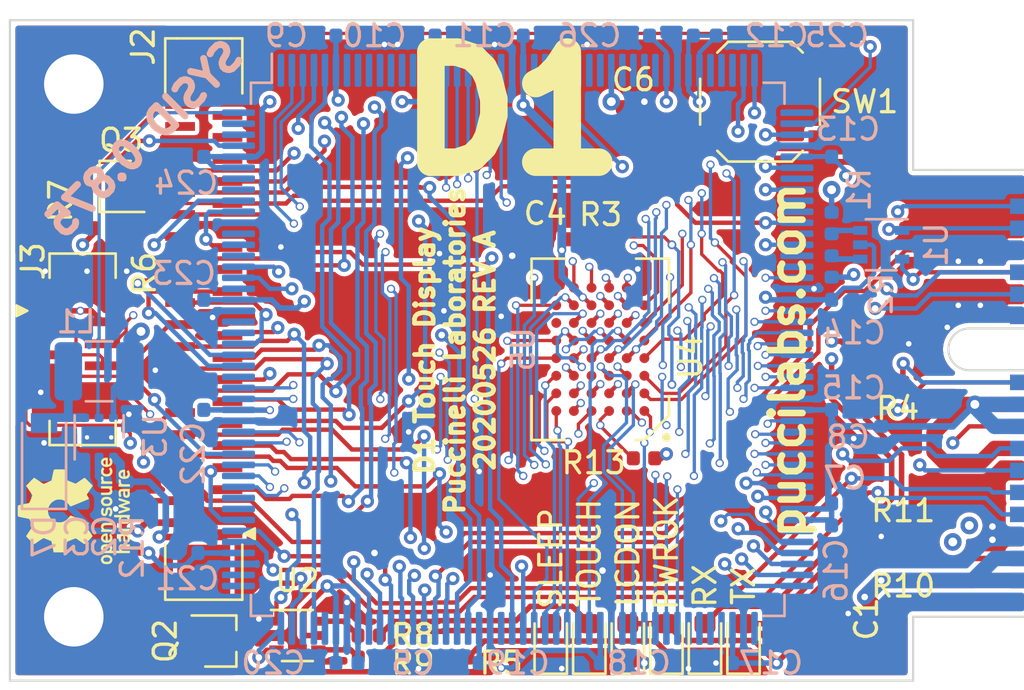
<source format=kicad_pcb>
(kicad_pcb (version 20171130) (host pcbnew "(5.1.6-0-10_14)")
  (layers (0 F.Cu signal hide) (1 In1.Cu signal hide) (2 In2.Cu signal) (31 B.Cu signal hide) (34 B.Paste user hide) (35 F.Paste user hide) (36 B.SilkS user hide) (37 F.SilkS user) (38 B.Mask user hide) (39 F.Mask user hide) (44 Edge.Cuts user))
  (net 0 "")
  (net 1 GND)
  (net 2 /hTX)
  (net 3 /hRX)
  (net 4 /hRTS)
  (net 5 /hCTS)
  (net 6 /hDCD)
  (net 7 /hDTR)
  (net 8 /hRI)
  (net 9 +BATT)
  (net 10 /PWROK)
  (net 11 /TMS)
  (net 12 /TDI)
  (net 13 /TCK)
  (net 14 /SMDAT)
  (net 15 /SMCLK)
  (net 16 /SYSID)
  (net 17 "Net-(C2-Pad1)")
  (net 18 /D1_DisplayInterface/LED+)
  (net 19 +3V3)
  (net 20 /D1_STM32F429/RST)
  (net 21 "Net-(D1-Pad2)")
  (net 22 "Net-(D2-Pad2)")
  (net 23 "Net-(D3-Pad1)")
  (net 24 "Net-(D4-Pad1)")
  (net 25 "Net-(D5-Pad2)")
  (net 26 "Net-(D6-Pad2)")
  (net 27 "Net-(D7-Pad2)")
  (net 28 "Net-(J2-Pad40)")
  (net 29 "Net-(J2-Pad39)")
  (net 30 "Net-(J2-Pad38)")
  (net 31 "Net-(J2-Pad37)")
  (net 32 "Net-(J2-Pad35)")
  (net 33 /D1_DisplayInterface/LCD_DE)
  (net 34 /D1_DisplayInterface/LCD_VSYNC)
  (net 35 /D1_DisplayInterface/LCD_HSYNC)
  (net 36 /LCD_ON)
  (net 37 /D1_DisplayInterface/LCD_CLK)
  (net 38 /D1_DisplayInterface/LCD_B7)
  (net 39 /D1_DisplayInterface/LCD_B6)
  (net 40 /D1_DisplayInterface/LCD_B5)
  (net 41 /D1_DisplayInterface/LCD_B4)
  (net 42 /D1_DisplayInterface/LCD_B3)
  (net 43 /D1_DisplayInterface/LCD_B2)
  (net 44 /D1_DisplayInterface/LCD_B1)
  (net 45 /D1_DisplayInterface/LCD_G7)
  (net 46 /D1_DisplayInterface/LCD_G6)
  (net 47 /D1_DisplayInterface/LCD_G5)
  (net 48 /D1_DisplayInterface/LCD_G4)
  (net 49 /D1_DisplayInterface/LCD_G3)
  (net 50 /D1_DisplayInterface/LCD_G2)
  (net 51 /D1_DisplayInterface/LCD_G1)
  (net 52 /D1_DisplayInterface/LCD_G0)
  (net 53 /D1_DisplayInterface/LCD_R7)
  (net 54 /D1_DisplayInterface/LCD_R6)
  (net 55 /D1_DisplayInterface/LCD_R5)
  (net 56 /D1_DisplayInterface/LCD_R4)
  (net 57 /D1_DisplayInterface/LCD_R3)
  (net 58 /D1_DisplayInterface/LCD_R2)
  (net 59 /D1_DisplayInterface/LCD_R1)
  (net 60 /D1_DisplayInterface/LCD_R0)
  (net 61 /D1_DisplayInterface/LED-)
  (net 62 /D1_STM32F429/I2C_SCL)
  (net 63 /D1_STM32F429/I2C_SDA)
  (net 64 /~TP_INT)
  (net 65 /D1_DisplayInterface/~TP_RST)
  (net 66 "Net-(Q2-Pad3)")
  (net 67 "Net-(Q3-Pad3)")
  (net 68 "Net-(R1-Pad2)")
  (net 69 "Net-(R2-Pad2)")
  (net 70 "Net-(R8-Pad2)")
  (net 71 "Net-(R9-Pad2)")
  (net 72 /D1_STM32F429/FMC_nWAIT)
  (net 73 /~SLEEP)
  (net 74 /D1_DisplayInterface/LCD_PWM)
  (net 75 /D1_SST39VF3201C/D15)
  (net 76 "Net-(U4-PadF6)")
  (net 77 /D1_SST39VF3201C/A16)
  (net 78 /D1_SST39VF3201C/A15)
  (net 79 /D1_SST39VF3201C/A14)
  (net 80 /D1_SST39VF3201C/A12)
  (net 81 /D1_SST39VF3201C/A13)
  (net 82 /D1_SST39VF3201C/D6)
  (net 83 /D1_SST39VF3201C/D13)
  (net 84 /D1_SST39VF3201C/D14)
  (net 85 /D1_SST39VF3201C/D7)
  (net 86 /D1_SST39VF3201C/A11)
  (net 87 /D1_SST39VF3201C/A10)
  (net 88 /D1_SST39VF3201C/A8)
  (net 89 /D1_SST39VF3201C/A9)
  (net 90 /D1_SST39VF3201C/D4)
  (net 91 /D1_SST39VF3201C/D12)
  (net 92 /D1_SST39VF3201C/D5)
  (net 93 /D1_SST39VF3201C/A19)
  (net 94 "Net-(U4-PadC4)")
  (net 95 /D1_STM32F429/FMC_RST)
  (net 96 /D1_STM32F429/FMC_nWE)
  (net 97 /D1_SST39VF3201C/D3)
  (net 98 /D1_SST39VF3201C/D11)
  (net 99 /D1_SST39VF3201C/D10)
  (net 100 /D1_SST39VF3201C/D2)
  (net 101 /D1_SST39VF3201C/A20)
  (net 102 /D1_SST39VF3201C/A18)
  (net 103 /D1_SST39VF3201C/D1)
  (net 104 /D1_SST39VF3201C/D9)
  (net 105 /D1_SST39VF3201C/D8)
  (net 106 /D1_SST39VF3201C/D0)
  (net 107 /D1_SST39VF3201C/A5)
  (net 108 /D1_SST39VF3201C/A6)
  (net 109 /D1_SST39VF3201C/A17)
  (net 110 /D1_SST39VF3201C/A7)
  (net 111 /D1_STM32F429/FMC_nOE)
  (net 112 /D1_STM32F429/FMC_nE1)
  (net 113 /D1_SST39VF3201C/A0)
  (net 114 /D1_SST39VF3201C/A1)
  (net 115 /D1_SST39VF3201C/A2)
  (net 116 /D1_SST39VF3201C/A4)
  (net 117 /D1_SST39VF3201C/A3)
  (net 118 "Net-(U5-Pad175)")
  (net 119 "Net-(U5-Pad174)")
  (net 120 "Net-(U5-Pad170)")
  (net 121 "Net-(U5-Pad169)")
  (net 122 "Net-(U5-Pad165)")
  (net 123 "Net-(U5-Pad164)")
  (net 124 "Net-(U5-Pad163)")
  (net 125 /~TRST)
  (net 126 /TDO)
  (net 127 "Net-(U5-Pad160)")
  (net 128 "Net-(U5-Pad157)")
  (net 129 "Net-(U5-Pad156)")
  (net 130 "Net-(U5-Pad152)")
  (net 131 "Net-(U5-Pad141)")
  (net 132 "Net-(U5-Pad140)")
  (net 133 "Net-(U5-Pad134)")
  (net 134 "Net-(U5-Pad133)")
  (net 135 "Net-(U5-Pad130)")
  (net 136 "Net-(U5-Pad128)")
  (net 137 "Net-(U5-Pad112)")
  (net 138 "Net-(U5-Pad95)")
  (net 139 "Net-(U5-Pad94)")
  (net 140 "Net-(U5-Pad93)")
  (net 141 "Net-(U5-Pad92)")
  (net 142 "Net-(U5-Pad89)")
  (net 143 "Net-(U5-Pad59)")
  (net 144 "Net-(U5-Pad58)")
  (net 145 "Net-(U5-Pad56)")
  (net 146 "Net-(U5-Pad54)")
  (net 147 "Net-(U5-Pad53)")
  (net 148 "Net-(U5-Pad51)")
  (net 149 "Net-(U5-Pad45)")
  (net 150 "Net-(U5-Pad42)")
  (net 151 "Net-(U5-Pad41)")
  (net 152 "Net-(U5-Pad40)")
  (net 153 "Net-(U5-Pad35)")
  (net 154 "Net-(U5-Pad34)")
  (net 155 "Net-(U5-Pad33)")
  (net 156 "Net-(U5-Pad32)")
  (net 157 "Net-(U5-Pad30)")
  (net 158 "Net-(U5-Pad29)")
  (net 159 "Net-(U5-Pad27)")
  (net 160 "Net-(U5-Pad26)")
  (net 161 "Net-(U5-Pad25)")
  (net 162 "Net-(U5-Pad24)")
  (net 163 "Net-(U5-Pad13)")
  (net 164 "Net-(U5-Pad12)")
  (net 165 "Net-(U5-Pad11)")
  (net 166 "Net-(U5-Pad10)")
  (net 167 "Net-(U5-Pad9)")
  (net 168 "Net-(U5-Pad8)")
  (net 169 "Net-(U5-Pad7)")
  (net 170 "Net-(U5-Pad1)")
  (net 171 "Net-(R3-Pad2)")
  (module Resistor_SMD:R_0402_1005Metric (layer F.Cu) (at 151.515 95.8)
    (fp_text reference R3 (at 0 -1.17) (layer F.SilkS))
    (fp_text value 39K)
    (pad 2 smd roundrect (at 0.485 0) (size 0.59 0.64) (layers F.Cu F.Paste F.Mask) (net 171 "Net-(R3-Pad2)"))
    (pad 1 smd roundrect (at -0.485 0) (size 0.59 0.64) (layers F.Cu F.Paste F.Mask) (net 19 +3V3))
  )
  (module Custom_Footprints:Amphenol_62674-08 (layer F.Cu) (at 126.5 99 90)
    (fp_text reference J3 (at 2.25 -0.75 90) (layer F.SilkS))
    (fp_text value FFC_FT5446)
    (pad 1 smd rect (at 0 0 90) (size 0.4 1.6) (layers F.Cu F.Paste F.Mask) (net 19 +3V3))
    (pad 2 smd rect (at -0.5 2.4 90) (size 0.4 1.6) (layers F.Cu F.Paste F.Mask) (net 19 +3V3))
    (pad 3 smd rect (at -1 0 90) (size 0.4 1.6) (layers F.Cu F.Paste F.Mask) (net 62 /D1_STM32F429/I2C_SCL))
    (pad 4 smd rect (at -1.5 2.4 90) (size 0.4 1.6) (layers F.Cu F.Paste F.Mask) (net 63 /D1_STM32F429/I2C_SDA))
    (pad 5 smd rect (at -2 0 90) (size 0.4 1.6) (layers F.Cu F.Paste F.Mask) (net 64 /~TP_INT))
    (pad 6 smd rect (at -2.5 2.4 90) (size 0.4 1.6) (layers F.Cu F.Paste F.Mask) (net 65 /D1_DisplayInterface/~TP_RST))
    (pad 7 smd rect (at -3 0 90) (size 0.4 1.6) (layers F.Cu F.Paste F.Mask) (net 1 GND))
    (pad 8 smd rect (at -3.5 2.4 90) (size 0.4 1.6) (layers F.Cu F.Paste F.Mask) (net 1 GND))
    (pad GND smd rect (at 1 0 90) (size 0.6 1.6) (layers F.Cu F.Paste F.Mask) (net 1 GND))
    (pad GND smd rect (at 1 2.4 90) (size 0.6 1.6) (layers F.Cu F.Paste F.Mask) (net 1 GND))
    (pad GND smd rect (at -4.5 0 90) (size 0.6 1.6) (layers F.Cu F.Paste F.Mask) (net 1 GND))
    (pad GND smd rect (at -4.5 2.4 90) (size 0.6 1.6) (layers F.Cu F.Paste F.Mask) (net 1 GND))
  )
  (module Package_SON:WSON-6-1EP_2x2mm_P0.65mm_EP1x1.6mm_ThermalVias (layer B.Cu) (at 128.75 104.75 90)
    (fp_text reference U3 (at 0.05 2.55 90) (layer B.SilkS) (effects (justify mirror)))
    (fp_text value TPS61165DRV)
    (pad 7 smd rect (at 0 0 90) (size 0.5 1.6) (layers F.Cu))
    (pad 7 thru_hole circle (at 0 -0.55 90) (size 0.5 0.5) (drill 0.2) (layers *.Cu))
    (pad 7 thru_hole circle (at 0 0.55 90) (size 0.5 0.5) (drill 0.2) (layers *.Cu))
    (pad 7 smd rect (at 0 0 90) (size 1 1.6) (layers B.Cu B.Mask))
    (pad 6 smd roundrect (at 0.8875 0.65 90) (size 0.375 0.4) (layers B.Cu B.Paste B.Mask) (net 9 +BATT))
    (pad 5 smd roundrect (at 0.8875 0 90) (size 0.375 0.4) (layers B.Cu B.Paste B.Mask) (net 74 /D1_DisplayInterface/LCD_PWM))
    (pad 4 smd roundrect (at 0.8875 -0.65 90) (size 0.375 0.4) (layers B.Cu B.Paste B.Mask) (net 27 "Net-(D7-Pad2)"))
    (pad 3 smd roundrect (at -0.8875 -0.65 90) (size 0.375 0.4) (layers B.Cu B.Paste B.Mask) (net 1 GND))
    (pad 2 smd roundrect (at -0.8875 0 90) (size 0.375 0.4) (layers B.Cu B.Paste B.Mask) (net 17 "Net-(C2-Pad1)"))
    (pad 1 smd roundrect (at -0.8875 0.65 90) (size 0.375 0.4) (layers B.Cu B.Paste B.Mask) (net 61 /D1_DisplayInterface/LED-))
  )
  (module Package_QFP:LQFP-176_24x24mm_P0.5mm (layer B.Cu) (at 147.75 100.75 270)
    (fp_text reference U5 (at 0 -0.25 90) (layer B.SilkS) (effects (justify mirror)))
    (fp_text value STM32F429IGTx)
    (pad 176 smd roundrect (at -10.75 12.675 270) (size 0.3 1.5) (layers B.Cu B.Paste B.Mask) (net 74 /D1_DisplayInterface/LCD_PWM))
    (pad 175 smd roundrect (at -10.25 12.675 270) (size 0.3 1.5) (layers B.Cu B.Paste B.Mask) (net 118 "Net-(U5-Pad175)"))
    (pad 174 smd roundrect (at -9.75 12.675 270) (size 0.3 1.5) (layers B.Cu B.Paste B.Mask) (net 119 "Net-(U5-Pad174)"))
    (pad 173 smd roundrect (at -9.25 12.675 270) (size 0.3 1.5) (layers B.Cu B.Paste B.Mask) (net 41 /D1_DisplayInterface/LCD_B4))
    (pad 172 smd roundrect (at -8.75 12.675 270) (size 0.3 1.5) (layers B.Cu B.Paste B.Mask) (net 19 +3V3))
    (pad 171 smd roundrect (at -8.25 12.675 270) (size 0.3 1.5) (layers B.Cu B.Paste B.Mask) (net 19 +3V3))
    (pad 170 smd roundrect (at -7.75 12.675 270) (size 0.3 1.5) (layers B.Cu B.Paste B.Mask) (net 120 "Net-(U5-Pad170)"))
    (pad 169 smd roundrect (at -7.25 12.675 270) (size 0.3 1.5) (layers B.Cu B.Paste B.Mask) (net 121 "Net-(U5-Pad169)"))
    (pad 168 smd roundrect (at -6.75 12.675 270) (size 0.3 1.5) (layers B.Cu B.Paste B.Mask) (net 38 /D1_DisplayInterface/LCD_B7))
    (pad 167 smd roundrect (at -6.25 12.675 270) (size 0.3 1.5) (layers B.Cu B.Paste B.Mask) (net 39 /D1_DisplayInterface/LCD_B6))
    (pad 166 smd roundrect (at -5.75 12.675 270) (size 0.3 1.5) (layers B.Cu B.Paste B.Mask) (net 1 GND))
    (pad 165 smd roundrect (at -5.25 12.675 270) (size 0.3 1.5) (layers B.Cu B.Paste B.Mask) (net 122 "Net-(U5-Pad165)"))
    (pad 164 smd roundrect (at -4.75 12.675 270) (size 0.3 1.5) (layers B.Cu B.Paste B.Mask) (net 123 "Net-(U5-Pad164)"))
    (pad 163 smd roundrect (at -4.25 12.675 270) (size 0.3 1.5) (layers B.Cu B.Paste B.Mask) (net 124 "Net-(U5-Pad163)"))
    (pad 162 smd roundrect (at -3.75 12.675 270) (size 0.3 1.5) (layers B.Cu B.Paste B.Mask) (net 125 /~TRST))
    (pad 161 smd roundrect (at -3.25 12.675 270) (size 0.3 1.5) (layers B.Cu B.Paste B.Mask) (net 126 /TDO))
    (pad 160 smd roundrect (at -2.75 12.675 270) (size 0.3 1.5) (layers B.Cu B.Paste B.Mask) (net 127 "Net-(U5-Pad160)"))
    (pad 159 smd roundrect (at -2.25 12.675 270) (size 0.3 1.5) (layers B.Cu B.Paste B.Mask) (net 19 +3V3))
    (pad 158 smd roundrect (at -1.75 12.675 270) (size 0.3 1.5) (layers B.Cu B.Paste B.Mask) (net 1 GND))
    (pad 157 smd roundrect (at -1.25 12.675 270) (size 0.3 1.5) (layers B.Cu B.Paste B.Mask) (net 128 "Net-(U5-Pad157)"))
    (pad 156 smd roundrect (at -0.75 12.675 270) (size 0.3 1.5) (layers B.Cu B.Paste B.Mask) (net 129 "Net-(U5-Pad156)"))
    (pad 155 smd roundrect (at -0.25 12.675 270) (size 0.3 1.5) (layers B.Cu B.Paste B.Mask) (net 44 /D1_DisplayInterface/LCD_B1))
    (pad 154 smd roundrect (at 0.25 12.675 270) (size 0.3 1.5) (layers B.Cu B.Paste B.Mask) (net 42 /D1_DisplayInterface/LCD_B3))
    (pad 153 smd roundrect (at 0.75 12.675 270) (size 0.3 1.5) (layers B.Cu B.Paste B.Mask) (net 43 /D1_DisplayInterface/LCD_B2))
    (pad 152 smd roundrect (at 1.25 12.675 270) (size 0.3 1.5) (layers B.Cu B.Paste B.Mask) (net 130 "Net-(U5-Pad152)"))
    (pad 151 smd roundrect (at 1.75 12.675 270) (size 0.3 1.5) (layers B.Cu B.Paste B.Mask) (net 112 /D1_STM32F429/FMC_nE1))
    (pad 150 smd roundrect (at 2.25 12.675 270) (size 0.3 1.5) (layers B.Cu B.Paste B.Mask) (net 72 /D1_STM32F429/FMC_nWAIT))
    (pad 149 smd roundrect (at 2.75 12.675 270) (size 0.3 1.5) (layers B.Cu B.Paste B.Mask) (net 19 +3V3))
    (pad 148 smd roundrect (at 3.25 12.675 270) (size 0.3 1.5) (layers B.Cu B.Paste B.Mask) (net 1 GND))
    (pad 147 smd roundrect (at 3.75 12.675 270) (size 0.3 1.5) (layers B.Cu B.Paste B.Mask) (net 96 /D1_STM32F429/FMC_nWE))
    (pad 146 smd roundrect (at 4.25 12.675 270) (size 0.3 1.5) (layers B.Cu B.Paste B.Mask) (net 111 /D1_STM32F429/FMC_nOE))
    (pad 145 smd roundrect (at 4.75 12.675 270) (size 0.3 1.5) (layers B.Cu B.Paste B.Mask) (net 45 /D1_DisplayInterface/LCD_G7))
    (pad 144 smd roundrect (at 5.25 12.675 270) (size 0.3 1.5) (layers B.Cu B.Paste B.Mask) (net 95 /D1_STM32F429/FMC_RST))
    (pad 143 smd roundrect (at 5.75 12.675 270) (size 0.3 1.5) (layers B.Cu B.Paste B.Mask) (net 97 /D1_SST39VF3201C/D3))
    (pad 142 smd roundrect (at 6.25 12.675 270) (size 0.3 1.5) (layers B.Cu B.Paste B.Mask) (net 100 /D1_SST39VF3201C/D2))
    (pad 141 smd roundrect (at 6.75 12.675 270) (size 0.3 1.5) (layers B.Cu B.Paste B.Mask) (net 131 "Net-(U5-Pad141)"))
    (pad 140 smd roundrect (at 7.25 12.675 270) (size 0.3 1.5) (layers B.Cu B.Paste B.Mask) (net 132 "Net-(U5-Pad140)"))
    (pad 139 smd roundrect (at 7.75 12.675 270) (size 0.3 1.5) (layers B.Cu B.Paste B.Mask) (net 58 /D1_DisplayInterface/LCD_R2))
    (pad 138 smd roundrect (at 8.25 12.675 270) (size 0.3 1.5) (layers B.Cu B.Paste B.Mask) (net 12 /TDI))
    (pad 137 smd roundrect (at 8.75 12.675 270) (size 0.3 1.5) (layers B.Cu B.Paste B.Mask) (net 13 /TCK))
    (pad 136 smd roundrect (at 9.25 12.675 270) (size 0.3 1.5) (layers B.Cu B.Paste B.Mask) (net 19 +3V3))
    (pad 135 smd roundrect (at 9.75 12.675 270) (size 0.3 1.5) (layers B.Cu B.Paste B.Mask) (net 1 GND))
    (pad 134 smd roundrect (at 10.25 12.675 270) (size 0.3 1.5) (layers B.Cu B.Paste B.Mask) (net 133 "Net-(U5-Pad134)"))
    (pad 133 smd roundrect (at 10.75 12.675 270) (size 0.3 1.5) (layers B.Cu B.Paste B.Mask) (net 134 "Net-(U5-Pad133)"))
    (pad 132 smd roundrect (at 12.675 10.75 270) (size 1.5 0.3) (layers B.Cu B.Paste B.Mask) (net 73 /~SLEEP))
    (pad 131 smd roundrect (at 12.675 10.25 270) (size 1.5 0.3) (layers B.Cu B.Paste B.Mask) (net 10 /PWROK))
    (pad 130 smd roundrect (at 12.675 9.75 270) (size 1.5 0.3) (layers B.Cu B.Paste B.Mask) (net 135 "Net-(U5-Pad130)"))
    (pad 129 smd roundrect (at 12.675 9.25 270) (size 1.5 0.3) (layers B.Cu B.Paste B.Mask) (net 49 /D1_DisplayInterface/LCD_G3))
    (pad 128 smd roundrect (at 12.675 8.75 270) (size 1.5 0.3) (layers B.Cu B.Paste B.Mask) (net 136 "Net-(U5-Pad128)"))
    (pad 127 smd roundrect (at 12.675 8.25 270) (size 1.5 0.3) (layers B.Cu B.Paste B.Mask) (net 19 +3V3))
    (pad 126 smd roundrect (at 12.675 7.75 270) (size 1.5 0.3) (layers B.Cu B.Paste B.Mask) (net 1 GND))
    (pad 125 smd roundrect (at 12.675 7.25 270) (size 1.5 0.3) (layers B.Cu B.Paste B.Mask) (net 19 +3V3))
    (pad 124 smd roundrect (at 12.675 6.75 270) (size 1.5 0.3) (layers B.Cu B.Paste B.Mask) (net 11 /TMS))
    (pad 123 smd roundrect (at 12.675 6.25 270) (size 1.5 0.3) (layers B.Cu B.Paste B.Mask) (net 5 /hCTS))
    (pad 122 smd roundrect (at 12.675 5.75 270) (size 1.5 0.3) (layers B.Cu B.Paste B.Mask) (net 4 /hRTS))
    (pad 121 smd roundrect (at 12.675 5.25 270) (size 1.5 0.3) (layers B.Cu B.Paste B.Mask) (net 2 /hTX))
    (pad 120 smd roundrect (at 12.675 4.75 270) (size 1.5 0.3) (layers B.Cu B.Paste B.Mask) (net 3 /hRX))
    (pad 119 smd roundrect (at 12.675 4.25 270) (size 1.5 0.3) (layers B.Cu B.Paste B.Mask) (net 7 /hDTR))
    (pad 118 smd roundrect (at 12.675 3.75 270) (size 1.5 0.3) (layers B.Cu B.Paste B.Mask) (net 8 /hRI))
    (pad 117 smd roundrect (at 12.675 3.25 270) (size 1.5 0.3) (layers B.Cu B.Paste B.Mask) (net 6 /hDCD))
    (pad 116 smd roundrect (at 12.675 2.75 270) (size 1.5 0.3) (layers B.Cu B.Paste B.Mask) (net 46 /D1_DisplayInterface/LCD_G6))
    (pad 115 smd roundrect (at 12.675 2.25 270) (size 1.5 0.3) (layers B.Cu B.Paste B.Mask) (net 35 /D1_DisplayInterface/LCD_HSYNC))
    (pad 114 smd roundrect (at 12.675 1.75 270) (size 1.5 0.3) (layers B.Cu B.Paste B.Mask) (net 19 +3V3))
    (pad 113 smd roundrect (at 12.675 1.25 270) (size 1.5 0.3) (layers B.Cu B.Paste B.Mask) (net 1 GND))
    (pad 112 smd roundrect (at 12.675 0.75 270) (size 1.5 0.3) (layers B.Cu B.Paste B.Mask) (net 137 "Net-(U5-Pad112)"))
    (pad 111 smd roundrect (at 12.675 0.25 270) (size 1.5 0.3) (layers B.Cu B.Paste B.Mask) (net 37 /D1_DisplayInterface/LCD_CLK))
    (pad 110 smd roundrect (at 12.675 -0.25 270) (size 1.5 0.3) (layers B.Cu B.Paste B.Mask) (net 53 /D1_DisplayInterface/LCD_R7))
    (pad 109 smd roundrect (at 12.675 -0.75 270) (size 1.5 0.3) (layers B.Cu B.Paste B.Mask) (net 78 /D1_SST39VF3201C/A15))
    (pad 108 smd roundrect (at 12.675 -1.25 270) (size 1.5 0.3) (layers B.Cu B.Paste B.Mask) (net 79 /D1_SST39VF3201C/A14))
    (pad 107 smd roundrect (at 12.675 -1.75 270) (size 1.5 0.3) (layers B.Cu B.Paste B.Mask) (net 81 /D1_SST39VF3201C/A13))
    (pad 106 smd roundrect (at 12.675 -2.25 270) (size 1.5 0.3) (layers B.Cu B.Paste B.Mask) (net 80 /D1_SST39VF3201C/A12))
    (pad 105 smd roundrect (at 12.675 -2.75 270) (size 1.5 0.3) (layers B.Cu B.Paste B.Mask) (net 103 /D1_SST39VF3201C/D1))
    (pad 104 smd roundrect (at 12.675 -3.25 270) (size 1.5 0.3) (layers B.Cu B.Paste B.Mask) (net 106 /D1_SST39VF3201C/D0))
    (pad 103 smd roundrect (at 12.675 -3.75 270) (size 1.5 0.3) (layers B.Cu B.Paste B.Mask) (net 19 +3V3))
    (pad 102 smd roundrect (at 12.675 -4.25 270) (size 1.5 0.3) (layers B.Cu B.Paste B.Mask) (net 1 GND))
    (pad 101 smd roundrect (at 12.675 -4.75 270) (size 1.5 0.3) (layers B.Cu B.Paste B.Mask) (net 102 /D1_SST39VF3201C/A18))
    (pad 100 smd roundrect (at 12.675 -5.25 270) (size 1.5 0.3) (layers B.Cu B.Paste B.Mask) (net 109 /D1_SST39VF3201C/A17))
    (pad 99 smd roundrect (at 12.675 -5.75 270) (size 1.5 0.3) (layers B.Cu B.Paste B.Mask) (net 77 /D1_SST39VF3201C/A16))
    (pad 98 smd roundrect (at 12.675 -6.25 270) (size 1.5 0.3) (layers B.Cu B.Paste B.Mask) (net 75 /D1_SST39VF3201C/D15))
    (pad 97 smd roundrect (at 12.675 -6.75 270) (size 1.5 0.3) (layers B.Cu B.Paste B.Mask) (net 84 /D1_SST39VF3201C/D14))
    (pad 96 smd roundrect (at 12.675 -7.25 270) (size 1.5 0.3) (layers B.Cu B.Paste B.Mask) (net 83 /D1_SST39VF3201C/D13))
    (pad 95 smd roundrect (at 12.675 -7.75 270) (size 1.5 0.3) (layers B.Cu B.Paste B.Mask) (net 138 "Net-(U5-Pad95)"))
    (pad 94 smd roundrect (at 12.675 -8.25 270) (size 1.5 0.3) (layers B.Cu B.Paste B.Mask) (net 139 "Net-(U5-Pad94)"))
    (pad 93 smd roundrect (at 12.675 -8.75 270) (size 1.5 0.3) (layers B.Cu B.Paste B.Mask) (net 140 "Net-(U5-Pad93)"))
    (pad 92 smd roundrect (at 12.675 -9.25 270) (size 1.5 0.3) (layers B.Cu B.Paste B.Mask) (net 141 "Net-(U5-Pad92)"))
    (pad 91 smd roundrect (at 12.675 -9.75 270) (size 1.5 0.3) (layers B.Cu B.Paste B.Mask) (net 19 +3V3))
    (pad 90 smd roundrect (at 12.675 -10.25 270) (size 1.5 0.3) (layers B.Cu B.Paste B.Mask) (net 1 GND))
    (pad 89 smd roundrect (at 12.675 -10.75 270) (size 1.5 0.3) (layers B.Cu B.Paste B.Mask) (net 142 "Net-(U5-Pad89)"))
    (pad 88 smd roundrect (at 10.75 -12.675 270) (size 0.3 1.5) (layers B.Cu B.Paste B.Mask) (net 55 /D1_DisplayInterface/LCD_R5))
    (pad 87 smd roundrect (at 10.25 -12.675 270) (size 0.3 1.5) (layers B.Cu B.Paste B.Mask) (net 56 /D1_DisplayInterface/LCD_R4))
    (pad 86 smd roundrect (at 9.75 -12.675 270) (size 0.3 1.5) (layers B.Cu B.Paste B.Mask) (net 57 /D1_DisplayInterface/LCD_R3))
    (pad 85 smd roundrect (at 9.25 -12.675 270) (size 0.3 1.5) (layers B.Cu B.Paste B.Mask) (net 62 /D1_STM32F429/I2C_SCL))
    (pad 84 smd roundrect (at 8.75 -12.675 270) (size 0.3 1.5) (layers B.Cu B.Paste B.Mask) (net 63 /D1_STM32F429/I2C_SDA))
    (pad 83 smd roundrect (at 8.25 -12.675 270) (size 0.3 1.5) (layers B.Cu B.Paste B.Mask) (net 64 /~TP_INT))
    (pad 82 smd roundrect (at 7.75 -12.675 270) (size 0.3 1.5) (layers B.Cu B.Paste B.Mask) (net 19 +3V3))
    (pad 81 smd roundrect (at 7.25 -12.675 270) (size 0.3 1.5) (layers B.Cu B.Paste B.Mask) (net 19 +3V3))
    (pad 80 smd roundrect (at 6.75 -12.675 270) (size 0.3 1.5) (layers B.Cu B.Paste B.Mask) (net 47 /D1_DisplayInterface/LCD_G5))
    (pad 79 smd roundrect (at 6.25 -12.675 270) (size 0.3 1.5) (layers B.Cu B.Paste B.Mask) (net 48 /D1_DisplayInterface/LCD_G4))
    (pad 78 smd roundrect (at 5.75 -12.675 270) (size 0.3 1.5) (layers B.Cu B.Paste B.Mask) (net 91 /D1_SST39VF3201C/D12))
    (pad 77 smd roundrect (at 5.25 -12.675 270) (size 0.3 1.5) (layers B.Cu B.Paste B.Mask) (net 98 /D1_SST39VF3201C/D11))
    (pad 76 smd roundrect (at 4.75 -12.675 270) (size 0.3 1.5) (layers B.Cu B.Paste B.Mask) (net 99 /D1_SST39VF3201C/D10))
    (pad 75 smd roundrect (at 4.25 -12.675 270) (size 0.3 1.5) (layers B.Cu B.Paste B.Mask) (net 104 /D1_SST39VF3201C/D9))
    (pad 74 smd roundrect (at 3.75 -12.675 270) (size 0.3 1.5) (layers B.Cu B.Paste B.Mask) (net 105 /D1_SST39VF3201C/D8))
    (pad 73 smd roundrect (at 3.25 -12.675 270) (size 0.3 1.5) (layers B.Cu B.Paste B.Mask) (net 85 /D1_SST39VF3201C/D7))
    (pad 72 smd roundrect (at 2.75 -12.675 270) (size 0.3 1.5) (layers B.Cu B.Paste B.Mask) (net 19 +3V3))
    (pad 71 smd roundrect (at 2.25 -12.675 270) (size 0.3 1.5) (layers B.Cu B.Paste B.Mask) (net 1 GND))
    (pad 70 smd roundrect (at 1.75 -12.675 270) (size 0.3 1.5) (layers B.Cu B.Paste B.Mask) (net 82 /D1_SST39VF3201C/D6))
    (pad 69 smd roundrect (at 1.25 -12.675 270) (size 0.3 1.5) (layers B.Cu B.Paste B.Mask) (net 92 /D1_SST39VF3201C/D5))
    (pad 68 smd roundrect (at 0.75 -12.675 270) (size 0.3 1.5) (layers B.Cu B.Paste B.Mask) (net 90 /D1_SST39VF3201C/D4))
    (pad 67 smd roundrect (at 0.25 -12.675 270) (size 0.3 1.5) (layers B.Cu B.Paste B.Mask) (net 86 /D1_SST39VF3201C/A11))
    (pad 66 smd roundrect (at -0.25 -12.675 270) (size 0.3 1.5) (layers B.Cu B.Paste B.Mask) (net 87 /D1_SST39VF3201C/A10))
    (pad 65 smd roundrect (at -0.75 -12.675 270) (size 0.3 1.5) (layers B.Cu B.Paste B.Mask) (net 89 /D1_SST39VF3201C/A9))
    (pad 64 smd roundrect (at -1.25 -12.675 270) (size 0.3 1.5) (layers B.Cu B.Paste B.Mask) (net 88 /D1_SST39VF3201C/A8))
    (pad 63 smd roundrect (at -1.75 -12.675 270) (size 0.3 1.5) (layers B.Cu B.Paste B.Mask) (net 110 /D1_SST39VF3201C/A7))
    (pad 62 smd roundrect (at -2.25 -12.675 270) (size 0.3 1.5) (layers B.Cu B.Paste B.Mask) (net 19 +3V3))
    (pad 61 smd roundrect (at -2.75 -12.675 270) (size 0.3 1.5) (layers B.Cu B.Paste B.Mask) (net 1 GND))
    (pad 60 smd roundrect (at -3.25 -12.675 270) (size 0.3 1.5) (layers B.Cu B.Paste B.Mask) (net 108 /D1_SST39VF3201C/A6))
    (pad 59 smd roundrect (at -3.75 -12.675 270) (size 0.3 1.5) (layers B.Cu B.Paste B.Mask) (net 143 "Net-(U5-Pad59)"))
    (pad 58 smd roundrect (at -4.25 -12.675 270) (size 0.3 1.5) (layers B.Cu B.Paste B.Mask) (net 144 "Net-(U5-Pad58)"))
    (pad 57 smd roundrect (at -4.75 -12.675 270) (size 0.3 1.5) (layers B.Cu B.Paste B.Mask) (net 54 /D1_DisplayInterface/LCD_R6))
    (pad 56 smd roundrect (at -5.25 -12.675 270) (size 0.3 1.5) (layers B.Cu B.Paste B.Mask) (net 145 "Net-(U5-Pad56)"))
    (pad 55 smd roundrect (at -5.75 -12.675 270) (size 0.3 1.5) (layers B.Cu B.Paste B.Mask) (net 36 /LCD_ON))
    (pad 54 smd roundrect (at -6.25 -12.675 270) (size 0.3 1.5) (layers B.Cu B.Paste B.Mask) (net 146 "Net-(U5-Pad54)"))
    (pad 53 smd roundrect (at -6.75 -12.675 270) (size 0.3 1.5) (layers B.Cu B.Paste B.Mask) (net 147 "Net-(U5-Pad53)"))
    (pad 52 smd roundrect (at -7.25 -12.675 270) (size 0.3 1.5) (layers B.Cu B.Paste B.Mask) (net 50 /D1_DisplayInterface/LCD_G2))
    (pad 51 smd roundrect (at -7.75 -12.675 270) (size 0.3 1.5) (layers B.Cu B.Paste B.Mask) (net 148 "Net-(U5-Pad51)"))
    (pad 50 smd roundrect (at -8.25 -12.675 270) (size 0.3 1.5) (layers B.Cu B.Paste B.Mask) (net 34 /D1_DisplayInterface/LCD_VSYNC))
    (pad 49 smd roundrect (at -8.75 -12.675 270) (size 0.3 1.5) (layers B.Cu B.Paste B.Mask) (net 19 +3V3))
    (pad 48 smd roundrect (at -9.25 -12.675 270) (size 0.3 1.5) (layers B.Cu B.Paste B.Mask) (net 1 GND))
    (pad 47 smd roundrect (at -9.75 -12.675 270) (size 0.3 1.5) (layers B.Cu B.Paste B.Mask) (net 40 /D1_DisplayInterface/LCD_B5))
    (pad 46 smd roundrect (at -10.25 -12.675 270) (size 0.3 1.5) (layers B.Cu B.Paste B.Mask) (net 65 /D1_DisplayInterface/~TP_RST))
    (pad 45 smd roundrect (at -10.75 -12.675 270) (size 0.3 1.5) (layers B.Cu B.Paste B.Mask) (net 149 "Net-(U5-Pad45)"))
    (pad 44 smd roundrect (at -12.675 -10.75 270) (size 1.5 0.3) (layers B.Cu B.Paste B.Mask) (net 59 /D1_DisplayInterface/LCD_R1))
    (pad 43 smd roundrect (at -12.675 -10.25 270) (size 1.5 0.3) (layers B.Cu B.Paste B.Mask) (net 60 /D1_DisplayInterface/LCD_R0))
    (pad 42 smd roundrect (at -12.675 -9.75 270) (size 1.5 0.3) (layers B.Cu B.Paste B.Mask) (net 150 "Net-(U5-Pad42)"))
    (pad 41 smd roundrect (at -12.675 -9.25 270) (size 1.5 0.3) (layers B.Cu B.Paste B.Mask) (net 151 "Net-(U5-Pad41)"))
    (pad 40 smd roundrect (at -12.675 -8.75 270) (size 1.5 0.3) (layers B.Cu B.Paste B.Mask) (net 152 "Net-(U5-Pad40)"))
    (pad 39 smd roundrect (at -12.675 -8.25 270) (size 1.5 0.3) (layers B.Cu B.Paste B.Mask) (net 19 +3V3))
    (pad 38 smd roundrect (at -12.675 -7.75 270) (size 1.5 0.3) (layers B.Cu B.Paste B.Mask) (net 19 +3V3))
    (pad 37 smd roundrect (at -12.675 -7.25 270) (size 1.5 0.3) (layers B.Cu B.Paste B.Mask) (net 1 GND))
    (pad 36 smd roundrect (at -12.675 -6.75 270) (size 1.5 0.3) (layers B.Cu B.Paste B.Mask) (net 19 +3V3))
    (pad 35 smd roundrect (at -12.675 -6.25 270) (size 1.5 0.3) (layers B.Cu B.Paste B.Mask) (net 153 "Net-(U5-Pad35)"))
    (pad 34 smd roundrect (at -12.675 -5.75 270) (size 1.5 0.3) (layers B.Cu B.Paste B.Mask) (net 154 "Net-(U5-Pad34)"))
    (pad 33 smd roundrect (at -12.675 -5.25 270) (size 1.5 0.3) (layers B.Cu B.Paste B.Mask) (net 155 "Net-(U5-Pad33)"))
    (pad 32 smd roundrect (at -12.675 -4.75 270) (size 1.5 0.3) (layers B.Cu B.Paste B.Mask) (net 156 "Net-(U5-Pad32)"))
    (pad 31 smd roundrect (at -12.675 -4.25 270) (size 1.5 0.3) (layers B.Cu B.Paste B.Mask) (net 20 /D1_STM32F429/RST))
    (pad 30 smd roundrect (at -12.675 -3.75 270) (size 1.5 0.3) (layers B.Cu B.Paste B.Mask) (net 157 "Net-(U5-Pad30)"))
    (pad 29 smd roundrect (at -12.675 -3.25 270) (size 1.5 0.3) (layers B.Cu B.Paste B.Mask) (net 158 "Net-(U5-Pad29)"))
    (pad 28 smd roundrect (at -12.675 -2.75 270) (size 1.5 0.3) (layers B.Cu B.Paste B.Mask) (net 33 /D1_DisplayInterface/LCD_DE))
    (pad 27 smd roundrect (at -12.675 -2.25 270) (size 1.5 0.3) (layers B.Cu B.Paste B.Mask) (net 159 "Net-(U5-Pad27)"))
    (pad 26 smd roundrect (at -12.675 -1.75 270) (size 1.5 0.3) (layers B.Cu B.Paste B.Mask) (net 160 "Net-(U5-Pad26)"))
    (pad 25 smd roundrect (at -12.675 -1.25 270) (size 1.5 0.3) (layers B.Cu B.Paste B.Mask) (net 161 "Net-(U5-Pad25)"))
    (pad 24 smd roundrect (at -12.675 -0.75 270) (size 1.5 0.3) (layers B.Cu B.Paste B.Mask) (net 162 "Net-(U5-Pad24)"))
    (pad 23 smd roundrect (at -12.675 -0.25 270) (size 1.5 0.3) (layers B.Cu B.Paste B.Mask) (net 19 +3V3))
    (pad 22 smd roundrect (at -12.675 0.25 270) (size 1.5 0.3) (layers B.Cu B.Paste B.Mask) (net 1 GND))
    (pad 21 smd roundrect (at -12.675 0.75 270) (size 1.5 0.3) (layers B.Cu B.Paste B.Mask) (net 107 /D1_SST39VF3201C/A5))
    (pad 20 smd roundrect (at -12.675 1.25 270) (size 1.5 0.3) (layers B.Cu B.Paste B.Mask) (net 116 /D1_SST39VF3201C/A4))
    (pad 19 smd roundrect (at -12.675 1.75 270) (size 1.5 0.3) (layers B.Cu B.Paste B.Mask) (net 117 /D1_SST39VF3201C/A3))
    (pad 18 smd roundrect (at -12.675 2.25 270) (size 1.5 0.3) (layers B.Cu B.Paste B.Mask) (net 115 /D1_SST39VF3201C/A2))
    (pad 17 smd roundrect (at -12.675 2.75 270) (size 1.5 0.3) (layers B.Cu B.Paste B.Mask) (net 114 /D1_SST39VF3201C/A1))
    (pad 16 smd roundrect (at -12.675 3.25 270) (size 1.5 0.3) (layers B.Cu B.Paste B.Mask) (net 113 /D1_SST39VF3201C/A0))
    (pad 15 smd roundrect (at -12.675 3.75 270) (size 1.5 0.3) (layers B.Cu B.Paste B.Mask) (net 19 +3V3))
    (pad 14 smd roundrect (at -12.675 4.25 270) (size 1.5 0.3) (layers B.Cu B.Paste B.Mask) (net 1 GND))
    (pad 13 smd roundrect (at -12.675 4.75 270) (size 1.5 0.3) (layers B.Cu B.Paste B.Mask) (net 163 "Net-(U5-Pad13)"))
    (pad 12 smd roundrect (at -12.675 5.25 270) (size 1.5 0.3) (layers B.Cu B.Paste B.Mask) (net 164 "Net-(U5-Pad12)"))
    (pad 11 smd roundrect (at -12.675 5.75 270) (size 1.5 0.3) (layers B.Cu B.Paste B.Mask) (net 165 "Net-(U5-Pad11)"))
    (pad 10 smd roundrect (at -12.675 6.25 270) (size 1.5 0.3) (layers B.Cu B.Paste B.Mask) (net 166 "Net-(U5-Pad10)"))
    (pad 9 smd roundrect (at -12.675 6.75 270) (size 1.5 0.3) (layers B.Cu B.Paste B.Mask) (net 167 "Net-(U5-Pad9)"))
    (pad 8 smd roundrect (at -12.675 7.25 270) (size 1.5 0.3) (layers B.Cu B.Paste B.Mask) (net 168 "Net-(U5-Pad8)"))
    (pad 7 smd roundrect (at -12.675 7.75 270) (size 1.5 0.3) (layers B.Cu B.Paste B.Mask) (net 169 "Net-(U5-Pad7)"))
    (pad 6 smd roundrect (at -12.675 8.25 270) (size 1.5 0.3) (layers B.Cu B.Paste B.Mask) (net 19 +3V3))
    (pad 5 smd roundrect (at -12.675 8.75 270) (size 1.5 0.3) (layers B.Cu B.Paste B.Mask) (net 51 /D1_DisplayInterface/LCD_G1))
    (pad 4 smd roundrect (at -12.675 9.25 270) (size 1.5 0.3) (layers B.Cu B.Paste B.Mask) (net 52 /D1_DisplayInterface/LCD_G0))
    (pad 3 smd roundrect (at -12.675 9.75 270) (size 1.5 0.3) (layers B.Cu B.Paste B.Mask) (net 101 /D1_SST39VF3201C/A20))
    (pad 2 smd roundrect (at -12.675 10.25 270) (size 1.5 0.3) (layers B.Cu B.Paste B.Mask) (net 93 /D1_SST39VF3201C/A19))
    (pad 1 smd roundrect (at -12.675 10.75 270) (size 1.5 0.3) (layers B.Cu B.Paste B.Mask) (net 170 "Net-(U5-Pad1)"))
  )
  (module Custom_Footprints:TFBGA-48_6x8_6.0x8.0mm (layer F.Cu) (at 151.5 100.75 180)
    (fp_text reference U4 (at -4.1 -0.35 90) (layer F.SilkS))
    (fp_text value SST39VF3201C-70-4I-B3KE)
    (pad H6 smd circle (at 2 2.8 180) (size 0.45 0.45) (layers F.Cu F.Paste F.Mask) (net 1 GND))
    (pad G6 smd circle (at 2 2 180) (size 0.45 0.45) (layers F.Cu F.Paste F.Mask) (net 75 /D1_SST39VF3201C/D15))
    (pad F6 smd circle (at 2 1.2 180) (size 0.45 0.45) (layers F.Cu F.Paste F.Mask) (net 76 "Net-(U4-PadF6)"))
    (pad E6 smd circle (at 2 0.4 180) (size 0.45 0.45) (layers F.Cu F.Paste F.Mask) (net 77 /D1_SST39VF3201C/A16))
    (pad D6 smd circle (at 2 -0.4 180) (size 0.45 0.45) (layers F.Cu F.Paste F.Mask) (net 78 /D1_SST39VF3201C/A15))
    (pad C6 smd circle (at 2 -1.2 180) (size 0.45 0.45) (layers F.Cu F.Paste F.Mask) (net 79 /D1_SST39VF3201C/A14))
    (pad B6 smd circle (at 2 -2 180) (size 0.45 0.45) (layers F.Cu F.Paste F.Mask) (net 80 /D1_SST39VF3201C/A12))
    (pad A6 smd circle (at 2 -2.8 180) (size 0.45 0.45) (layers F.Cu F.Paste F.Mask) (net 81 /D1_SST39VF3201C/A13))
    (pad H5 smd circle (at 1.2 2.8 180) (size 0.45 0.45) (layers F.Cu F.Paste F.Mask) (net 82 /D1_SST39VF3201C/D6))
    (pad G5 smd circle (at 1.2 2 180) (size 0.45 0.45) (layers F.Cu F.Paste F.Mask) (net 83 /D1_SST39VF3201C/D13))
    (pad F5 smd circle (at 1.2 1.2 180) (size 0.45 0.45) (layers F.Cu F.Paste F.Mask) (net 84 /D1_SST39VF3201C/D14))
    (pad E5 smd circle (at 1.2 0.4 180) (size 0.45 0.45) (layers F.Cu F.Paste F.Mask) (net 85 /D1_SST39VF3201C/D7))
    (pad D5 smd circle (at 1.2 -0.4 180) (size 0.45 0.45) (layers F.Cu F.Paste F.Mask) (net 86 /D1_SST39VF3201C/A11))
    (pad C5 smd circle (at 1.2 -1.2 180) (size 0.45 0.45) (layers F.Cu F.Paste F.Mask) (net 87 /D1_SST39VF3201C/A10))
    (pad B5 smd circle (at 1.2 -2 180) (size 0.45 0.45) (layers F.Cu F.Paste F.Mask) (net 88 /D1_SST39VF3201C/A8))
    (pad A5 smd circle (at 1.2 -2.8 180) (size 0.45 0.45) (layers F.Cu F.Paste F.Mask) (net 89 /D1_SST39VF3201C/A9))
    (pad H4 smd circle (at 0.4 2.8 180) (size 0.45 0.45) (layers F.Cu F.Paste F.Mask) (net 90 /D1_SST39VF3201C/D4))
    (pad G4 smd circle (at 0.4 2 180) (size 0.45 0.45) (layers F.Cu F.Paste F.Mask) (net 19 +3V3))
    (pad F4 smd circle (at 0.4 1.2 180) (size 0.45 0.45) (layers F.Cu F.Paste F.Mask) (net 91 /D1_SST39VF3201C/D12))
    (pad E4 smd circle (at 0.4 0.4 180) (size 0.45 0.45) (layers F.Cu F.Paste F.Mask) (net 92 /D1_SST39VF3201C/D5))
    (pad D4 smd circle (at 0.4 -0.4 180) (size 0.45 0.45) (layers F.Cu F.Paste F.Mask) (net 93 /D1_SST39VF3201C/A19))
    (pad C4 smd circle (at 0.4 -1.2 180) (size 0.45 0.45) (layers F.Cu F.Paste F.Mask) (net 94 "Net-(U4-PadC4)"))
    (pad B4 smd circle (at 0.4 -2 180) (size 0.45 0.45) (layers F.Cu F.Paste F.Mask) (net 95 /D1_STM32F429/FMC_RST))
    (pad A4 smd circle (at 0.4 -2.8 180) (size 0.45 0.45) (layers F.Cu F.Paste F.Mask) (net 96 /D1_STM32F429/FMC_nWE))
    (pad H3 smd circle (at -0.4 2.8 180) (size 0.45 0.45) (layers F.Cu F.Paste F.Mask) (net 97 /D1_SST39VF3201C/D3))
    (pad G3 smd circle (at -0.4 2 180) (size 0.45 0.45) (layers F.Cu F.Paste F.Mask) (net 98 /D1_SST39VF3201C/D11))
    (pad F3 smd circle (at -0.4 1.2 180) (size 0.45 0.45) (layers F.Cu F.Paste F.Mask) (net 99 /D1_SST39VF3201C/D10))
    (pad E3 smd circle (at -0.4 0.4 180) (size 0.45 0.45) (layers F.Cu F.Paste F.Mask) (net 100 /D1_SST39VF3201C/D2))
    (pad D3 smd circle (at -0.4 -0.4 180) (size 0.45 0.45) (layers F.Cu F.Paste F.Mask) (net 101 /D1_SST39VF3201C/A20))
    (pad C3 smd circle (at -0.4 -1.2 180) (size 0.45 0.45) (layers F.Cu F.Paste F.Mask) (net 102 /D1_SST39VF3201C/A18))
    (pad B3 smd circle (at -0.4 -2 180) (size 0.45 0.45) (layers F.Cu F.Paste F.Mask) (net 171 "Net-(R3-Pad2)"))
    (pad A3 smd circle (at -0.4 -2.8 180) (size 0.45 0.45) (layers F.Cu F.Paste F.Mask) (net 72 /D1_STM32F429/FMC_nWAIT))
    (pad H2 smd circle (at -1.2 2.8 180) (size 0.45 0.45) (layers F.Cu F.Paste F.Mask) (net 103 /D1_SST39VF3201C/D1))
    (pad G2 smd circle (at -1.2 2 180) (size 0.45 0.45) (layers F.Cu F.Paste F.Mask) (net 104 /D1_SST39VF3201C/D9))
    (pad F2 smd circle (at -1.2 1.2 180) (size 0.45 0.45) (layers F.Cu F.Paste F.Mask) (net 105 /D1_SST39VF3201C/D8))
    (pad E2 smd circle (at -1.2 0.4 180) (size 0.45 0.45) (layers F.Cu F.Paste F.Mask) (net 106 /D1_SST39VF3201C/D0))
    (pad D2 smd circle (at -1.2 -0.4 180) (size 0.45 0.45) (layers F.Cu F.Paste F.Mask) (net 107 /D1_SST39VF3201C/A5))
    (pad C2 smd circle (at -1.2 -1.2 180) (size 0.45 0.45) (layers F.Cu F.Paste F.Mask) (net 108 /D1_SST39VF3201C/A6))
    (pad B2 smd circle (at -1.2 -2 180) (size 0.45 0.45) (layers F.Cu F.Paste F.Mask) (net 109 /D1_SST39VF3201C/A17))
    (pad A2 smd circle (at -1.2 -2.8 180) (size 0.45 0.45) (layers F.Cu F.Paste F.Mask) (net 110 /D1_SST39VF3201C/A7))
    (pad H1 smd circle (at -2 2.8 180) (size 0.45 0.45) (layers F.Cu F.Paste F.Mask) (net 1 GND))
    (pad G1 smd circle (at -2 2 180) (size 0.45 0.45) (layers F.Cu F.Paste F.Mask) (net 111 /D1_STM32F429/FMC_nOE))
    (pad F1 smd circle (at -2 1.2 180) (size 0.45 0.45) (layers F.Cu F.Paste F.Mask) (net 112 /D1_STM32F429/FMC_nE1))
    (pad E1 smd circle (at -2 0.4 180) (size 0.45 0.45) (layers F.Cu F.Paste F.Mask) (net 113 /D1_SST39VF3201C/A0))
    (pad D1 smd circle (at -2 -0.4 180) (size 0.45 0.45) (layers F.Cu F.Paste F.Mask) (net 114 /D1_SST39VF3201C/A1))
    (pad C1 smd circle (at -2 -1.2 180) (size 0.45 0.45) (layers F.Cu F.Paste F.Mask) (net 115 /D1_SST39VF3201C/A2))
    (pad B1 smd circle (at -2 -2 180) (size 0.45 0.45) (layers F.Cu F.Paste F.Mask) (net 116 /D1_SST39VF3201C/A4))
    (pad A1 smd circle (at -2 -2.8 180) (size 0.45 0.45) (layers F.Cu F.Paste F.Mask) (net 117 /D1_SST39VF3201C/A3))
  )
  (module Custom_Footprints:JUSHUO_AFC11_S40IC (layer F.Cu) (at 133.5 99.375 90)
    (fp_text reference J2 (at 12.375 -2.75 90) (layer F.SilkS))
    (fp_text value FFC_ILI6122)
    (pad GND smd rect (at 11.375 0 90) (size 2.25 2.4) (layers F.Cu F.Paste F.Mask))
    (pad GND smd rect (at -11.375 0 90) (size 2.25 2.4) (layers F.Cu F.Paste F.Mask))
    (pad 40 smd rect (at 9.75 -1.075 90) (size 0.4 1.35) (layers F.Cu F.Paste F.Mask) (net 28 "Net-(J2-Pad40)"))
    (pad 39 smd rect (at 9.25 1.075 90) (size 0.4 1.35) (layers F.Cu F.Paste F.Mask) (net 29 "Net-(J2-Pad39)"))
    (pad 38 smd rect (at 8.75 -1.075 90) (size 0.4 1.35) (layers F.Cu F.Paste F.Mask) (net 30 "Net-(J2-Pad38)"))
    (pad 37 smd rect (at 8.25 1.075 90) (size 0.4 1.35) (layers F.Cu F.Paste F.Mask) (net 31 "Net-(J2-Pad37)"))
    (pad 36 smd rect (at 7.75 -1.075 90) (size 0.4 1.35) (layers F.Cu F.Paste F.Mask) (net 1 GND))
    (pad 35 smd rect (at 7.25 1.075 90) (size 0.4 1.35) (layers F.Cu F.Paste F.Mask) (net 32 "Net-(J2-Pad35)"))
    (pad 34 smd rect (at 6.75 -1.075 90) (size 0.4 1.35) (layers F.Cu F.Paste F.Mask) (net 33 /D1_DisplayInterface/LCD_DE))
    (pad 33 smd rect (at 6.25 1.075 90) (size 0.4 1.35) (layers F.Cu F.Paste F.Mask) (net 34 /D1_DisplayInterface/LCD_VSYNC))
    (pad 32 smd rect (at 5.75 -1.075 90) (size 0.4 1.35) (layers F.Cu F.Paste F.Mask) (net 35 /D1_DisplayInterface/LCD_HSYNC))
    (pad 31 smd rect (at 5.25 1.075 90) (size 0.4 1.35) (layers F.Cu F.Paste F.Mask) (net 36 /LCD_ON))
    (pad 30 smd rect (at 4.75 -1.075 90) (size 0.4 1.35) (layers F.Cu F.Paste F.Mask) (net 37 /D1_DisplayInterface/LCD_CLK))
    (pad 29 smd rect (at 4.25 1.075 90) (size 0.4 1.35) (layers F.Cu F.Paste F.Mask) (net 1 GND))
    (pad 28 smd rect (at 3.75 -1.075 90) (size 0.4 1.35) (layers F.Cu F.Paste F.Mask) (net 38 /D1_DisplayInterface/LCD_B7))
    (pad 27 smd rect (at 3.25 1.075 90) (size 0.4 1.35) (layers F.Cu F.Paste F.Mask) (net 39 /D1_DisplayInterface/LCD_B6))
    (pad 26 smd rect (at 2.75 -1.075 90) (size 0.4 1.35) (layers F.Cu F.Paste F.Mask) (net 40 /D1_DisplayInterface/LCD_B5))
    (pad 25 smd rect (at 2.25 1.075 90) (size 0.4 1.35) (layers F.Cu F.Paste F.Mask) (net 41 /D1_DisplayInterface/LCD_B4))
    (pad 24 smd rect (at 1.75 -1.075 90) (size 0.4 1.35) (layers F.Cu F.Paste F.Mask) (net 42 /D1_DisplayInterface/LCD_B3))
    (pad 23 smd rect (at 1.25 1.075 90) (size 0.4 1.35) (layers F.Cu F.Paste F.Mask) (net 43 /D1_DisplayInterface/LCD_B2))
    (pad 22 smd rect (at 0.75 -1.075 90) (size 0.4 1.35) (layers F.Cu F.Paste F.Mask) (net 44 /D1_DisplayInterface/LCD_B1))
    (pad 21 smd rect (at 0.25 1.075 90) (size 0.4 1.35) (layers F.Cu F.Paste F.Mask) (net 1 GND))
    (pad 20 smd rect (at -0.25 -1.075 90) (size 0.4 1.35) (layers F.Cu F.Paste F.Mask) (net 45 /D1_DisplayInterface/LCD_G7))
    (pad 19 smd rect (at -0.75 1.075 90) (size 0.4 1.35) (layers F.Cu F.Paste F.Mask) (net 46 /D1_DisplayInterface/LCD_G6))
    (pad 18 smd rect (at -1.25 -1.075 90) (size 0.4 1.35) (layers F.Cu F.Paste F.Mask) (net 47 /D1_DisplayInterface/LCD_G5))
    (pad 17 smd rect (at -1.75 1.075 90) (size 0.4 1.35) (layers F.Cu F.Paste F.Mask) (net 48 /D1_DisplayInterface/LCD_G4))
    (pad 16 smd rect (at -2.25 -1.075 90) (size 0.4 1.35) (layers F.Cu F.Paste F.Mask) (net 49 /D1_DisplayInterface/LCD_G3))
    (pad 15 smd rect (at -2.75 1.075 90) (size 0.4 1.35) (layers F.Cu F.Paste F.Mask) (net 50 /D1_DisplayInterface/LCD_G2))
    (pad 14 smd rect (at -3.25 -1.075 90) (size 0.4 1.35) (layers F.Cu F.Paste F.Mask) (net 51 /D1_DisplayInterface/LCD_G1))
    (pad 13 smd rect (at -3.75 1.075 90) (size 0.4 1.35) (layers F.Cu F.Paste F.Mask) (net 52 /D1_DisplayInterface/LCD_G0))
    (pad 12 smd rect (at -4.25 -1.075 90) (size 0.4 1.35) (layers F.Cu F.Paste F.Mask) (net 53 /D1_DisplayInterface/LCD_R7))
    (pad 11 smd rect (at -4.75 1.075 90) (size 0.4 1.35) (layers F.Cu F.Paste F.Mask) (net 54 /D1_DisplayInterface/LCD_R6))
    (pad 10 smd rect (at -5.25 -1.075 90) (size 0.4 1.35) (layers F.Cu F.Paste F.Mask) (net 55 /D1_DisplayInterface/LCD_R5))
    (pad 9 smd rect (at -5.75 1.075 90) (size 0.4 1.35) (layers F.Cu F.Paste F.Mask) (net 56 /D1_DisplayInterface/LCD_R4))
    (pad 8 smd rect (at -6.25 -1.075 90) (size 0.4 1.35) (layers F.Cu F.Paste F.Mask) (net 57 /D1_DisplayInterface/LCD_R3))
    (pad 7 smd rect (at -6.75 1.075 90) (size 0.4 1.35) (layers F.Cu F.Paste F.Mask) (net 58 /D1_DisplayInterface/LCD_R2))
    (pad 6 smd rect (at -7.25 -1.075 90) (size 0.4 1.35) (layers F.Cu F.Paste F.Mask) (net 59 /D1_DisplayInterface/LCD_R1))
    (pad 5 smd rect (at -7.75 1.075 90) (size 0.4 1.35) (layers F.Cu F.Paste F.Mask) (net 60 /D1_DisplayInterface/LCD_R0))
    (pad 4 smd rect (at -8.25 -1.075 90) (size 0.4 1.35) (layers F.Cu F.Paste F.Mask) (net 19 +3V3))
    (pad 3 smd rect (at -8.75 1.075 90) (size 0.4 1.35) (layers F.Cu F.Paste F.Mask) (net 1 GND))
    (pad 2 smd rect (at -9.25 -1.075 90) (size 0.4 1.35) (layers F.Cu F.Paste F.Mask) (net 18 /D1_DisplayInterface/LED+))
    (pad 1 smd rect (at -9.75 1.075 90) (size 0.4 1.35) (layers F.Cu F.Paste F.Mask) (net 61 /D1_DisplayInterface/LED-))
  )
  (module Package_TO_SOT_SMD:SOT-363_SC-70-6 (layer F.Cu) (at 137.75 113.75)
    (fp_text reference U2 (at 0 -2.5) (layer F.SilkS))
    (fp_text value NC7WZ14)
    (pad 6 smd rect (at 0.95 -0.65) (size 0.65 0.4) (layers F.Cu F.Paste F.Mask) (net 70 "Net-(R8-Pad2)"))
    (pad 4 smd rect (at 0.95 0.65) (size 0.65 0.4) (layers F.Cu F.Paste F.Mask) (net 71 "Net-(R9-Pad2)"))
    (pad 2 smd rect (at -0.95 0) (size 0.65 0.4) (layers F.Cu F.Paste F.Mask) (net 1 GND))
    (pad 5 smd rect (at 0.95 0) (size 0.65 0.4) (layers F.Cu F.Paste F.Mask) (net 19 +3V3))
    (pad 3 smd rect (at -0.95 0.65) (size 0.65 0.4) (layers F.Cu F.Paste F.Mask) (net 73 /~SLEEP))
    (pad 1 smd rect (at -0.95 -0.65) (size 0.65 0.4) (layers F.Cu F.Paste F.Mask) (net 64 /~TP_INT))
  )
  (module Package_TO_SOT_SMD:SOT-363_SC-70-6 (layer B.Cu) (at 164.25 96 180)
    (fp_text reference U1 (at -2.5 0 90) (layer B.SilkS) (effects (justify mirror)))
    (fp_text value NC7WZ14)
    (pad 6 smd rect (at 0.95 0.65 180) (size 0.65 0.4) (layers B.Cu B.Paste B.Mask) (net 68 "Net-(R1-Pad2)"))
    (pad 4 smd rect (at 0.95 -0.65 180) (size 0.65 0.4) (layers B.Cu B.Paste B.Mask) (net 69 "Net-(R2-Pad2)"))
    (pad 2 smd rect (at -0.95 0 180) (size 0.65 0.4) (layers B.Cu B.Paste B.Mask) (net 1 GND))
    (pad 5 smd rect (at 0.95 0 180) (size 0.65 0.4) (layers B.Cu B.Paste B.Mask) (net 19 +3V3))
    (pad 3 smd rect (at -0.95 -0.65 180) (size 0.65 0.4) (layers B.Cu B.Paste B.Mask) (net 2 /hTX))
    (pad 1 smd rect (at -0.95 0.65 180) (size 0.65 0.4) (layers B.Cu B.Paste B.Mask) (net 3 /hRX))
  )
  (module Button_Switch_SMD:SW_SPST_SKQG_WithoutStem (layer F.Cu) (at 158.75 89.5)
    (fp_text reference SW1 (at 4.75 0 180) (layer F.SilkS))
    (fp_text value SW_Push)
    (pad 2 smd rect (at 3.1 1.85) (size 1.8 1.1) (layers F.Cu F.Paste F.Mask) (net 20 /D1_STM32F429/RST))
    (pad 2 smd rect (at -3.1 1.85) (size 1.8 1.1) (layers F.Cu F.Paste F.Mask) (net 20 /D1_STM32F429/RST))
    (pad 1 smd rect (at 3.1 -1.85) (size 1.8 1.1) (layers F.Cu F.Paste F.Mask) (net 1 GND))
    (pad 1 smd rect (at -3.1 -1.85) (size 1.8 1.1) (layers F.Cu F.Paste F.Mask) (net 1 GND))
  )
  (module Resistor_SMD:R_0402_1005Metric (layer F.Cu) (at 153.485 105.7 180)
    (fp_text reference R13 (at 2.285 -0.2) (layer F.SilkS))
    (fp_text value 39K)
    (pad 2 smd roundrect (at 0.485 0 180) (size 0.59 0.64) (layers F.Cu F.Paste F.Mask) (net 72 /D1_STM32F429/FMC_nWAIT))
    (pad 1 smd roundrect (at -0.485 0 180) (size 0.59 0.64) (layers F.Cu F.Paste F.Mask) (net 19 +3V3))
  )
  (module Resistor_SMD:R_0402_1005Metric (layer B.Cu) (at 130 107.25 90)
    (fp_text reference R12 (at -2.5 0.25 90) (layer B.SilkS) (effects (justify mirror)))
    (fp_text value 2R4)
    (pad 2 smd roundrect (at 0.485 0 90) (size 0.59 0.64) (layers B.Cu B.Paste B.Mask) (net 61 /D1_DisplayInterface/LED-))
    (pad 1 smd roundrect (at -0.485 0 90) (size 0.59 0.64) (layers B.Cu B.Paste B.Mask) (net 1 GND))
  )
  (module Resistor_SMD:R_0402_1005Metric (layer F.Cu) (at 164.75 109.25)
    (fp_text reference R11 (at 0.5 -1.17) (layer F.SilkS))
    (fp_text value 8K41)
    (pad 2 smd roundrect (at 0.485 0) (size 0.59 0.64) (layers F.Cu F.Paste F.Mask) (net 16 /SYSID))
    (pad 1 smd roundrect (at -0.485 0) (size 0.59 0.64) (layers F.Cu F.Paste F.Mask) (net 1 GND))
  )
  (module Resistor_SMD:R_0402_1005Metric (layer F.Cu) (at 164.75 110.25)
    (fp_text reference R10 (at 0.5 1.25 180) (layer F.SilkS))
    (fp_text value 1K2)
    (pad 2 smd roundrect (at 0.485 0) (size 0.59 0.64) (layers F.Cu F.Paste F.Mask) (net 16 /SYSID))
    (pad 1 smd roundrect (at -0.485 0) (size 0.59 0.64) (layers F.Cu F.Paste F.Mask) (net 19 +3V3))
  )
  (module Resistor_SMD:R_0402_1005Metric (layer F.Cu) (at 141 114.75 180)
    (fp_text reference R9 (at -2 -0.25) (layer F.SilkS))
    (fp_text value 470R)
    (pad 2 smd roundrect (at 0.485 0 180) (size 0.59 0.64) (layers F.Cu F.Paste F.Mask) (net 71 "Net-(R9-Pad2)"))
    (pad 1 smd roundrect (at -0.485 0 180) (size 0.59 0.64) (layers F.Cu F.Paste F.Mask) (net 26 "Net-(D6-Pad2)"))
  )
  (module Resistor_SMD:R_0402_1005Metric (layer F.Cu) (at 140.985 113.75 180)
    (fp_text reference R8 (at -2.015 0) (layer F.SilkS))
    (fp_text value 470R)
    (pad 2 smd roundrect (at 0.485 0 180) (size 0.59 0.64) (layers F.Cu F.Paste F.Mask) (net 70 "Net-(R8-Pad2)"))
    (pad 1 smd roundrect (at -0.485 0 180) (size 0.59 0.64) (layers F.Cu F.Paste F.Mask) (net 25 "Net-(D5-Pad2)"))
  )
  (module Resistor_SMD:R_0402_1005Metric (layer F.Cu) (at 127.985 95.25)
    (fp_text reference R7 (at -0.985 -1.25 90) (layer F.SilkS))
    (fp_text value 470R)
    (pad 2 smd roundrect (at 0.485 0) (size 0.59 0.64) (layers F.Cu F.Paste F.Mask) (net 24 "Net-(D4-Pad1)"))
    (pad 1 smd roundrect (at -0.485 0) (size 0.59 0.64) (layers F.Cu F.Paste F.Mask) (net 67 "Net-(Q3-Pad3)"))
  )
  (module Resistor_SMD:R_0402_1005Metric (layer F.Cu) (at 130.25 95.25 180)
    (fp_text reference R6 (at -0.55 -2.05 90) (layer F.SilkS))
    (fp_text value 51K)
    (pad 2 smd roundrect (at 0.485 0 180) (size 0.59 0.64) (layers F.Cu F.Paste F.Mask) (net 1 GND))
    (pad 1 smd roundrect (at -0.485 0 180) (size 0.59 0.64) (layers F.Cu F.Paste F.Mask) (net 36 /LCD_ON))
  )
  (module Resistor_SMD:R_0402_1005Metric (layer F.Cu) (at 145 114.75)
    (fp_text reference R5 (at 2 0.25) (layer F.SilkS))
    (fp_text value 470R)
    (pad 2 smd roundrect (at 0.485 0) (size 0.59 0.64) (layers F.Cu F.Paste F.Mask) (net 23 "Net-(D3-Pad1)"))
    (pad 1 smd roundrect (at -0.485 0) (size 0.59 0.64) (layers F.Cu F.Paste F.Mask) (net 66 "Net-(Q2-Pad3)"))
  )
  (module Resistor_SMD:R_0402_1005Metric (layer F.Cu) (at 164.75 102.265 180)
    (fp_text reference R4 (at -0.25 -1.17) (layer F.SilkS))
    (fp_text value 51K)
    (pad 2 smd roundrect (at 0.485 0 180) (size 0.59 0.64) (layers F.Cu F.Paste F.Mask) (net 1 GND))
    (pad 1 smd roundrect (at -0.485 0 180) (size 0.59 0.64) (layers F.Cu F.Paste F.Mask) (net 10 /PWROK))
  )
  (module Resistor_SMD:R_0402_1005Metric (layer B.Cu) (at 162 96.985 90)
    (fp_text reference R2 (at -1.265 2.25 270) (layer B.SilkS) (effects (justify mirror)))
    (fp_text value 470R)
    (pad 2 smd roundrect (at 0.485 0 90) (size 0.59 0.64) (layers B.Cu B.Paste B.Mask) (net 69 "Net-(R2-Pad2)"))
    (pad 1 smd roundrect (at -0.485 0 90) (size 0.59 0.64) (layers B.Cu B.Paste B.Mask) (net 22 "Net-(D2-Pad2)"))
  )
  (module Resistor_SMD:R_0402_1005Metric (layer B.Cu) (at 162 95.015 270)
    (fp_text reference R1 (at -1.515 -1.25 270) (layer B.SilkS) (effects (justify mirror)))
    (fp_text value 470R)
    (pad 2 smd roundrect (at 0.485 0 270) (size 0.59 0.64) (layers B.Cu B.Paste B.Mask) (net 68 "Net-(R1-Pad2)"))
    (pad 1 smd roundrect (at -0.485 0 270) (size 0.59 0.64) (layers B.Cu B.Paste B.Mask) (net 21 "Net-(D1-Pad2)"))
  )
  (module Package_TO_SOT_SMD:SOT-323_SC-70 (layer F.Cu) (at 129.5 93.35 180)
    (fp_text reference Q3 (at -0.25 2.1 180) (layer F.SilkS))
    (fp_text value BSS138W)
    (pad 3 smd rect (at 1 0 90) (size 0.45 0.7) (layers F.Cu F.Paste F.Mask) (net 67 "Net-(Q3-Pad3)"))
    (pad 2 smd rect (at -1 0.65 90) (size 0.45 0.7) (layers F.Cu F.Paste F.Mask) (net 1 GND))
    (pad 1 smd rect (at -1 -0.65 90) (size 0.45 0.7) (layers F.Cu F.Paste F.Mask) (net 36 /LCD_ON))
  )
  (module Package_TO_SOT_SMD:SOT-323_SC-70 (layer F.Cu) (at 134.25 114)
    (fp_text reference Q2 (at -2.5 0 90) (layer F.SilkS))
    (fp_text value BSS138W)
    (pad 3 smd rect (at 1 0 270) (size 0.45 0.7) (layers F.Cu F.Paste F.Mask) (net 66 "Net-(Q2-Pad3)"))
    (pad 2 smd rect (at -1 0.65 270) (size 0.45 0.7) (layers F.Cu F.Paste F.Mask) (net 1 GND))
    (pad 1 smd rect (at -1 -0.65 270) (size 0.45 0.7) (layers F.Cu F.Paste F.Mask) (net 10 /PWROK))
  )
  (module Inductor_SMD:L_1210_3225Metric (layer B.Cu) (at 128.75 101.75 180)
    (fp_text reference L1 (at 1.05 2.25) (layer B.SilkS) (effects (justify mirror)))
    (fp_text value 10uH)
    (pad 2 smd roundrect (at 1.4 0 180) (size 1.25 2.65) (layers B.Cu B.Paste B.Mask) (roundrect_rratio 0.2) (net 27 "Net-(D7-Pad2)"))
    (pad 1 smd roundrect (at -1.4 0 180) (size 1.25 2.65) (layers B.Cu B.Paste B.Mask) (roundrect_rratio 0.2) (net 9 +BATT))
  )
  (module Custom_Footprints:OSHW_logo (layer F.Cu) (at 127.6 108.1 90)
    (fp_text reference G1 hide)
    (fp_text value OSHW_logo hide)
  )
  (module Diode_SMD:D_SOD-123 (layer B.Cu) (at 126.25 105.75 90)
    (fp_text reference D7 (at -3.5 0 270) (layer B.SilkS) (effects (justify mirror)))
    (fp_text value MBR0540)
    (pad 2 smd rect (at 1.65 0 90) (size 0.9 1.2) (layers B.Cu B.Paste B.Mask) (net 27 "Net-(D7-Pad2)"))
    (pad 1 smd rect (at -1.65 0 90) (size 0.9 1.2) (layers B.Cu B.Paste B.Mask) (net 18 /D1_DisplayInterface/LED+))
  )
  (module LED_SMD:LED_0603_1608Metric (layer F.Cu) (at 149.25 114 90)
    (fp_text reference D6 hide)
    (fp_text value LED)
    (pad 2 smd roundrect (at 0.7875 0 90) (size 0.875 0.95) (layers F.Cu F.Paste F.Mask) (net 26 "Net-(D6-Pad2)"))
    (pad 1 smd roundrect (at -0.7875 0 90) (size 0.875 0.95) (layers F.Cu F.Paste F.Mask) (net 1 GND))
  )
  (module LED_SMD:LED_0603_1608Metric (layer F.Cu) (at 151 114 90)
    (fp_text reference D5 hide)
    (fp_text value LED)
    (pad 2 smd roundrect (at 0.7875 0 90) (size 0.875 0.95) (layers F.Cu F.Paste F.Mask) (net 25 "Net-(D5-Pad2)"))
    (pad 1 smd roundrect (at -0.7875 0 90) (size 0.875 0.95) (layers F.Cu F.Paste F.Mask) (net 1 GND))
  )
  (module LED_SMD:LED_0603_1608Metric (layer F.Cu) (at 152.75 114 90)
    (fp_text reference D4 hide)
    (fp_text value LED)
    (pad 2 smd roundrect (at 0.7875 0 90) (size 0.875 0.95) (layers F.Cu F.Paste F.Mask) (net 19 +3V3))
    (pad 1 smd roundrect (at -0.7875 0 90) (size 0.875 0.95) (layers F.Cu F.Paste F.Mask) (net 24 "Net-(D4-Pad1)"))
  )
  (module LED_SMD:LED_0603_1608Metric (layer F.Cu) (at 154.5 114 90)
    (fp_text reference D3 hide)
    (fp_text value LED)
    (pad 2 smd roundrect (at 0.7875 0 90) (size 0.875 0.95) (layers F.Cu F.Paste F.Mask) (net 19 +3V3))
    (pad 1 smd roundrect (at -0.7875 0 90) (size 0.875 0.95) (layers F.Cu F.Paste F.Mask) (net 23 "Net-(D3-Pad1)"))
  )
  (module LED_SMD:LED_0603_1608Metric (layer F.Cu) (at 156.25 114 90)
    (fp_text reference D2 hide)
    (fp_text value LED)
    (pad 2 smd roundrect (at 0.7875 0 90) (size 0.875 0.95) (layers F.Cu F.Paste F.Mask) (net 22 "Net-(D2-Pad2)"))
    (pad 1 smd roundrect (at -0.7875 0 90) (size 0.875 0.95) (layers F.Cu F.Paste F.Mask) (net 1 GND))
  )
  (module LED_SMD:LED_0603_1608Metric (layer F.Cu) (at 158 114 90)
    (fp_text reference D1 hide)
    (fp_text value LED)
    (pad 2 smd roundrect (at 0.7875 0 90) (size 0.875 0.95) (layers F.Cu F.Paste F.Mask) (net 21 "Net-(D1-Pad2)"))
    (pad 1 smd roundrect (at -0.7875 0 90) (size 0.875 0.95) (layers F.Cu F.Paste F.Mask) (net 1 GND))
  )
  (module Capacitor_SMD:C_0402_1005Metric (layer B.Cu) (at 153.25 86.5)
    (fp_text reference C26 (at -2.25 0 180) (layer B.SilkS) (effects (justify mirror)))
    (fp_text value 1uF)
    (pad 2 smd roundrect (at 0.485 0) (size 0.59 0.64) (layers B.Cu B.Paste B.Mask) (net 19 +3V3))
    (pad 1 smd roundrect (at -0.485 0) (size 0.59 0.64) (layers B.Cu B.Paste B.Mask) (net 1 GND))
  )
  (module Capacitor_SMD:C_0402_1005Metric (layer B.Cu) (at 157.25 86.5 180)
    (fp_text reference C25 (at -5 0 180) (layer B.SilkS) (effects (justify mirror)))
    (fp_text value 100nF)
    (pad 2 smd roundrect (at 0.485 0 180) (size 0.59 0.64) (layers B.Cu B.Paste B.Mask) (net 19 +3V3))
    (pad 1 smd roundrect (at -0.485 0 180) (size 0.59 0.64) (layers B.Cu B.Paste B.Mask) (net 1 GND))
  )
  (module Capacitor_SMD:C_0402_1005Metric (layer B.Cu) (at 133.015 92)
    (fp_text reference C24 (at -0.315 1.2) (layer B.SilkS) (effects (justify mirror)))
    (fp_text value 100nF)
    (pad 2 smd roundrect (at 0.485 0) (size 0.59 0.64) (layers B.Cu B.Paste B.Mask) (net 19 +3V3))
    (pad 1 smd roundrect (at -0.485 0) (size 0.59 0.64) (layers B.Cu B.Paste B.Mask) (net 1 GND))
  )
  (module Capacitor_SMD:C_0402_1005Metric (layer B.Cu) (at 133.015 98.5)
    (fp_text reference C23 (at -0.415 -1.2) (layer B.SilkS) (effects (justify mirror)))
    (fp_text value 100nF)
    (pad 2 smd roundrect (at 0.485 0) (size 0.59 0.64) (layers B.Cu B.Paste B.Mask) (net 19 +3V3))
    (pad 1 smd roundrect (at -0.485 0) (size 0.59 0.64) (layers B.Cu B.Paste B.Mask) (net 1 GND))
  )
  (module Capacitor_SMD:C_0402_1005Metric (layer B.Cu) (at 133.015 103.5)
    (fp_text reference C22 (at 0 2 90) (layer B.SilkS) (effects (justify mirror)))
    (fp_text value 100nF)
    (pad 2 smd roundrect (at 0.485 0) (size 0.59 0.64) (layers B.Cu B.Paste B.Mask) (net 19 +3V3))
    (pad 1 smd roundrect (at -0.485 0) (size 0.59 0.64) (layers B.Cu B.Paste B.Mask) (net 1 GND))
  )
  (module Capacitor_SMD:C_0402_1005Metric (layer B.Cu) (at 132.75 110)
    (fp_text reference C21 (at 0 1.17) (layer B.SilkS) (effects (justify mirror)))
    (fp_text value 100nF)
    (pad 2 smd roundrect (at 0.485 0) (size 0.59 0.64) (layers B.Cu B.Paste B.Mask) (net 19 +3V3))
    (pad 1 smd roundrect (at -0.485 0) (size 0.59 0.64) (layers B.Cu B.Paste B.Mask) (net 1 GND))
  )
  (module Capacitor_SMD:C_0402_1005Metric (layer B.Cu) (at 139.015 115)
    (fp_text reference C20 (at -2.35 0 180) (layer B.SilkS) (effects (justify mirror)))
    (fp_text value 100nF)
    (pad 2 smd roundrect (at 0.485 0) (size 0.59 0.64) (layers B.Cu B.Paste B.Mask) (net 19 +3V3))
    (pad 1 smd roundrect (at -0.485 0) (size 0.59 0.64) (layers B.Cu B.Paste B.Mask) (net 1 GND))
  )
  (module Capacitor_SMD:C_0402_1005Metric (layer B.Cu) (at 145.515 115)
    (fp_text reference C19 (at 2.235 0 180) (layer B.SilkS) (effects (justify mirror)))
    (fp_text value 100nF)
    (pad 2 smd roundrect (at 0.485 0) (size 0.59 0.64) (layers B.Cu B.Paste B.Mask) (net 19 +3V3))
    (pad 1 smd roundrect (at -0.485 0) (size 0.59 0.64) (layers B.Cu B.Paste B.Mask) (net 1 GND))
  )
  (module Capacitor_SMD:C_0402_1005Metric (layer B.Cu) (at 151.015 115)
    (fp_text reference C18 (at 2.235 0 180) (layer B.SilkS) (effects (justify mirror)))
    (fp_text value 100nF)
    (pad 2 smd roundrect (at 0.485 0) (size 0.59 0.64) (layers B.Cu B.Paste B.Mask) (net 19 +3V3))
    (pad 1 smd roundrect (at -0.485 0) (size 0.59 0.64) (layers B.Cu B.Paste B.Mask) (net 1 GND))
  )
  (module Capacitor_SMD:C_0402_1005Metric (layer B.Cu) (at 157.015 115)
    (fp_text reference C17 (at 2.235 0 180) (layer B.SilkS) (effects (justify mirror)))
    (fp_text value 100nF)
    (pad 2 smd roundrect (at 0.485 0) (size 0.59 0.64) (layers B.Cu B.Paste B.Mask) (net 19 +3V3))
    (pad 1 smd roundrect (at -0.485 0) (size 0.59 0.64) (layers B.Cu B.Paste B.Mask) (net 1 GND))
  )
  (module Capacitor_SMD:C_0402_1005Metric (layer B.Cu) (at 162.485 108.75 180)
    (fp_text reference C16 (at 0.285 -2.05 90) (layer B.SilkS) (effects (justify mirror)))
    (fp_text value 100nF)
    (pad 2 smd roundrect (at 0.485 0 180) (size 0.59 0.64) (layers B.Cu B.Paste B.Mask) (net 19 +3V3))
    (pad 1 smd roundrect (at -0.485 0 180) (size 0.59 0.64) (layers B.Cu B.Paste B.Mask) (net 1 GND))
  )
  (module Capacitor_SMD:C_0402_1005Metric (layer B.Cu) (at 162.485 103.5 180)
    (fp_text reference C15 (at -0.515 1) (layer B.SilkS) (effects (justify mirror)))
    (fp_text value 100nF)
    (pad 2 smd roundrect (at 0.485 0 180) (size 0.59 0.64) (layers B.Cu B.Paste B.Mask) (net 19 +3V3))
    (pad 1 smd roundrect (at -0.485 0 180) (size 0.59 0.64) (layers B.Cu B.Paste B.Mask) (net 1 GND))
  )
  (module Capacitor_SMD:C_0402_1005Metric (layer B.Cu) (at 162.485 98.5 180)
    (fp_text reference C14 (at -0.515 -1.5) (layer B.SilkS) (effects (justify mirror)))
    (fp_text value 100nF)
    (pad 2 smd roundrect (at 0.485 0 180) (size 0.59 0.64) (layers B.Cu B.Paste B.Mask) (net 19 +3V3))
    (pad 1 smd roundrect (at -0.485 0 180) (size 0.59 0.64) (layers B.Cu B.Paste B.Mask) (net 1 GND))
  )
  (module Capacitor_SMD:C_0402_1005Metric (layer B.Cu) (at 162.485 92 180)
    (fp_text reference C13 (at -0.265 1.25) (layer B.SilkS) (effects (justify mirror)))
    (fp_text value 100nF)
    (pad 2 smd roundrect (at 0.485 0 180) (size 0.59 0.64) (layers B.Cu B.Paste B.Mask) (net 19 +3V3))
    (pad 1 smd roundrect (at -0.485 0 180) (size 0.59 0.64) (layers B.Cu B.Paste B.Mask) (net 1 GND))
  )
  (module Capacitor_SMD:C_0402_1005Metric (layer B.Cu) (at 155.235 86.5)
    (fp_text reference C12 (at 4.265 0 180) (layer B.SilkS) (effects (justify mirror)))
    (fp_text value 100nF)
    (pad 2 smd roundrect (at 0.485 0) (size 0.59 0.64) (layers B.Cu B.Paste B.Mask) (net 19 +3V3))
    (pad 1 smd roundrect (at -0.485 0) (size 0.59 0.64) (layers B.Cu B.Paste B.Mask) (net 1 GND))
  )
  (module Capacitor_SMD:C_0402_1005Metric (layer B.Cu) (at 148.485 86.5 180)
    (fp_text reference C11 (at 2.235 0 180) (layer B.SilkS) (effects (justify mirror)))
    (fp_text value 100nF)
    (pad 2 smd roundrect (at 0.485 0 180) (size 0.59 0.64) (layers B.Cu B.Paste B.Mask) (net 19 +3V3))
    (pad 1 smd roundrect (at -0.485 0 180) (size 0.59 0.64) (layers B.Cu B.Paste B.Mask) (net 1 GND))
  )
  (module Capacitor_SMD:C_0402_1005Metric (layer B.Cu) (at 143.515 86.5)
    (fp_text reference C10 (at -2.265 0 180) (layer B.SilkS) (effects (justify mirror)))
    (fp_text value 100nF)
    (pad 2 smd roundrect (at 0.485 0) (size 0.59 0.64) (layers B.Cu B.Paste B.Mask) (net 19 +3V3))
    (pad 1 smd roundrect (at -0.485 0) (size 0.59 0.64) (layers B.Cu B.Paste B.Mask) (net 1 GND))
  )
  (module Capacitor_SMD:C_0402_1005Metric (layer B.Cu) (at 139.015 86.5)
    (fp_text reference C9 (at -1.765 0 180) (layer B.SilkS) (effects (justify mirror)))
    (fp_text value 100nF)
    (pad 2 smd roundrect (at 0.485 0) (size 0.59 0.64) (layers B.Cu B.Paste B.Mask) (net 19 +3V3))
    (pad 1 smd roundrect (at -0.485 0) (size 0.59 0.64) (layers B.Cu B.Paste B.Mask) (net 1 GND))
  )
  (module Capacitor_SMD:C_0402_1005Metric (layer B.Cu) (at 164.25 104.735 90)
    (fp_text reference C8 (at 0 -1.5) (layer B.SilkS) (effects (justify mirror)))
    (fp_text value 10uF)
    (pad 2 smd roundrect (at 0.485 0 90) (size 0.59 0.64) (layers B.Cu B.Paste B.Mask) (net 19 +3V3))
    (pad 1 smd roundrect (at -0.485 0 90) (size 0.59 0.64) (layers B.Cu B.Paste B.Mask) (net 1 GND))
  )
  (module Capacitor_SMD:C_0402_1005Metric (layer B.Cu) (at 162.485 107.75 180)
    (fp_text reference C7 (at -0.115 1.15) (layer B.SilkS) (effects (justify mirror)))
    (fp_text value 2.2uF)
    (pad 2 smd roundrect (at 0.485 0 180) (size 0.59 0.64) (layers B.Cu B.Paste B.Mask) (net 19 +3V3))
    (pad 1 smd roundrect (at -0.485 0 180) (size 0.59 0.64) (layers B.Cu B.Paste B.Mask) (net 1 GND))
  )
  (module Capacitor_SMD:C_0402_1005Metric (layer F.Cu) (at 152.985 89.75)
    (fp_text reference C6 (at 0.015 -1.25) (layer F.SilkS))
    (fp_text value 100nF)
    (pad 2 smd roundrect (at 0.485 0) (size 0.59 0.64) (layers F.Cu F.Paste F.Mask) (net 1 GND))
    (pad 1 smd roundrect (at -0.485 0) (size 0.59 0.64) (layers F.Cu F.Paste F.Mask) (net 20 /D1_STM32F429/RST))
  )
  (module Capacitor_SMD:C_0402_1005Metric (layer B.Cu) (at 140.985 115)
    (fp_text reference C5 (at 2 0 180) (layer B.SilkS) (effects (justify mirror)))
    (fp_text value 2.2uF)
    (pad 2 smd roundrect (at 0.485 0) (size 0.59 0.64) (layers B.Cu B.Paste B.Mask) (net 1 GND))
    (pad 1 smd roundrect (at -0.485 0) (size 0.59 0.64) (layers B.Cu B.Paste B.Mask) (net 19 +3V3))
  )
  (module Capacitor_SMD:C_0402_1005Metric (layer F.Cu) (at 149.5 95.75)
    (fp_text reference C4 (at -0.5 -1.17) (layer F.SilkS))
    (fp_text value 1uF)
    (pad 2 smd roundrect (at 0.485 0) (size 0.59 0.64) (layers F.Cu F.Paste F.Mask) (net 19 +3V3))
    (pad 1 smd roundrect (at -0.485 0) (size 0.59 0.64) (layers F.Cu F.Paste F.Mask) (net 1 GND))
  )
  (module Capacitor_SMD:C_0402_1005Metric (layer B.Cu) (at 128 107.25 90)
    (fp_text reference C3 (at -2 -0.25 90) (layer B.SilkS) (effects (justify mirror)))
    (fp_text value 4.7uF)
    (pad 2 smd roundrect (at 0.485 0 90) (size 0.59 0.64) (layers B.Cu B.Paste B.Mask) (net 1 GND))
    (pad 1 smd roundrect (at -0.485 0 90) (size 0.59 0.64) (layers B.Cu B.Paste B.Mask) (net 18 /D1_DisplayInterface/LED+))
  )
  (module Capacitor_SMD:C_0402_1005Metric (layer B.Cu) (at 129 107.25 270)
    (fp_text reference C2 (at 2 0 90) (layer B.SilkS) (effects (justify mirror)))
    (fp_text value 220nF)
    (pad 2 smd roundrect (at 0.485 0 270) (size 0.59 0.64) (layers B.Cu B.Paste B.Mask) (net 1 GND))
    (pad 1 smd roundrect (at -0.485 0 270) (size 0.59 0.64) (layers B.Cu B.Paste B.Mask) (net 17 "Net-(C2-Pad1)"))
  )
  (module Capacitor_SMD:C_0402_1005Metric (layer F.Cu) (at 164.75 113 90)
    (fp_text reference C1 (at 0 -1.17 90) (layer F.SilkS))
    (fp_text value 4.7uF)
    (pad 2 smd roundrect (at 0.485 0 90) (size 0.59 0.64) (layers F.Cu F.Paste F.Mask) (net 9 +BATT))
    (pad 1 smd roundrect (at -0.485 0 90) (size 0.59 0.64) (layers F.Cu F.Paste F.Mask) (net 1 GND))
  )
  (module MountingHole:MountingHole_2.7mm_M2.5_ISO7380_Pad (layer F.Cu) (at 127.6 112.9 180)
    (fp_text reference H1 hide)
    (fp_text value MountingHole_Pad)
    (pad 1 thru_hole circle (at 0 0 180) (size 4.5 4.5) (drill 2.7) (layers *.Cu *.Mask) (net 1 GND))
  )
  (module MountingHole:MountingHole_2.7mm_M2.5_ISO7380_Pad (layer F.Cu) (at 127.6 88.7 180)
    (fp_text reference H2 hide)
    (fp_text value MountingHole_Pad)
    (pad 1 thru_hole circle (at 0 0 180) (size 4.5 4.5) (drill 2.7) (layers *.Cu *.Mask) (net 1 GND))
  )
  (module Connector_PCBEdge:BUS_PCIexpress_x1 (layer F.Cu) (at 172.25 112.25 90)
    (fp_text reference J1 hide)
    (fp_text value PCIExpress)
    (fp_line (start 10.55 -4) (end 10.55 2.95) (layer Edge.Cuts) (width 0.1))
    (fp_line (start 12.45 -4) (end 12.45 2.95) (layer Edge.Cuts) (width 0.1))
    (fp_line (start -0.65 -4.95) (end -0.65 2.95) (layer Edge.Cuts) (width 0.1))
    (fp_line (start -0.15 3.45) (end 10.05 3.45) (layer Edge.Cuts) (width 0.1))
    (fp_line (start 19.65 -4.95) (end 19.65 2.95) (layer Edge.Cuts) (width 0.1))
    (fp_line (start 12.95 3.45) (end 19.15 3.45) (layer Edge.Cuts) (width 0.1))
    (fp_line (start -0.65 2.95) (end -0.15 3.45) (layer Edge.Cuts) (width 0.1))
    (fp_line (start 10.55 2.95) (end 10.05 3.45) (layer Edge.Cuts) (width 0.1))
    (fp_line (start 12.45 2.95) (end 12.95 3.45) (layer Edge.Cuts) (width 0.1))
    (fp_line (start 19.65 2.95) (end 19.15 3.45) (layer Edge.Cuts) (width 0.1))
    (fp_arc (start 11.5 -4) (end 12.45 -4) (angle -180) (layer Edge.Cuts) (width 0.1))
    (pad b1 connect rect (at 0 0 90) (size 0.7 4.3) (layers F.Cu F.Mask) (net 9 +BATT))
    (pad b2 connect rect (at 1 0 90) (size 0.7 4.3) (layers F.Cu F.Mask) (net 9 +BATT))
    (pad b3 connect rect (at 2 0 90) (size 0.7 4.3) (layers F.Cu F.Mask) (net 16 /SYSID))
    (pad b4 connect rect (at 3 0 90) (size 0.7 4.3) (layers F.Cu F.Mask) (net 1 GND))
    (pad b5 connect rect (at 4 0 90) (size 0.7 4.3) (layers F.Cu F.Mask) (net 15 /SMCLK))
    (pad b6 connect rect (at 5 0 90) (size 0.7 4.3) (layers F.Cu F.Mask) (net 14 /SMDAT))
    (pad b7 connect rect (at 6 0 90) (size 0.7 4.3) (layers F.Cu F.Mask) (net 1 GND))
    (pad b8 connect rect (at 7 0 90) (size 0.7 4.3) (layers F.Cu F.Mask) (net 19 +3V3))
    (pad b9 connect rect (at 8 0 90) (size 0.7 4.3) (layers F.Cu F.Mask) (net 125 /~TRST))
    (pad b10 connect rect (at 9 0 90) (size 0.7 4.3) (layers F.Cu F.Mask) (net 19 +3V3))
    (pad b11 connect rect (at 10 0 90) (size 0.7 4.3) (layers F.Cu F.Mask) (net 73 /~SLEEP))
    (pad b14 connect rect (at 15 0 90) (size 0.7 4.3) (layers F.Cu F.Mask) (net 2 /hTX))
    (pad b15 connect rect (at 16 0 90) (size 0.7 4.3) (layers F.Cu F.Mask) (net 4 /hRTS))
    (pad b16 connect rect (at 17 0 90) (size 0.7 4.3) (layers F.Cu F.Mask) (net 1 GND))
    (pad b17 connect rect (at 18 -0.55 90) (size 0.7 3.2) (layers F.Cu F.Mask) (net 1 GND))
    (pad b18 connect rect (at 19 0 90) (size 0.7 4.3) (layers F.Cu F.Mask) (net 1 GND))
    (pad b12 connect rect (at 13 0 90) (size 0.7 4.3) (layers F.Cu F.Mask) (net 8 /hRI))
    (pad b13 connect rect (at 14 0 90) (size 0.7 4.3) (layers F.Cu F.Mask) (net 1 GND))
    (pad a1 connect rect (at 0 -0.55 90) (size 0.7 3.2) (layers B.Cu B.Mask) (net 1 GND))
    (pad a2 connect rect (at 1 0 90) (size 0.7 4.3) (layers B.Cu B.Mask) (net 9 +BATT))
    (pad a3 connect rect (at 2 0 90) (size 0.7 4.3) (layers B.Cu B.Mask) (net 9 +BATT))
    (pad a4 connect rect (at 3 0 90) (size 0.7 4.3) (layers B.Cu B.Mask) (net 1 GND))
    (pad a5 connect rect (at 4 0 90) (size 0.7 4.3) (layers B.Cu B.Mask) (net 13 /TCK))
    (pad a6 connect rect (at 5 0 90) (size 0.7 4.3) (layers B.Cu B.Mask) (net 12 /TDI))
    (pad a7 connect rect (at 6 0 90) (size 0.7 4.3) (layers B.Cu B.Mask) (net 126 /TDO))
    (pad a8 connect rect (at 7 0 90) (size 0.7 4.3) (layers B.Cu B.Mask) (net 11 /TMS))
    (pad a9 connect rect (at 8 0 90) (size 0.7 4.3) (layers B.Cu B.Mask) (net 19 +3V3))
    (pad a10 connect rect (at 9 0 90) (size 0.7 4.3) (layers B.Cu B.Mask) (net 19 +3V3))
    (pad a11 connect rect (at 10 0 90) (size 0.7 4.3) (layers B.Cu B.Mask) (net 10 /PWROK))
    (pad a14 connect rect (at 15 0 90) (size 0.7 4.3) (layers B.Cu B.Mask) (net 6 /hDCD))
    (pad a15 connect rect (at 16 0 90) (size 0.7 4.3) (layers B.Cu B.Mask) (net 1 GND))
    (pad a16 connect rect (at 17 0 90) (size 0.7 4.3) (layers B.Cu B.Mask) (net 3 /hRX))
    (pad a17 connect rect (at 18 0 90) (size 0.7 4.3) (layers B.Cu B.Mask) (net 5 /hCTS))
    (pad a18 connect rect (at 19 0 90) (size 0.7 4.3) (layers B.Cu B.Mask) (net 1 GND))
    (pad a12 connect rect (at 13 0 90) (size 0.7 4.3) (layers B.Cu B.Mask) (net 1 GND))
    (pad a13 connect rect (at 14 0 90) (size 0.7 4.3) (layers B.Cu B.Mask) (net 7 /hDTR))
  )
  (gr_text "SYSID 0.875" (at 130.8 91.2 45) (layer B.SilkS) (effects (font (size 1.25 1.25) (thickness 0.3125)) (justify mirror)))
  (gr_text "D1 Touch Display\nPuccinelli Laboratories\n20200526 REV A" (at 144.9 100.8 90) (layer F.SilkS) (effects (font (size 0.85 0.85) (thickness 0.2125))))
  (gr_text TX (at 158 111.5 90) (layer F.SilkS) (effects (font (size 1 1))))
  (gr_text RX (at 156.25 111.5 90) (layer F.SilkS) (effects (font (size 1 1))))
  (gr_text PWROK (at 154.5 110 90) (layer F.SilkS) (effects (font (size 1 1))))
  (gr_text LCDON (at 152.75 110 90) (layer F.SilkS) (effects (font (size 1 1))))
  (gr_text TOUCH (at 151 110 90) (layer F.SilkS) (effects (font (size 1 1))))
  (gr_text SLEEP (at 149.25 110.25 90) (layer F.SilkS) (effects (font (size 1 1))))
  (gr_line (start 167.3 112.9) (end 165.7 112.9) (layer Edge.Cuts) (width 0.1))
  (gr_text puccilabs.com (at 160 101.25 90) (layer F.SilkS) (effects (font (size 1.5 1.5) (thickness 0.3))))
  (gr_text D1 (at 147.5 90) (layer F.SilkS) (effects (font (size 5 5) (thickness 1.25))))
  (gr_line (start 165.7 92.6) (end 165.7 85.8) (layer Edge.Cuts) (width 0.1))
  (gr_line (start 167.3 92.6) (end 165.7 92.6) (layer Edge.Cuts) (width 0.1))
  (gr_line (start 165.7 115.8) (end 124.7 115.8) (layer Edge.Cuts) (width 0.1))
  (gr_line (start 124.7 85.8) (end 165.7 85.8) (layer Edge.Cuts) (width 0.1))
  (gr_line (start 165.7 112.9) (end 165.7 115.8) (layer Edge.Cuts) (width 0.1))
  (gr_line (start 124.7 85.8) (end 124.7 115.8) (layer Edge.Cuts) (width 0.1))
  (via (at 133.9 99.3) (size 0.374) (drill 0.254) (layers F.Cu B.Cu) (net 1))
  (via (at 153.5 89.5) (size 0.6) (drill 0.3) (layers F.Cu B.Cu) (net 1))
  (via (at 164.25 109.25) (size 0.374) (drill 0.254) (layers F.Cu B.Cu) (net 1))
  (via (at 156.75 115) (size 0.374) (drill 0.254) (layers F.Cu B.Cu) (net 1))
  (segment (start 128 105.750001) (end 128.1 105.650001) (width 0.4) (layer B.Cu) (net 1))
  (segment (start 128 106.765) (end 128 105.750001) (width 0.4) (layer B.Cu) (net 1))
  (via (at 140 112.25) (size 0.374) (drill 0.254) (layers F.Cu B.Cu) (net 1))
  (segment (start 140 112.033172) (end 139.983414 112.016586) (width 0.25) (layer B.Cu) (net 1))
  (segment (start 140 113.425) (end 140 112.033172) (width 0.25) (layer B.Cu) (net 1))
  (via (at 146.5 111) (size 0.374) (drill 0.254) (layers F.Cu B.Cu) (net 1))
  (via (at 155.5 115.25) (size 0.374) (drill 0.254) (layers F.Cu B.Cu) (net 1))
  (via (at 162.75 112.75) (size 0.374) (drill 0.254) (layers F.Cu B.Cu) (net 1))
  (via (at 147.5 96.5) (size 0.6) (drill 0.3) (layers F.Cu B.Cu) (net 1))
  (via (at 141.25 110) (size 0.6) (drill 0.3) (layers F.Cu B.Cu) (net 1))
  (via (at 151.6 110.8) (size 0.6) (drill 0.3) (layers F.Cu B.Cu) (net 1))
  (via (at 169.3 109.4) (size 0.6) (drill 0.3) (layers F.Cu B.Cu) (net 1))
  (via (at 169.3 108.8) (size 0.6) (drill 0.3) (layers F.Cu B.Cu) (net 1))
  (via (at 163 104.8) (size 0.374) (drill 0.254) (layers F.Cu B.Cu) (net 1))
  (via (at 161.2 98) (size 0.374) (drill 0.254) (layers F.Cu B.Cu) (net 1))
  (via (at 137 96.1) (size 0.374) (drill 0.254) (layers F.Cu B.Cu) (net 1))
  (via (at 149.75 115.25) (size 0.374) (drill 0.254) (layers F.Cu B.Cu) (net 1))
  (via (at 167.75 96.75) (size 0.374) (drill 0.254) (layers F.Cu B.Cu) (net 1))
  (via (at 168.75 96.75) (size 0.374) (drill 0.254) (layers F.Cu B.Cu) (net 1))
  (via (at 168.75 98.75) (size 0.374) (drill 0.254) (layers F.Cu B.Cu) (net 1))
  (via (at 167.75 98.75) (size 0.374) (drill 0.254) (layers F.Cu B.Cu) (net 1))
  (via (at 167.25 99.75) (size 0.374) (drill 0.254) (layers F.Cu B.Cu) (net 1))
  (via (at 165.5 100.5) (size 0.374) (drill 0.254) (layers F.Cu B.Cu) (net 1))
  (via (at 129.5 108) (size 0.374) (drill 0.254) (layers F.Cu B.Cu) (net 1))
  (via (at 126.25 105) (size 0.374) (drill 0.254) (layers F.Cu B.Cu) (net 1))
  (via (at 136 113) (size 0.374) (drill 0.254) (layers F.Cu B.Cu) (net 1))
  (via (at 143.25 115.25) (size 0.374) (drill 0.254) (layers F.Cu B.Cu) (net 1))
  (via (at 147 99.25) (size 0.374) (drill 0.254) (layers F.Cu B.Cu) (net 1))
  (via (at 142.3 86.9) (size 0.374) (drill 0.254) (layers F.Cu B.Cu) (net 1))
  (via (at 141.7 86.9) (size 0.374) (drill 0.254) (layers F.Cu B.Cu) (net 1))
  (via (at 146.7 86.9) (size 0.374) (drill 0.254) (layers F.Cu B.Cu) (net 1))
  (via (at 150.9 86.9) (size 0.374) (drill 0.254) (layers F.Cu B.Cu) (net 1))
  (via (at 153.2 97.1) (size 0.374) (drill 0.254) (layers F.Cu B.Cu) (net 1))
  (segment (start 171.7 112.25) (end 169.75 112.25) (width 0.7) (layer B.Cu) (net 1))
  (segment (start 169.39999 109.25) (end 169.3 109.34999) (width 0.7) (layer B.Cu) (net 1))
  (segment (start 172.25 109.25) (end 169.39999 109.25) (width 0.7) (layer B.Cu) (net 1))
  (segment (start 172.25 106.25) (end 171.75 106.25) (width 0.7) (layer F.Cu) (net 1))
  (segment (start 170.5 106.25) (end 172.25 106.25) (width 0.7) (layer F.Cu) (net 1))
  (segment (start 172.25 93.25) (end 169.75 93.25) (width 0.7) (layer B.Cu) (net 1))
  (segment (start 172.25 96.25) (end 170.5 96.25) (width 0.7) (layer B.Cu) (net 1))
  (segment (start 170.5 96.25) (end 169.75 96.25) (width 0.7) (layer B.Cu) (net 1))
  (segment (start 172.25 99.25) (end 172 99.25) (width 0.5) (layer B.Cu) (net 1))
  (segment (start 172 99.25) (end 169.75 99.25) (width 0.5) (layer B.Cu) (net 1))
  (segment (start 168.80001 98.69999) (end 168.75 98.69999) (width 0.5) (layer F.Cu) (net 1))
  (segment (start 169.25 98.25) (end 168.80001 98.69999) (width 0.5) (layer F.Cu) (net 1))
  (segment (start 172.25 98.25) (end 169.25 98.25) (width 0.5) (layer F.Cu) (net 1))
  (segment (start 172.25 95.25) (end 170 95.25) (width 0.7) (layer F.Cu) (net 1))
  (segment (start 171.7 94.25) (end 170 94.25) (width 0.7) (layer F.Cu) (net 1))
  (segment (start 172.25 93.25) (end 170.5 93.25) (width 0.7) (layer F.Cu) (net 1))
  (segment (start 170.5 93.25) (end 170 93.25) (width 0.7) (layer F.Cu) (net 1))
  (segment (start 169.45 109.25) (end 169.3 109.4) (width 0.7) (layer F.Cu) (net 1))
  (segment (start 172.25 109.25) (end 169.45 109.25) (width 0.7) (layer F.Cu) (net 1))
  (via (at 146 106.3) (size 0.374) (drill 0.254) (layers F.Cu B.Cu) (net 1))
  (via (at 144.4 99) (size 0.374) (drill 0.254) (layers F.Cu B.Cu) (net 1))
  (via (at 144.2 96.4) (size 0.374) (drill 0.254) (layers F.Cu B.Cu) (net 1))
  (via (at 142.8 104.5) (size 0.374) (drill 0.254) (layers F.Cu B.Cu) (net 1))
  (via (at 126.1 102.7) (size 0.374) (drill 0.254) (layers F.Cu B.Cu) (net 1))
  (via (at 130.1 103.7) (size 0.374) (drill 0.254) (layers F.Cu B.Cu) (net 1))
  (via (at 126.3 97.2) (size 0.374) (drill 0.254) (layers F.Cu B.Cu) (net 1))
  (via (at 128.2 97.2) (size 0.374) (drill 0.254) (layers F.Cu B.Cu) (net 1))
  (via (at 130 97.2) (size 0.374) (drill 0.254) (layers F.Cu B.Cu) (net 1))
  (via (at 131.3 101.7) (size 0.374) (drill 0.254) (layers F.Cu B.Cu) (net 1))
  (segment (start 166.024865 97.25) (end 165.700011 97.574854) (width 0.2) (layer F.Cu) (net 2))
  (segment (start 172.25 97.25) (end 166.024865 97.25) (width 0.2) (layer F.Cu) (net 2))
  (segment (start 165.2 97.074843) (end 165.700011 97.574854) (width 0.2) (layer B.Cu) (net 2))
  (via (at 165.700011 97.574854) (size 0.6) (drill 0.3) (layers F.Cu B.Cu) (net 2))
  (segment (start 165.2 96.65) (end 165.2 97.074843) (width 0.2) (layer B.Cu) (net 2))
  (segment (start 142.424268 111.997769) (end 142.424268 110.659411) (width 0.2) (layer B.Cu) (net 2))
  (via (at 142.375701 110.610844) (size 0.6) (drill 0.3) (layers F.Cu B.Cu) (net 2))
  (segment (start 142.5 113.425) (end 142.5 112.073501) (width 0.2) (layer B.Cu) (net 2))
  (segment (start 142.5 112.073501) (end 142.424268 111.997769) (width 0.2) (layer B.Cu) (net 2))
  (segment (start 142.424268 110.659411) (end 142.375701 110.610844) (width 0.2) (layer B.Cu) (net 2))
  (via (at 164.599968 95.299988) (size 0.6) (drill 0.3) (layers F.Cu B.Cu) (net 3))
  (segment (start 165.2 95.35) (end 164.64998 95.35) (width 0.2) (layer B.Cu) (net 3))
  (segment (start 164.649956 95.25) (end 164.599968 95.299988) (width 0.2) (layer B.Cu) (net 3))
  (segment (start 172.25 95.25) (end 164.649956 95.25) (width 0.2) (layer B.Cu) (net 3))
  (segment (start 164.64998 95.35) (end 164.599968 95.299988) (width 0.2) (layer B.Cu) (net 3))
  (segment (start 143 112.007801) (end 142.824279 111.83208) (width 0.2) (layer B.Cu) (net 3))
  (via (at 143.062925 111.020408) (size 0.6) (drill 0.3) (layers F.Cu B.Cu) (net 3))
  (segment (start 142.824279 111.259054) (end 143.062925 111.020408) (width 0.2) (layer B.Cu) (net 3))
  (segment (start 143 113.425) (end 143 112.007801) (width 0.2) (layer B.Cu) (net 3))
  (segment (start 142.824279 111.83208) (end 142.824279 111.259054) (width 0.2) (layer B.Cu) (net 3))
  (via (at 141.732388 111.217088) (size 0.6) (drill 0.3) (layers F.Cu B.Cu) (net 4))
  (segment (start 142 113.425) (end 142 111.4847) (width 0.2) (layer B.Cu) (net 4))
  (segment (start 142 111.4847) (end 141.732388 111.217088) (width 0.2) (layer B.Cu) (net 4))
  (segment (start 161 99.676159) (end 161 100.708484) (width 0.2) (layer F.Cu) (net 4))
  (segment (start 145.342062 109.099989) (end 144.046768 110.395283) (width 0.2) (layer F.Cu) (net 4))
  (segment (start 157.612988 104.095496) (end 157.612988 105.910903) (width 0.2) (layer F.Cu) (net 4))
  (segment (start 144.046768 110.395283) (end 143.224875 110.395283) (width 0.2) (layer F.Cu) (net 4))
  (segment (start 163.511977 98.100021) (end 162.576138 98.100021) (width 0.2) (layer F.Cu) (net 4))
  (segment (start 143.224875 110.395283) (end 142.809372 109.97978) (width 0.2) (layer F.Cu) (net 4))
  (segment (start 154.423902 109.099989) (end 145.342062 109.099989) (width 0.2) (layer F.Cu) (net 4))
  (segment (start 142.158222 109.97978) (end 141.732388 110.405614) (width 0.2) (layer F.Cu) (net 4))
  (segment (start 157.612988 105.910903) (end 154.423902 109.099989) (width 0.2) (layer F.Cu) (net 4))
  (segment (start 141.732388 110.405614) (end 141.732388 111.217088) (width 0.2) (layer F.Cu) (net 4))
  (segment (start 172.25 96.25) (end 165.361998 96.25) (width 0.2) (layer F.Cu) (net 4))
  (segment (start 165.361998 96.25) (end 163.511977 98.100021) (width 0.2) (layer F.Cu) (net 4))
  (segment (start 162.576138 98.100021) (end 161 99.676159) (width 0.2) (layer F.Cu) (net 4))
  (segment (start 161 100.708484) (end 157.612988 104.095496) (width 0.2) (layer F.Cu) (net 4))
  (segment (start 142.809372 109.97978) (end 142.158222 109.97978) (width 0.2) (layer F.Cu) (net 4))
  (via (at 164.999979 94.5) (size 0.6) (drill 0.3) (layers F.Cu B.Cu) (net 5))
  (segment (start 172.25 94.25) (end 165.249979 94.25) (width 0.2) (layer B.Cu) (net 5))
  (segment (start 165.249979 94.25) (end 164.999979 94.5) (width 0.2) (layer B.Cu) (net 5))
  (segment (start 140.91336 111.246604) (end 140.91336 110.96376) (width 0.2) (layer B.Cu) (net 5))
  (via (at 140.91336 110.96376) (size 0.6) (drill 0.3) (layers F.Cu B.Cu) (net 5))
  (segment (start 141.5 113.425) (end 141.5 111.833244) (width 0.2) (layer B.Cu) (net 5))
  (segment (start 141.5 111.833244) (end 140.91336 111.246604) (width 0.2) (layer B.Cu) (net 5))
  (segment (start 164.799999 98.299999) (end 164.5 98) (width 0.2) (layer B.Cu) (net 6))
  (segment (start 165.862868 98.299999) (end 164.799999 98.299999) (width 0.2) (layer B.Cu) (net 6))
  (segment (start 166.912867 97.25) (end 165.862868 98.299999) (width 0.2) (layer B.Cu) (net 6))
  (via (at 164.5 98) (size 0.6) (drill 0.3) (layers F.Cu B.Cu) (net 6))
  (segment (start 172.25 97.25) (end 166.912867 97.25) (width 0.2) (layer B.Cu) (net 6))
  (segment (start 144.5 113.425) (end 144.5 112.160223) (width 0.2) (layer B.Cu) (net 6))
  (segment (start 144.556598 111.412285) (end 144.807065 111.161818) (width 0.2) (layer B.Cu) (net 6))
  (via (at 144.807065 111.161818) (size 0.6) (drill 0.3) (layers F.Cu B.Cu) (net 6))
  (segment (start 144.5 112.160223) (end 144.556598 112.103625) (width 0.2) (layer B.Cu) (net 6))
  (segment (start 144.556598 112.103625) (end 144.556598 111.412285) (width 0.2) (layer B.Cu) (net 6))
  (segment (start 165.835218 98.893349) (end 163.974915 98.893349) (width 0.2) (layer B.Cu) (net 7))
  (segment (start 166.478567 98.25) (end 165.835218 98.893349) (width 0.2) (layer B.Cu) (net 7))
  (via (at 163.974915 98.893349) (size 0.6) (drill 0.3) (layers F.Cu B.Cu) (net 7))
  (segment (start 172.25 98.25) (end 166.478567 98.25) (width 0.2) (layer B.Cu) (net 7))
  (segment (start 143.5 111.714981) (end 143.529195 111.685786) (width 0.2) (layer B.Cu) (net 7))
  (segment (start 143.5 113.425) (end 143.5 111.714981) (width 0.2) (layer B.Cu) (net 7))
  (via (at 143.529195 111.685786) (size 0.6) (drill 0.3) (layers F.Cu B.Cu) (net 7))
  (segment (start 144.156587 111.937936) (end 144.156587 111.191779) (width 0.2) (layer B.Cu) (net 8))
  (segment (start 144 112.094523) (end 144.156587 111.937936) (width 0.2) (layer B.Cu) (net 8))
  (via (at 144.014894 111.050086) (size 0.6) (drill 0.3) (layers F.Cu B.Cu) (net 8))
  (segment (start 144.156587 111.191779) (end 144.014894 111.050086) (width 0.2) (layer B.Cu) (net 8))
  (segment (start 172.25 99.25) (end 166.8157 99.25) (width 0.2) (layer F.Cu) (net 8))
  (segment (start 161.461932 99.779927) (end 161.400011 99.841848) (width 0.2) (layer F.Cu) (net 8))
  (segment (start 158.012999 104.261185) (end 158.012999 106.076592) (width 0.2) (layer F.Cu) (net 8))
  (segment (start 158.012999 106.076592) (end 154.589591 109.5) (width 0.2) (layer F.Cu) (net 8))
  (segment (start 154.589591 109.5) (end 145.56498 109.5) (width 0.2) (layer F.Cu) (net 8))
  (segment (start 161.400011 99.841848) (end 161.400011 100.874173) (width 0.2) (layer F.Cu) (net 8))
  (segment (start 166.8157 99.25) (end 166.285773 99.779927) (width 0.2) (layer F.Cu) (net 8))
  (segment (start 144 113.425) (end 144 112.094523) (width 0.2) (layer B.Cu) (net 8))
  (segment (start 161.400011 100.874173) (end 158.012999 104.261185) (width 0.2) (layer F.Cu) (net 8))
  (segment (start 166.285773 99.779927) (end 161.461932 99.779927) (width 0.2) (layer F.Cu) (net 8))
  (segment (start 145.56498 109.5) (end 144.014894 111.050086) (width 0.2) (layer F.Cu) (net 8))
  (segment (start 165.015 112.25) (end 164.75 112.515) (width 0.7) (layer F.Cu) (net 9))
  (segment (start 172.25 112.25) (end 165.015 112.25) (width 0.7) (layer F.Cu) (net 9))
  (via (at 164.25002 111.24998) (size 0.6) (drill 0.3) (layers F.Cu B.Cu) (net 9))
  (segment (start 164.25004 111.25) (end 164.25002 111.24998) (width 0.7) (layer F.Cu) (net 9))
  (segment (start 172.25 110.25) (end 169.4 110.25) (width 0.7) (layer B.Cu) (net 9))
  (segment (start 172.25 111.25) (end 164.25004 111.25) (width 0.7) (layer F.Cu) (net 9))
  (segment (start 168.40002 111.24998) (end 164.25002 111.24998) (width 0.7) (layer B.Cu) (net 9))
  (segment (start 169.4 110.25) (end 168.40002 111.24998) (width 0.7) (layer B.Cu) (net 9))
  (segment (start 172.25 111.25) (end 164.25 111.25) (width 0.7) (layer B.Cu) (net 9))
  (segment (start 164.25 111.25) (end 163.5 112) (width 0.7) (layer B.Cu) (net 9))
  (segment (start 164.015 112.515) (end 163.5 112) (width 0.7) (layer F.Cu) (net 9))
  (segment (start 164.75 112.515) (end 164.015 112.515) (width 0.7) (layer F.Cu) (net 9))
  (via (at 163.5 112) (size 0.6) (drill 0.3) (layers F.Cu B.Cu) (net 9))
  (segment (start 164.25002 111.24998) (end 163.5 112) (width 0.7) (layer F.Cu) (net 9))
  (segment (start 129.4 102.5) (end 130.15 101.75) (width 0.25) (layer B.Cu) (net 9))
  (segment (start 129.4 103.8625) (end 129.4 102.5) (width 0.25) (layer B.Cu) (net 9))
  (via (at 130.64984 99.935206) (size 0.8) (drill 0.4) (layers F.Cu B.Cu) (net 9))
  (segment (start 130.564794 99.935206) (end 130.64984 99.935206) (width 0.7) (layer B.Cu) (net 9))
  (segment (start 130.2 100.3) (end 130.564794 99.935206) (width 0.7) (layer B.Cu) (net 9))
  (segment (start 130.2 101.7) (end 130.2 100.3) (width 0.7) (layer B.Cu) (net 9))
  (segment (start 130.15 101.75) (end 130.2 101.7) (width 0.7) (layer B.Cu) (net 9))
  (segment (start 137.5 112.388004) (end 137.89999 111.988014) (width 0.2) (layer B.Cu) (net 10))
  (segment (start 137.89999 111.988014) (end 137.89999 111.150055) (width 0.2) (layer B.Cu) (net 10))
  (segment (start 137.675046 111.374999) (end 137.89999 111.150055) (width 0.25) (layer F.Cu) (net 10))
  (segment (start 136.946274 111.397823) (end 136.969098 111.374999) (width 0.25) (layer F.Cu) (net 10))
  (via (at 137.89999 111.150055) (size 0.6) (drill 0.3) (layers F.Cu B.Cu) (net 10))
  (segment (start 133.25 113.35) (end 134.724998 113.35) (width 0.25) (layer F.Cu) (net 10))
  (segment (start 137.5 113.425) (end 137.5 112.388004) (width 0.2) (layer B.Cu) (net 10))
  (segment (start 134.724998 113.35) (end 136.677175 111.397823) (width 0.25) (layer F.Cu) (net 10))
  (segment (start 136.677175 111.397823) (end 136.946274 111.397823) (width 0.25) (layer F.Cu) (net 10))
  (segment (start 136.969098 111.374999) (end 137.675046 111.374999) (width 0.25) (layer F.Cu) (net 10))
  (segment (start 172.25 102.25) (end 166.113699 102.25) (width 0.2) (layer B.Cu) (net 10))
  (via (at 165.250081 101.386382) (size 0.6) (drill 0.3) (layers F.Cu B.Cu) (net 10))
  (segment (start 165.235 102.265) (end 165.235 101.401463) (width 0.25) (layer F.Cu) (net 10))
  (segment (start 165.235 101.401463) (end 165.250081 101.386382) (width 0.25) (layer F.Cu) (net 10))
  (segment (start 166.113699 102.25) (end 165.250081 101.386382) (width 0.2) (layer B.Cu) (net 10))
  (via (at 162.5 105.5) (size 0.6) (drill 0.3) (layers F.Cu B.Cu) (net 11))
  (segment (start 162.81501 105.81501) (end 162.5 105.5) (width 0.2) (layer B.Cu) (net 11))
  (segment (start 166.75 105.600001) (end 166.399999 105.25) (width 0.2) (layer B.Cu) (net 11))
  (segment (start 172.25 105.25) (end 169.638002 105.25) (width 0.2) (layer B.Cu) (net 11))
  (segment (start 165.172876 105.25) (end 164.607866 105.81501) (width 0.2) (layer B.Cu) (net 11))
  (segment (start 169.288001 105.600001) (end 166.75 105.600001) (width 0.2) (layer B.Cu) (net 11))
  (segment (start 166.399999 105.25) (end 165.172876 105.25) (width 0.2) (layer B.Cu) (net 11))
  (segment (start 164.607866 105.81501) (end 162.81501 105.81501) (width 0.2) (layer B.Cu) (net 11))
  (segment (start 169.638002 105.25) (end 169.288001 105.600001) (width 0.2) (layer B.Cu) (net 11))
  (via (at 140.308723 110.406477) (size 0.6) (drill 0.3) (layers F.Cu B.Cu) (net 11))
  (segment (start 141 113.425) (end 141 111.898944) (width 0.2) (layer B.Cu) (net 11))
  (segment (start 140.308723 111.207667) (end 140.308723 110.406477) (width 0.2) (layer B.Cu) (net 11))
  (segment (start 141 111.898944) (end 140.308723 111.207667) (width 0.2) (layer B.Cu) (net 11))
  (via (at 162.89999 106.61047) (size 0.6) (drill 0.3) (layers F.Cu B.Cu) (net 12))
  (segment (start 172.25 107.25) (end 169.3157 107.25) (width 0.2) (layer B.Cu) (net 12))
  (segment (start 165.266266 107.099989) (end 164.776747 106.61047) (width 0.2) (layer B.Cu) (net 12))
  (segment (start 169.3157 107.25) (end 169.165689 107.099989) (width 0.2) (layer B.Cu) (net 12))
  (segment (start 169.165689 107.099989) (end 165.266266 107.099989) (width 0.2) (layer B.Cu) (net 12))
  (segment (start 164.776747 106.61047) (end 162.89999 106.61047) (width 0.2) (layer B.Cu) (net 12))
  (segment (start 135.075 109) (end 135.998389 109) (width 0.2) (layer B.Cu) (net 12))
  (segment (start 135.998389 109) (end 137.148424 110.150035) (width 0.2) (layer B.Cu) (net 12))
  (via (at 137.148424 110.150035) (size 0.6) (drill 0.3) (layers F.Cu B.Cu) (net 12))
  (segment (start 141.339489 112.285787) (end 139.203737 110.150035) (width 0.2) (layer F.Cu) (net 12))
  (segment (start 143.853047 112.249936) (end 143.817196 112.285787) (width 0.2) (layer F.Cu) (net 12))
  (segment (start 139.203737 110.150035) (end 137.148424 110.150035) (width 0.2) (layer F.Cu) (net 12))
  (segment (start 157.910471 111.599989) (end 145.617161 111.599989) (width 0.2) (layer F.Cu) (net 12))
  (segment (start 144.967214 112.249936) (end 143.853047 112.249936) (width 0.2) (layer F.Cu) (net 12))
  (segment (start 143.817196 112.285787) (end 141.339489 112.285787) (width 0.2) (layer F.Cu) (net 12))
  (segment (start 162.89999 106.61047) (end 157.910471 111.599989) (width 0.2) (layer F.Cu) (net 12))
  (segment (start 145.617161 111.599989) (end 144.967214 112.249936) (width 0.2) (layer F.Cu) (net 12))
  (segment (start 135.075 109.5) (end 135 109.5) (width 0.2) (layer B.Cu) (net 13))
  (via (at 164.10001 107.255162) (size 0.6) (drill 0.3) (layers F.Cu B.Cu) (net 13))
  (segment (start 164.344848 107.5) (end 164.10001 107.255162) (width 0.2) (layer B.Cu) (net 13))
  (segment (start 169 107.5) (end 164.344848 107.5) (width 0.2) (layer B.Cu) (net 13))
  (segment (start 172.25 108.25) (end 169.75 108.25) (width 0.2) (layer B.Cu) (net 13))
  (segment (start 169.75 108.25) (end 169 107.5) (width 0.2) (layer B.Cu) (net 13))
  (segment (start 135.855346 109.5) (end 136.346273 109.990927) (width 0.2) (layer B.Cu) (net 13))
  (segment (start 136.346273 110.472822) (end 136.646272 110.772821) (width 0.2) (layer B.Cu) (net 13))
  (segment (start 136.346273 109.990927) (end 136.346273 110.472822) (width 0.2) (layer B.Cu) (net 13))
  (segment (start 135.075 109.5) (end 135.855346 109.5) (width 0.2) (layer B.Cu) (net 13))
  (via (at 136.646272 110.772821) (size 0.6) (drill 0.3) (layers F.Cu B.Cu) (net 13))
  (segment (start 145.78285 112) (end 145.132903 112.649947) (width 0.2) (layer F.Cu) (net 13))
  (segment (start 137.38658 110.772821) (end 136.646272 110.772821) (width 0.2) (layer F.Cu) (net 13))
  (segment (start 139.038048 110.550046) (end 137.609355 110.550046) (width 0.2) (layer F.Cu) (net 13))
  (segment (start 141.1738 112.685798) (end 139.038048 110.550046) (width 0.2) (layer F.Cu) (net 13))
  (segment (start 164.10001 107.255162) (end 163.675746 107.255162) (width 0.2) (layer F.Cu) (net 13))
  (segment (start 137.609355 110.550046) (end 137.38658 110.772821) (width 0.2) (layer F.Cu) (net 13))
  (segment (start 145.132903 112.649947) (end 144.018736 112.649947) (width 0.2) (layer F.Cu) (net 13))
  (segment (start 158.930908 112) (end 145.78285 112) (width 0.2) (layer F.Cu) (net 13))
  (segment (start 144.018736 112.649947) (end 143.982885 112.685798) (width 0.2) (layer F.Cu) (net 13))
  (segment (start 143.982885 112.685798) (end 141.1738 112.685798) (width 0.2) (layer F.Cu) (net 13))
  (segment (start 163.675746 107.255162) (end 158.930908 112) (width 0.2) (layer F.Cu) (net 13))
  (segment (start 172.25 110.25) (end 165.235 110.25) (width 0.25) (layer F.Cu) (net 16))
  (segment (start 165.235 109.25) (end 165.235 110.25) (width 0.25) (layer F.Cu) (net 16))
  (segment (start 128.75 106.515) (end 128.75 105.650001) (width 0.4) (layer B.Cu) (net 17))
  (segment (start 129 106.765) (end 128.75 106.515) (width 0.4) (layer B.Cu) (net 17))
  (segment (start 126.25 107.4) (end 126.585 107.735) (width 0.4) (layer B.Cu) (net 18))
  (segment (start 127.235 107.735) (end 128 107.735) (width 0.4) (layer B.Cu) (net 18))
  (segment (start 126.585 107.735) (end 127.235 107.735) (width 0.4) (layer B.Cu) (net 18))
  (segment (start 127.235 107.735) (end 128.5 109) (width 0.3) (layer B.Cu) (net 18))
  (segment (start 130.075736 109) (end 130.5 109) (width 0.3) (layer B.Cu) (net 18))
  (segment (start 128.5 109) (end 130.075736 109) (width 0.3) (layer B.Cu) (net 18))
  (segment (start 132.425 108.625) (end 130.875 108.625) (width 0.3) (layer F.Cu) (net 18))
  (segment (start 130.875 108.625) (end 130.5 109) (width 0.3) (layer F.Cu) (net 18))
  (via (at 130.5 109) (size 0.6) (drill 0.3) (layers F.Cu B.Cu) (net 18))
  (segment (start 160.425 108) (end 162 108) (width 0.25) (layer B.Cu) (net 19))
  (segment (start 162 108) (end 162 107.75) (width 0.25) (layer B.Cu) (net 19))
  (segment (start 162 108.5) (end 162 108) (width 0.25) (layer B.Cu) (net 19))
  (segment (start 160.425 108.5) (end 162 108.5) (width 0.25) (layer B.Cu) (net 19))
  (segment (start 162 108.75) (end 162 108.5) (width 0.25) (layer B.Cu) (net 19))
  (segment (start 133.5 103.5) (end 135.075 103.5) (width 0.25) (layer B.Cu) (net 19))
  (segment (start 150.73901 98.38901) (end 150.700264 98.38901) (width 0.2) (layer F.Cu) (net 19))
  (via (at 150.700264 98.38901) (size 0.374) (drill 0.254) (layers F.Cu B.Cu) (net 19))
  (segment (start 151.1 98.75) (end 150.73901 98.38901) (width 0.2) (layer F.Cu) (net 19))
  (segment (start 149.985 95.75) (end 151.015 95.75) (width 0.3) (layer F.Cu) (net 19))
  (segment (start 149.985 95.75) (end 149.75 95.985) (width 0.3) (layer F.Cu) (net 19))
  (via (at 149.75 96.25) (size 0.4) (drill 0.254) (layers F.Cu B.Cu) (net 19))
  (segment (start 149.75 95.985) (end 149.75 96.25) (width 0.3) (layer F.Cu) (net 19))
  (segment (start 150.700264 98.38901) (end 149.75 97.438746) (width 0.3) (layer B.Cu) (net 19))
  (segment (start 149.75 97.438746) (end 149.75 96.25) (width 0.3) (layer B.Cu) (net 19))
  (segment (start 161.874999 103.625001) (end 162 103.5) (width 0.25) (layer B.Cu) (net 19))
  (segment (start 160.425 103.5) (end 162 103.5) (width 0.25) (layer B.Cu) (net 19))
  (segment (start 164.125001 104.374999) (end 164.25 104.25) (width 0.25) (layer B.Cu) (net 19))
  (segment (start 157.5 115) (end 157.5 113.425) (width 0.25) (layer B.Cu) (net 19))
  (segment (start 151.5 115) (end 151.5 113.425) (width 0.25) (layer B.Cu) (net 19))
  (segment (start 152.75 113.2125) (end 154.5 113.2125) (width 0.25) (layer F.Cu) (net 19))
  (via (at 159.5 115) (size 0.6) (drill 0.3) (layers F.Cu B.Cu) (net 19))
  (segment (start 158.47501 113.97501) (end 159.5 115) (width 0.25) (layer F.Cu) (net 19))
  (segment (start 155.26251 113.97501) (end 158.47501 113.97501) (width 0.25) (layer F.Cu) (net 19))
  (segment (start 154.5 113.2125) (end 155.26251 113.97501) (width 0.25) (layer F.Cu) (net 19))
  (segment (start 159.5 115) (end 157.5 115) (width 0.25) (layer B.Cu) (net 19))
  (segment (start 164.25 110.25) (end 159.5 115) (width 0.25) (layer F.Cu) (net 19))
  (segment (start 164.265 110.25) (end 164.25 110.25) (width 0.25) (layer F.Cu) (net 19))
  (segment (start 146 115) (end 146 113.425) (width 0.25) (layer B.Cu) (net 19))
  (segment (start 135.075 110) (end 133.235 110) (width 0.25) (layer B.Cu) (net 19))
  (via (at 131 110) (size 0.6) (drill 0.3) (layers F.Cu B.Cu) (net 19))
  (segment (start 129.874999 109.300001) (end 130.574998 110) (width 0.25) (layer F.Cu) (net 19))
  (segment (start 129.874999 108.699999) (end 129.874999 109.300001) (width 0.25) (layer F.Cu) (net 19))
  (segment (start 130.949998 107.625) (end 129.874999 108.699999) (width 0.25) (layer F.Cu) (net 19))
  (segment (start 132.425 107.625) (end 130.949998 107.625) (width 0.25) (layer F.Cu) (net 19))
  (segment (start 132.66299 110.57201) (end 133.235 110) (width 0.25) (layer B.Cu) (net 19))
  (segment (start 131.57201 110.57201) (end 132.66299 110.57201) (width 0.25) (layer B.Cu) (net 19))
  (segment (start 131 110) (end 131.57201 110.57201) (width 0.25) (layer B.Cu) (net 19))
  (segment (start 169.25 103.25) (end 168.5 103.25) (width 0.7) (layer B.Cu) (net 19))
  (segment (start 172.25 103.25) (end 169.25 103.25) (width 0.7) (layer B.Cu) (net 19))
  (segment (start 172.25 103.25) (end 169.25 103.25) (width 0.7) (layer F.Cu) (net 19))
  (segment (start 169.4 104.25) (end 168.5 103.35) (width 0.7) (layer B.Cu) (net 19))
  (segment (start 168.5 103.35) (end 168.5 103.25) (width 0.7) (layer B.Cu) (net 19))
  (via (at 168.5 103.25) (size 0.8) (drill 0.4) (layers F.Cu B.Cu) (net 19))
  (segment (start 172.25 104.25) (end 169.4 104.25) (width 0.7) (layer B.Cu) (net 19))
  (segment (start 169.25 103.25) (end 168.5 103.25) (width 0.7) (layer F.Cu) (net 19))
  (segment (start 131 110) (end 130.574998 110) (width 0.25) (layer F.Cu) (net 19))
  (via (at 136.5 103.512011) (size 0.374) (drill 0.254) (layers F.Cu B.Cu) (net 19))
  (segment (start 135.087011 103.512011) (end 135.075 103.5) (width 0.25) (layer B.Cu) (net 19))
  (segment (start 136.5 103.512011) (end 135.087011 103.512011) (width 0.25) (layer B.Cu) (net 19))
  (segment (start 164.350005 104.149995) (end 164.25 104.25) (width 0.3) (layer B.Cu) (net 19))
  (segment (start 168.5 103.25) (end 167.600005 104.149995) (width 0.3) (layer B.Cu) (net 19))
  (segment (start 162 104) (end 162 103.5) (width 0.3) (layer B.Cu) (net 19))
  (segment (start 162.25 104.25) (end 162 104) (width 0.3) (layer B.Cu) (net 19))
  (segment (start 164.25 104.25) (end 162.25 104.25) (width 0.3) (layer B.Cu) (net 19))
  (segment (start 162 105.037998) (end 161.849999 105.187999) (width 0.3) (layer B.Cu) (net 19))
  (segment (start 161.849999 107.599999) (end 162 107.75) (width 0.3) (layer B.Cu) (net 19))
  (segment (start 161.849999 105.187999) (end 161.849999 107.599999) (width 0.3) (layer B.Cu) (net 19))
  (segment (start 162 104) (end 162 105.037998) (width 0.3) (layer B.Cu) (net 19))
  (segment (start 167.5 104.25) (end 167.600005 104.149995) (width 0.3) (layer B.Cu) (net 19))
  (segment (start 164.25 104.25) (end 167.5 104.25) (width 0.3) (layer B.Cu) (net 19))
  (segment (start 167.934315 103.25) (end 168.5 103.25) (width 0.7) (layer F.Cu) (net 19))
  (segment (start 167.091999 105.850001) (end 166.649999 105.408001) (width 0.7) (layer F.Cu) (net 19))
  (segment (start 169.4 105.25) (end 168.799999 105.850001) (width 0.7) (layer F.Cu) (net 19))
  (segment (start 166.649999 105.408001) (end 166.649999 104.534316) (width 0.7) (layer F.Cu) (net 19))
  (segment (start 172.25 105.25) (end 169.4 105.25) (width 0.7) (layer F.Cu) (net 19))
  (segment (start 168.799999 105.850001) (end 167.091999 105.850001) (width 0.7) (layer F.Cu) (net 19))
  (segment (start 166.649999 104.534316) (end 167.934315 103.25) (width 0.7) (layer F.Cu) (net 19))
  (via (at 167.5 109.5) (size 0.8) (drill 0.4) (layers F.Cu B.Cu) (net 19))
  (via (at 168.25 108.75) (size 0.8) (drill 0.4) (layers F.Cu B.Cu) (net 19))
  (via (at 159 98.384994) (size 0.6) (drill 0.3) (layers F.Cu B.Cu) (net 19))
  (segment (start 159.115006 98.5) (end 160.425 98.5) (width 0.25) (layer B.Cu) (net 19))
  (segment (start 159 98.384994) (end 159.115006 98.5) (width 0.25) (layer B.Cu) (net 19))
  (segment (start 160.425 98.5) (end 162 98.5) (width 0.25) (layer B.Cu) (net 19))
  (segment (start 163.285026 97.95299) (end 162.54701 97.95299) (width 0.2) (layer B.Cu) (net 19))
  (segment (start 163.925001 97.313015) (end 163.285026 97.95299) (width 0.2) (layer B.Cu) (net 19))
  (segment (start 162.54701 97.95299) (end 162 98.5) (width 0.2) (layer B.Cu) (net 19))
  (segment (start 163.925001 96.100001) (end 163.925001 97.313015) (width 0.2) (layer B.Cu) (net 19))
  (segment (start 163.825 96) (end 163.925001 96.100001) (width 0.2) (layer B.Cu) (net 19))
  (segment (start 163.3 96) (end 163.825 96) (width 0.2) (layer B.Cu) (net 19))
  (via (at 162.636398 92.863602) (size 0.6) (drill 0.3) (layers F.Cu B.Cu) (net 19))
  (segment (start 162.636398 92.636398) (end 162 92) (width 0.2) (layer B.Cu) (net 19))
  (segment (start 162.636398 92.863602) (end 162.636398 92.636398) (width 0.2) (layer B.Cu) (net 19))
  (segment (start 162 92) (end 160.425 92) (width 0.2) (layer B.Cu) (net 19))
  (segment (start 156.765 86.5) (end 155.72 86.5) (width 0.2) (layer B.Cu) (net 19))
  (segment (start 155.5 86.72) (end 155.72 86.5) (width 0.2) (layer B.Cu) (net 19))
  (segment (start 155.5 88.075) (end 155.5 86.72) (width 0.2) (layer B.Cu) (net 19))
  (segment (start 156 87.265) (end 156.765 86.5) (width 0.2) (layer B.Cu) (net 19))
  (segment (start 156 88.075) (end 156 87.265) (width 0.2) (layer B.Cu) (net 19))
  (segment (start 154.5 87.265) (end 154.5 88.075) (width 0.2) (layer B.Cu) (net 19))
  (segment (start 153.735 86.5) (end 154.5 87.265) (width 0.2) (layer B.Cu) (net 19))
  (via (at 156 89.5) (size 0.6) (drill 0.3) (layers F.Cu B.Cu) (net 19))
  (segment (start 156 88.075) (end 156 89.5) (width 0.2) (layer B.Cu) (net 19))
  (segment (start 155.5 88.075) (end 155.5 89) (width 0.2) (layer B.Cu) (net 19))
  (segment (start 155.5 89) (end 156 89.5) (width 0.2) (layer B.Cu) (net 19))
  (via (at 154.5 89.5) (size 0.6) (drill 0.3) (layers F.Cu B.Cu) (net 19))
  (segment (start 154.5 89.5) (end 154.5 88.075) (width 0.2) (layer B.Cu) (net 19))
  (via (at 148 89.65) (size 0.6) (drill 0.3) (layers F.Cu B.Cu) (net 19))
  (segment (start 149.75 91.4) (end 149.75 96.25) (width 0.4) (layer B.Cu) (net 19))
  (segment (start 148 89.65) (end 149.75 91.4) (width 0.4) (layer B.Cu) (net 19))
  (segment (start 148 89.65) (end 148 88.075) (width 0.25) (layer B.Cu) (net 19))
  (segment (start 148 88.075) (end 148 86.5) (width 0.25) (layer B.Cu) (net 19))
  (segment (start 144 88.075) (end 144 86.5) (width 0.25) (layer B.Cu) (net 19))
  (via (at 142.5 89.5) (size 0.6) (drill 0.3) (layers F.Cu B.Cu) (net 19))
  (segment (start 144 88.825) (end 143.325 89.5) (width 0.25) (layer B.Cu) (net 19))
  (segment (start 143.325 89.5) (end 142.5 89.5) (width 0.25) (layer B.Cu) (net 19))
  (segment (start 144 88.075) (end 144 88.825) (width 0.25) (layer B.Cu) (net 19))
  (segment (start 139.5 88.075) (end 139.5 86.5) (width 0.25) (layer B.Cu) (net 19))
  (segment (start 139.5 89.32694) (end 139.6 89.42694) (width 0.25) (layer B.Cu) (net 19))
  (via (at 139.6 89.42694) (size 0.6) (drill 0.3) (layers F.Cu B.Cu) (net 19))
  (segment (start 139.5 88.075) (end 139.5 89.32694) (width 0.25) (layer B.Cu) (net 19))
  (segment (start 135.075 92) (end 133.5 92) (width 0.25) (layer B.Cu) (net 19))
  (segment (start 134 92.5) (end 133.5 92) (width 0.25) (layer B.Cu) (net 19))
  (segment (start 135.075 92.5) (end 134 92.5) (width 0.25) (layer B.Cu) (net 19))
  (via (at 136.5 89.5) (size 0.6) (drill 0.3) (layers F.Cu B.Cu) (net 19))
  (segment (start 136.15001 91.740692) (end 136.15001 89.84999) (width 0.25) (layer B.Cu) (net 19))
  (segment (start 135.890702 92) (end 136.15001 91.740692) (width 0.25) (layer B.Cu) (net 19))
  (segment (start 136.15001 89.84999) (end 136.5 89.5) (width 0.25) (layer B.Cu) (net 19))
  (segment (start 135.075 92) (end 135.890702 92) (width 0.25) (layer B.Cu) (net 19))
  (via (at 138.065687 98.565687) (size 0.6) (drill 0.3) (layers F.Cu B.Cu) (net 19))
  (segment (start 136.580251 98.5) (end 133.5 98.5) (width 0.25) (layer B.Cu) (net 19))
  (segment (start 136.950191 98.86994) (end 136.580251 98.5) (width 0.25) (layer B.Cu) (net 19))
  (segment (start 137.761434 98.86994) (end 136.950191 98.86994) (width 0.25) (layer B.Cu) (net 19))
  (segment (start 138.065687 98.565687) (end 137.761434 98.86994) (width 0.25) (layer B.Cu) (net 19))
  (via (at 154.5 105.5) (size 0.6) (drill 0.3) (layers F.Cu B.Cu) (net 19))
  (segment (start 154.25 105.75) (end 154.5 105.5) (width 0.2) (layer F.Cu) (net 19))
  (segment (start 153.985 105.75) (end 154.25 105.75) (width 0.2) (layer F.Cu) (net 19))
  (segment (start 140.5 115) (end 140.5 113.425) (width 0.25) (layer B.Cu) (net 19))
  (segment (start 138.125 113.75) (end 138.049999 113.674999) (width 0.25) (layer F.Cu) (net 19))
  (segment (start 138.049999 112.550001) (end 139.1 111.5) (width 0.25) (layer F.Cu) (net 19))
  (via (at 139.1 111.5) (size 0.6) (drill 0.3) (layers F.Cu B.Cu) (net 19))
  (segment (start 138.049999 113.674999) (end 138.049999 112.550001) (width 0.25) (layer F.Cu) (net 19))
  (segment (start 139.5 115) (end 139.5 111.9) (width 0.25) (layer B.Cu) (net 19))
  (segment (start 139.5 111.9) (end 139.1 111.5) (width 0.25) (layer B.Cu) (net 19))
  (segment (start 138.7 113.75) (end 138.125 113.75) (width 0.25) (layer F.Cu) (net 19))
  (segment (start 140 111.5) (end 139.1 111.5) (width 0.25) (layer B.Cu) (net 19))
  (segment (start 140.5 112) (end 140 111.5) (width 0.25) (layer B.Cu) (net 19))
  (segment (start 140.5 113.425) (end 140.5 112) (width 0.25) (layer B.Cu) (net 19))
  (segment (start 150.92799 114.42799) (end 148.312712 114.42799) (width 0.25) (layer B.Cu) (net 19))
  (segment (start 151.5 115) (end 150.92799 114.42799) (width 0.25) (layer B.Cu) (net 19))
  (segment (start 148.312712 114.42799) (end 147.516603 115.224099) (width 0.25) (layer B.Cu) (net 19))
  (segment (start 146 115) (end 146.775901 115) (width 0.25) (layer B.Cu) (net 19))
  (segment (start 147.516603 115.224099) (end 147 115.224099) (width 0.25) (layer B.Cu) (net 19))
  (segment (start 146.775901 115) (end 147 115.224099) (width 0.25) (layer B.Cu) (net 19))
  (via (at 147 115.224099) (size 0.374) (drill 0.254) (layers F.Cu B.Cu) (net 19))
  (segment (start 128.4 99) (end 128.9 99.5) (width 0.25) (layer F.Cu) (net 19))
  (via (at 127.9 99) (size 0.374) (drill 0.254) (layers F.Cu B.Cu) (net 19))
  (segment (start 127.9 99) (end 128.4 99) (width 0.25) (layer F.Cu) (net 19))
  (segment (start 126.5 99) (end 127.9 99) (width 0.25) (layer F.Cu) (net 19))
  (via (at 152 89.5) (size 0.8) (drill 0.4) (layers F.Cu B.Cu) (net 20))
  (segment (start 152.25 89.75) (end 152 89.5) (width 0.25) (layer F.Cu) (net 20))
  (segment (start 152.5 89.75) (end 152.25 89.75) (width 0.25) (layer F.Cu) (net 20))
  (segment (start 152 89.5) (end 152 88.075) (width 0.25) (layer B.Cu) (net 20))
  (segment (start 152.5 90.07) (end 152.5 89.75) (width 0.25) (layer F.Cu) (net 20))
  (segment (start 153.78 91.35) (end 152.5 90.07) (width 0.25) (layer F.Cu) (net 20))
  (segment (start 155.65 91.35) (end 153.78 91.35) (width 0.25) (layer F.Cu) (net 20))
  (segment (start 161.574999 91.625001) (end 161.85 91.35) (width 0.25) (layer F.Cu) (net 20))
  (segment (start 155.925001 91.625001) (end 161.574999 91.625001) (width 0.25) (layer F.Cu) (net 20))
  (segment (start 155.65 91.35) (end 155.925001 91.625001) (width 0.25) (layer F.Cu) (net 20))
  (via (at 162 93.5) (size 0.8) (drill 0.4) (layers F.Cu B.Cu) (net 21))
  (segment (start 162 93.5) (end 162 94.53) (width 0.25) (layer B.Cu) (net 21))
  (segment (start 165.175022 107.741563) (end 165.175022 105.538611) (width 0.25) (layer F.Cu) (net 21))
  (via (at 162.000023 100.379937) (size 0.6) (drill 0.3) (layers F.Cu B.Cu) (net 21))
  (segment (start 163.538726 103.902316) (end 163.538726 101.494376) (width 0.25) (layer F.Cu) (net 21))
  (segment (start 164.056237 108.330173) (end 164.586412 108.330172) (width 0.25) (layer F.Cu) (net 21))
  (segment (start 159.17391 113.2125) (end 164.056237 108.330173) (width 0.25) (layer F.Cu) (net 21))
  (segment (start 164.586412 108.330172) (end 165.175022 107.741563) (width 0.25) (layer F.Cu) (net 21))
  (segment (start 165.175022 105.538611) (end 163.538726 103.902316) (width 0.25) (layer F.Cu) (net 21))
  (segment (start 162.424287 100.379937) (end 162.000023 100.379937) (width 0.25) (layer F.Cu) (net 21))
  (segment (start 163.538726 101.494376) (end 162.424287 100.379937) (width 0.25) (layer F.Cu) (net 21))
  (segment (start 158 113.2125) (end 159.17391 113.2125) (width 0.25) (layer F.Cu) (net 21))
  (segment (start 162.023259 97.493259) (end 162.023259 97.520609) (width 0.25) (layer B.Cu) (net 22))
  (segment (start 162 97.47) (end 162.023259 97.493259) (width 0.25) (layer B.Cu) (net 22))
  (segment (start 162.880012 97.47) (end 163 97.350012) (width 0.25) (layer B.Cu) (net 22))
  (segment (start 162 97.47) (end 162.880012 97.47) (width 0.25) (layer B.Cu) (net 22))
  (via (at 163 97.350012) (size 0.6) (drill 0.3) (layers F.Cu B.Cu) (net 22))
  (via (at 162.000021 101.183377) (size 0.6) (drill 0.3) (layers F.Cu B.Cu) (net 22))
  (segment (start 164.725011 107.555163) (end 164.725011 105.725011) (width 0.25) (layer F.Cu) (net 22))
  (segment (start 162.000021 103.000021) (end 162.000021 101.183377) (width 0.25) (layer F.Cu) (net 22))
  (segment (start 157.037489 112.425011) (end 159.32499 112.42501) (width 0.25) (layer F.Cu) (net 22))
  (segment (start 163.869836 107.880164) (end 164.400011 107.880163) (width 0.25) (layer F.Cu) (net 22))
  (segment (start 164.725011 105.725011) (end 162.000021 103.000021) (width 0.25) (layer F.Cu) (net 22))
  (segment (start 159.32499 112.42501) (end 163.869836 107.880164) (width 0.25) (layer F.Cu) (net 22))
  (segment (start 164.400011 107.880163) (end 164.725011 107.555163) (width 0.25) (layer F.Cu) (net 22))
  (segment (start 156.25 113.2125) (end 157.037489 112.425011) (width 0.25) (layer F.Cu) (net 22))
  (segment (start 146.235 114) (end 154 114) (width 0.25) (layer F.Cu) (net 23))
  (segment (start 154 114) (end 154.5 114.5) (width 0.25) (layer F.Cu) (net 23))
  (segment (start 154.5 114.5) (end 154.5 114.7875) (width 0.25) (layer F.Cu) (net 23))
  (segment (start 145.485 114.75) (end 146.235 114) (width 0.25) (layer F.Cu) (net 23))
  (via (at 153.5 115) (size 0.6) (drill 0.3) (layers F.Cu B.Cu) (net 24))
  (segment (start 153.2875 114.7875) (end 153.5 115) (width 0.25) (layer F.Cu) (net 24))
  (segment (start 152.75 114.7875) (end 153.2875 114.7875) (width 0.25) (layer F.Cu) (net 24))
  (via (at 128 96) (size 0.6) (drill 0.3) (layers F.Cu B.Cu) (net 24))
  (segment (start 128.47 95.53) (end 128.47 95.25) (width 0.25) (layer F.Cu) (net 24))
  (segment (start 128 96) (end 128.47 95.53) (width 0.25) (layer F.Cu) (net 24))
  (segment (start 150.212511 112.425011) (end 151 113.2125) (width 0.25) (layer F.Cu) (net 25))
  (segment (start 148.324989 112.425011) (end 150.212511 112.425011) (width 0.25) (layer F.Cu) (net 25))
  (segment (start 144.194781 113.074958) (end 147.675042 113.074958) (width 0.25) (layer F.Cu) (net 25))
  (segment (start 141.47 113.75) (end 142.109191 113.110809) (width 0.25) (layer F.Cu) (net 25))
  (segment (start 142.109191 113.110809) (end 144.15893 113.110809) (width 0.25) (layer F.Cu) (net 25))
  (segment (start 147.675042 113.074958) (end 148.324989 112.425011) (width 0.25) (layer F.Cu) (net 25))
  (segment (start 144.15893 113.110809) (end 144.194781 113.074958) (width 0.25) (layer F.Cu) (net 25))
  (segment (start 148.937531 113.524969) (end 149.25 113.2125) (width 0.25) (layer F.Cu) (net 26))
  (segment (start 142.67418 113.56082) (end 144.34533 113.56082) (width 0.25) (layer F.Cu) (net 26))
  (segment (start 144.34533 113.56082) (end 144.381181 113.524969) (width 0.25) (layer F.Cu) (net 26))
  (segment (start 141.485 114.75) (end 142.67418 113.56082) (width 0.25) (layer F.Cu) (net 26))
  (segment (start 144.381181 113.524969) (end 148.937531 113.524969) (width 0.25) (layer F.Cu) (net 26))
  (segment (start 126.25 104.1) (end 126.500001 103.849999) (width 0.4) (layer B.Cu) (net 27))
  (segment (start 127.349999 103.849999) (end 128.1 103.849999) (width 0.4) (layer B.Cu) (net 27))
  (segment (start 126.500001 103.849999) (end 127.349999 103.849999) (width 0.4) (layer B.Cu) (net 27))
  (segment (start 127.35 101.75) (end 127.349999 103.075001) (width 0.4) (layer B.Cu) (net 27))
  (segment (start 127.349999 103.075001) (end 127.349999 103.849999) (width 0.4) (layer B.Cu) (net 27))
  (via (at 152.499988 92.450054) (size 0.6) (drill 0.3) (layers F.Cu B.Cu) (net 33))
  (segment (start 150.5 88.075) (end 150.5 90.450066) (width 0.2) (layer B.Cu) (net 33))
  (segment (start 150.5 90.450066) (end 152.499988 92.450054) (width 0.2) (layer B.Cu) (net 33))
  (segment (start 132.425 92.625) (end 136.81283 92.625) (width 0.2) (layer F.Cu) (net 33))
  (via (at 137.60001 91.83782) (size 0.6) (drill 0.3) (layers F.Cu B.Cu) (net 33))
  (segment (start 136.81283 92.625) (end 137.60001 91.83782) (width 0.2) (layer F.Cu) (net 33))
  (segment (start 159.057237 92.5) (end 159 92.442763) (width 0.2) (layer B.Cu) (net 34))
  (segment (start 160.425 92.5) (end 159.057237 92.5) (width 0.2) (layer B.Cu) (net 34))
  (via (at 159 92.442763) (size 0.6) (drill 0.3) (layers F.Cu B.Cu) (net 34))
  (via (at 138.980488 91.294516) (size 0.6) (drill 0.3) (layers F.Cu B.Cu) (net 34))
  (segment (start 137.789738 92.437821) (end 138.261447 92.437821) (width 0.2) (layer F.Cu) (net 34))
  (segment (start 138.261447 92.437821) (end 138.980488 91.71878) (width 0.2) (layer F.Cu) (net 34))
  (segment (start 137.102559 93.125) (end 137.789738 92.437821) (width 0.2) (layer F.Cu) (net 34))
  (segment (start 134.575 93.125) (end 137.102559 93.125) (width 0.2) (layer F.Cu) (net 34))
  (segment (start 138.980488 91.71878) (end 138.980488 91.294516) (width 0.2) (layer F.Cu) (net 34))
  (via (at 143.75 93.39999) (size 0.6) (drill 0.3) (layers F.Cu B.Cu) (net 35))
  (segment (start 143.325736 93.39999) (end 143.75 93.39999) (width 0.2) (layer F.Cu) (net 35))
  (segment (start 132.425 93.625) (end 137.168259 93.625) (width 0.2) (layer F.Cu) (net 35))
  (segment (start 137.168259 93.625) (end 137.418656 93.374603) (width 0.2) (layer F.Cu) (net 35))
  (segment (start 143.300349 93.374603) (end 143.325736 93.39999) (width 0.2) (layer F.Cu) (net 35))
  (segment (start 137.418656 93.374603) (end 143.300349 93.374603) (width 0.2) (layer F.Cu) (net 35))
  (segment (start 145.5 113.425) (end 145.5 112.449465) (width 0.2) (layer B.Cu) (net 35))
  (segment (start 146 111.949465) (end 146 108.301879) (width 0.2) (layer B.Cu) (net 35))
  (segment (start 145.312998 103.333762) (end 145.312998 102.766238) (width 0.2) (layer B.Cu) (net 35))
  (segment (start 146 108.301879) (end 145.5 107.801879) (width 0.2) (layer B.Cu) (net 35))
  (segment (start 145.5 112.449465) (end 146 111.949465) (width 0.2) (layer B.Cu) (net 35))
  (segment (start 145.5 103.520764) (end 145.312998 103.333762) (width 0.2) (layer B.Cu) (net 35))
  (segment (start 145.5 102.579236) (end 145.5 95.574254) (width 0.2) (layer B.Cu) (net 35))
  (segment (start 145.312998 102.766238) (end 145.5 102.579236) (width 0.2) (layer B.Cu) (net 35))
  (segment (start 145.5 95.574254) (end 143.75 93.824254) (width 0.2) (layer B.Cu) (net 35))
  (segment (start 145.5 107.801879) (end 145.5 103.520764) (width 0.2) (layer B.Cu) (net 35))
  (segment (start 143.75 93.824254) (end 143.75 93.39999) (width 0.2) (layer B.Cu) (net 35))
  (via (at 159 95) (size 0.6) (drill 0.3) (layers F.Cu B.Cu) (net 36))
  (segment (start 159 95) (end 160.425 95) (width 0.2) (layer B.Cu) (net 36))
  (segment (start 134.575 94.125) (end 130.775 94.125) (width 0.15) (layer F.Cu) (net 36))
  (segment (start 130.65 94) (end 130.775 94.125) (width 0.15) (layer F.Cu) (net 36))
  (segment (start 130.5 94) (end 130.65 94) (width 0.15) (layer F.Cu) (net 36))
  (segment (start 130.735 94.235) (end 130.5 94) (width 0.25) (layer F.Cu) (net 36))
  (segment (start 130.735 95.25) (end 130.735 94.235) (width 0.25) (layer F.Cu) (net 36))
  (segment (start 146.363216 94) (end 138.369711 94) (width 0.2) (layer F.Cu) (net 36))
  (segment (start 137.584345 93.774614) (end 137.233959 94.125) (width 0.2) (layer F.Cu) (net 36))
  (segment (start 138.144325 93.774614) (end 137.584345 93.774614) (width 0.2) (layer F.Cu) (net 36))
  (segment (start 159 95) (end 155.81115 95) (width 0.2) (layer F.Cu) (net 36))
  (segment (start 147.016238 93.346978) (end 146.363216 94) (width 0.2) (layer F.Cu) (net 36))
  (segment (start 154.987001 94.175851) (end 154.987001 93.958181) (width 0.2) (layer F.Cu) (net 36))
  (segment (start 137.233959 94.125) (end 134.575 94.125) (width 0.2) (layer F.Cu) (net 36))
  (segment (start 155.81115 95) (end 154.987001 94.175851) (width 0.2) (layer F.Cu) (net 36))
  (segment (start 154.987001 93.958181) (end 154.375798 93.346978) (width 0.2) (layer F.Cu) (net 36))
  (segment (start 138.369711 94) (end 138.144325 93.774614) (width 0.2) (layer F.Cu) (net 36))
  (segment (start 154.375798 93.346978) (end 147.016238 93.346978) (width 0.2) (layer F.Cu) (net 36))
  (via (at 146.575 96.602021) (size 0.6) (drill 0.3) (layers F.Cu B.Cu) (net 37))
  (segment (start 146.409 103.188238) (end 146.409 96.768021) (width 0.2) (layer B.Cu) (net 37))
  (segment (start 147.5 113.425) (end 147.5 111.063008) (width 0.2) (layer B.Cu) (net 37))
  (segment (start 146.5 108) (end 146.5 103.279238) (width 0.2) (layer B.Cu) (net 37))
  (segment (start 146.5 103.279238) (end 146.409 103.188238) (width 0.2) (layer B.Cu) (net 37))
  (segment (start 146.409 96.768021) (end 146.575 96.602021) (width 0.2) (layer B.Cu) (net 37))
  (segment (start 147 110.563008) (end 147 108.5) (width 0.2) (layer B.Cu) (net 37))
  (segment (start 147 108.5) (end 146.5 108) (width 0.2) (layer B.Cu) (net 37))
  (segment (start 147.5 111.063008) (end 147 110.563008) (width 0.2) (layer B.Cu) (net 37))
  (segment (start 146.275001 96.90202) (end 146.575 96.602021) (width 0.2) (layer F.Cu) (net 37))
  (segment (start 138.16502 96.334002) (end 140.14702 96.334002) (width 0.2) (layer F.Cu) (net 37))
  (segment (start 140.715038 96.90202) (end 146.275001 96.90202) (width 0.2) (layer F.Cu) (net 37))
  (segment (start 140.14702 96.334002) (end 140.715038 96.90202) (width 0.2) (layer F.Cu) (net 37))
  (segment (start 136.456018 94.625) (end 138.16502 96.334002) (width 0.2) (layer F.Cu) (net 37))
  (segment (start 132.425 94.625) (end 136.456018 94.625) (width 0.2) (layer F.Cu) (net 37))
  (segment (start 133.25 94) (end 131.25 96) (width 0.2) (layer B.Cu) (net 38))
  (segment (start 135.075 94) (end 133.25 94) (width 0.2) (layer B.Cu) (net 38))
  (segment (start 132.425 95.625) (end 131.625 95.625) (width 0.2) (layer F.Cu) (net 38))
  (segment (start 131.625 95.625) (end 131.25 96) (width 0.2) (layer F.Cu) (net 38))
  (via (at 131.25 96) (size 0.6) (drill 0.3) (layers F.Cu B.Cu) (net 38))
  (segment (start 133.975002 96.125) (end 133.600002 95.75) (width 0.2) (layer F.Cu) (net 39))
  (via (at 133.600002 95.75) (size 0.6) (drill 0.3) (layers F.Cu B.Cu) (net 39))
  (segment (start 134.575 96.125) (end 133.975002 96.125) (width 0.2) (layer F.Cu) (net 39))
  (segment (start 133.75 94.5) (end 135.075 94.5) (width 0.2) (layer B.Cu) (net 39))
  (segment (start 133.600002 94.649998) (end 133.75 94.5) (width 0.2) (layer B.Cu) (net 39))
  (segment (start 133.600002 95.75) (end 133.600002 94.649998) (width 0.2) (layer B.Cu) (net 39))
  (via (at 159 91) (size 0.6) (drill 0.3) (layers F.Cu B.Cu) (net 40))
  (segment (start 159 91) (end 160.425 91) (width 0.2) (layer B.Cu) (net 40))
  (via (at 139.750002 90.212753) (size 0.6) (drill 0.3) (layers F.Cu B.Cu) (net 40))
  (via (at 139.874968 96.934003) (size 0.6) (drill 0.3) (layers F.Cu B.Cu) (net 40))
  (segment (start 140.250021 91.137036) (end 140.250021 94.897815) (width 0.2) (layer B.Cu) (net 40))
  (segment (start 140.250021 94.897815) (end 139.874968 95.272868) (width 0.2) (layer B.Cu) (net 40))
  (segment (start 139.750002 90.212753) (end 139.750002 90.637017) (width 0.2) (layer B.Cu) (net 40))
  (segment (start 132.425 96.625) (end 137.89032 96.625) (width 0.2) (layer F.Cu) (net 40))
  (segment (start 138.199323 96.934003) (end 139.874968 96.934003) (width 0.2) (layer F.Cu) (net 40))
  (segment (start 139.750002 90.637017) (end 140.250021 91.137036) (width 0.2) (layer B.Cu) (net 40))
  (segment (start 139.874968 95.272868) (end 139.874968 96.934003) (width 0.2) (layer B.Cu) (net 40))
  (segment (start 137.89032 96.625) (end 138.199323 96.934003) (width 0.2) (layer F.Cu) (net 40))
  (segment (start 135.075 91.5) (end 134.194674 91.5) (width 0.2) (layer B.Cu) (net 41))
  (segment (start 133.976268 91.281594) (end 131.031594 91.281594) (width 0.2) (layer B.Cu) (net 41))
  (via (at 131.031594 91.281594) (size 0.6) (drill 0.3) (layers F.Cu B.Cu) (net 41))
  (segment (start 134.194674 91.5) (end 133.976268 91.281594) (width 0.2) (layer B.Cu) (net 41))
  (segment (start 130.468406 91.281594) (end 131.031594 91.281594) (width 0.2) (layer F.Cu) (net 41))
  (segment (start 129.75 92) (end 130.468406 91.281594) (width 0.2) (layer F.Cu) (net 41))
  (segment (start 129.16999 95.607866) (end 129.16999 92.83001) (width 0.2) (layer F.Cu) (net 41))
  (segment (start 129.432134 95.87001) (end 129.16999 95.607866) (width 0.2) (layer F.Cu) (net 41))
  (segment (start 129.16999 92.83001) (end 129.75 92.25) (width 0.2) (layer F.Cu) (net 41))
  (segment (start 129.62001 95.87001) (end 129.432134 95.87001) (width 0.2) (layer F.Cu) (net 41))
  (segment (start 130.875 97.125) (end 129.62001 95.87001) (width 0.2) (layer F.Cu) (net 41))
  (segment (start 129.75 92.25) (end 129.75 92) (width 0.2) (layer F.Cu) (net 41))
  (segment (start 134.575 97.125) (end 130.875 97.125) (width 0.2) (layer F.Cu) (net 41))
  (via (at 130.5 97.75) (size 0.6) (drill 0.3) (layers F.Cu B.Cu) (net 42))
  (segment (start 132.425 97.625) (end 130.625 97.625) (width 0.2) (layer F.Cu) (net 42))
  (segment (start 130.625 97.625) (end 130.5 97.75) (width 0.2) (layer F.Cu) (net 42))
  (segment (start 135.075 101) (end 133.76929 101) (width 0.2) (layer B.Cu) (net 42))
  (segment (start 130.51929 97.75) (end 130.5 97.75) (width 0.2) (layer B.Cu) (net 42))
  (segment (start 133.76929 101) (end 130.51929 97.75) (width 0.2) (layer B.Cu) (net 42))
  (segment (start 131.125 98.125) (end 130.99324 98.25676) (width 0.2) (layer F.Cu) (net 43))
  (segment (start 135.075 101.5) (end 133.70359 101.5) (width 0.2) (layer B.Cu) (net 43))
  (segment (start 130.99324 98.25676) (end 130.99324 99.100014) (width 0.2) (layer F.Cu) (net 43))
  (segment (start 131.303604 99.100014) (end 130.99324 99.100014) (width 0.2) (layer B.Cu) (net 43))
  (segment (start 134.575 98.125) (end 131.125 98.125) (width 0.2) (layer F.Cu) (net 43))
  (via (at 130.99324 99.100014) (size 0.6) (drill 0.3) (layers F.Cu B.Cu) (net 43))
  (segment (start 133.70359 101.5) (end 131.303604 99.100014) (width 0.2) (layer B.Cu) (net 43))
  (via (at 136.32519 99.169941) (size 0.6) (drill 0.3) (layers F.Cu B.Cu) (net 44))
  (segment (start 135.855346 100.5) (end 136.125811 100.229535) (width 0.2) (layer B.Cu) (net 44))
  (segment (start 136.125811 99.36932) (end 136.32519 99.169941) (width 0.2) (layer B.Cu) (net 44))
  (segment (start 135.780249 98.625) (end 136.32519 99.169941) (width 0.2) (layer F.Cu) (net 44))
  (segment (start 132.425 98.625) (end 135.780249 98.625) (width 0.2) (layer F.Cu) (net 44))
  (segment (start 135.075 100.5) (end 135.855346 100.5) (width 0.2) (layer B.Cu) (net 44))
  (segment (start 136.125811 100.229535) (end 136.125811 99.36932) (width 0.2) (layer B.Cu) (net 44))
  (via (at 131.264318 103.035682) (size 0.6) (drill 0.3) (layers F.Cu B.Cu) (net 45))
  (segment (start 130.4 102.171364) (end 131.264318 103.035682) (width 0.2) (layer F.Cu) (net 45))
  (segment (start 130.4 101.175) (end 130.4 102.171364) (width 0.2) (layer F.Cu) (net 45))
  (segment (start 131.95 99.625) (end 130.4 101.175) (width 0.2) (layer F.Cu) (net 45))
  (segment (start 132.425 99.625) (end 131.95 99.625) (width 0.2) (layer F.Cu) (net 45))
  (segment (start 135.075 105.5) (end 133.553569 105.5) (width 0.2) (layer B.Cu) (net 45))
  (segment (start 133.553569 105.5) (end 131.264318 103.210749) (width 0.2) (layer B.Cu) (net 45))
  (segment (start 131.264318 103.210749) (end 131.264318 103.035682) (width 0.2) (layer B.Cu) (net 45))
  (via (at 136.861416 99.763641) (size 0.6) (drill 0.3) (layers F.Cu B.Cu) (net 46))
  (segment (start 134.575 100.125) (end 134.73317 99.96683) (width 0.2) (layer F.Cu) (net 46))
  (segment (start 134.73317 99.96683) (end 136.658227 99.96683) (width 0.2) (layer F.Cu) (net 46))
  (segment (start 136.658227 99.96683) (end 136.861416 99.763641) (width 0.2) (layer F.Cu) (net 46))
  (segment (start 145.061469 105.531814) (end 144.912987 105.383332) (width 0.2) (layer B.Cu) (net 46))
  (segment (start 144.912987 102.600549) (end 145.099999 102.413537) (width 0.2) (layer B.Cu) (net 46))
  (via (at 144.3 100.1) (size 0.6) (drill 0.3) (layers F.Cu B.Cu) (net 46))
  (segment (start 145.599989 111.240196) (end 145.599989 108.467568) (width 0.2) (layer B.Cu) (net 46))
  (segment (start 145.599989 108.467568) (end 145.061469 107.929048) (width 0.2) (layer B.Cu) (net 46))
  (segment (start 145 113.425) (end 145 111.840185) (width 0.2) (layer B.Cu) (net 46))
  (segment (start 145.099999 102.413537) (end 145.099999 100.899999) (width 0.2) (layer B.Cu) (net 46))
  (segment (start 145 111.840185) (end 145.599989 111.240196) (width 0.2) (layer B.Cu) (net 46))
  (segment (start 144.912987 105.383332) (end 144.912987 102.600549) (width 0.2) (layer B.Cu) (net 46))
  (segment (start 145.061469 107.929048) (end 145.061469 105.531814) (width 0.2) (layer B.Cu) (net 46))
  (segment (start 145.099999 100.899999) (end 144.3 100.1) (width 0.2) (layer B.Cu) (net 46))
  (via (at 137.603676 100.062084) (size 0.6) (drill 0.3) (layers F.Cu B.Cu) (net 47))
  (segment (start 135.705606 100.625) (end 135.963765 100.366841) (width 0.2) (layer F.Cu) (net 47))
  (segment (start 137.298919 100.366841) (end 137.603676 100.062084) (width 0.2) (layer F.Cu) (net 47))
  (segment (start 132.425 100.625) (end 135.705606 100.625) (width 0.2) (layer F.Cu) (net 47))
  (segment (start 135.963765 100.366841) (end 137.298919 100.366841) (width 0.2) (layer F.Cu) (net 47))
  (via (at 158.649048 107.427733) (size 0.6) (drill 0.3) (layers F.Cu B.Cu) (net 47))
  (segment (start 160.425 107.5) (end 158.721315 107.5) (width 0.2) (layer B.Cu) (net 47))
  (segment (start 158.721315 107.5) (end 158.649048 107.427733) (width 0.2) (layer B.Cu) (net 47))
  (segment (start 138.050199 104.463565) (end 138.328645 104.742011) (width 0.2) (layer B.Cu) (net 47))
  (via (at 138.065308 106.806364) (size 0.6) (drill 0.3) (layers F.Cu B.Cu) (net 47))
  (segment (start 137.603676 100.062084) (end 138.050199 100.508607) (width 0.2) (layer B.Cu) (net 47))
  (segment (start 138.050199 100.508607) (end 138.050199 104.463565) (width 0.2) (layer B.Cu) (net 47))
  (segment (start 138.328645 104.742011) (end 138.328645 106.118763) (width 0.2) (layer B.Cu) (net 47))
  (segment (start 138.065308 106.3821) (end 138.065308 106.806364) (width 0.2) (layer B.Cu) (net 47))
  (segment (start 138.328645 106.118763) (end 138.065308 106.3821) (width 0.2) (layer B.Cu) (net 47))
  (via (at 138.731989 100.567901) (size 0.6) (drill 0.3) (layers F.Cu B.Cu) (net 48))
  (segment (start 136.129454 100.766852) (end 138.533038 100.766852) (width 0.2) (layer F.Cu) (net 48))
  (segment (start 134.575 101.125) (end 135.771306 101.125) (width 0.2) (layer F.Cu) (net 48))
  (segment (start 135.771306 101.125) (end 136.129454 100.766852) (width 0.2) (layer F.Cu) (net 48))
  (segment (start 138.533038 100.766852) (end 138.731989 100.567901) (width 0.2) (layer F.Cu) (net 48))
  (via (at 158.119008 106.827723) (size 0.6) (drill 0.3) (layers F.Cu B.Cu) (net 48))
  (segment (start 159.109303 107) (end 158.937026 106.827723) (width 0.2) (layer B.Cu) (net 48))
  (segment (start 158.937026 106.827723) (end 158.119008 106.827723) (width 0.2) (layer B.Cu) (net 48))
  (segment (start 160.425 107) (end 159.109303 107) (width 0.2) (layer B.Cu) (net 48))
  (segment (start 139.152711 102.100002) (end 138.895924 102.356789) (width 0.2) (layer B.Cu) (net 48))
  (segment (start 138.895924 102.356789) (end 138.895924 102.932793) (width 0.2) (layer B.Cu) (net 48))
  (via (at 139.26532 106.739261) (size 0.6) (drill 0.3) (layers F.Cu B.Cu) (net 48))
  (segment (start 138.895924 102.932793) (end 139.26532 103.302189) (width 0.2) (layer B.Cu) (net 48))
  (segment (start 139.156253 100.567901) (end 139.701046 101.112694) (width 0.2) (layer B.Cu) (net 48))
  (segment (start 139.26532 103.302189) (end 139.26532 106.739261) (width 0.2) (layer B.Cu) (net 48))
  (segment (start 139.701046 101.112694) (end 139.701046 101.686949) (width 0.2) (layer B.Cu) (net 48))
  (segment (start 139.287993 102.100002) (end 139.152711 102.100002) (width 0.2) (layer B.Cu) (net 48))
  (segment (start 139.701046 101.686949) (end 139.287993 102.100002) (width 0.2) (layer B.Cu) (net 48))
  (segment (start 138.731989 100.567901) (end 139.156253 100.567901) (width 0.2) (layer B.Cu) (net 48))
  (segment (start 136.262013 101.199993) (end 138.90209 101.199993) (width 0.2) (layer F.Cu) (net 49))
  (segment (start 132.425 101.625) (end 135.837006 101.625) (width 0.2) (layer F.Cu) (net 49))
  (via (at 139.101044 101.398947) (size 0.6) (drill 0.3) (layers F.Cu B.Cu) (net 49))
  (segment (start 135.837006 101.625) (end 136.262013 101.199993) (width 0.2) (layer F.Cu) (net 49))
  (segment (start 138.90209 101.199993) (end 139.101044 101.398947) (width 0.2) (layer F.Cu) (net 49))
  (segment (start 138.5 111.711996) (end 138.5 107.256242) (width 0.2) (layer B.Cu) (net 49))
  (segment (start 138.5 113.425) (end 138.499997 113.424997) (width 0.2) (layer B.Cu) (net 49))
  (segment (start 138.5 107.256242) (end 138.66531 107.090932) (width 0.2) (layer B.Cu) (net 49))
  (segment (start 138.66531 106.347798) (end 138.728656 106.284452) (width 0.2) (layer B.Cu) (net 49))
  (segment (start 138.45021 102.049781) (end 139.101044 101.398947) (width 0.2) (layer B.Cu) (net 49))
  (segment (start 138.66531 107.090932) (end 138.66531 106.347798) (width 0.2) (layer B.Cu) (net 49))
  (segment (start 138.499997 113.424997) (end 138.499997 111.711999) (width 0.2) (layer B.Cu) (net 49))
  (segment (start 138.499997 111.711999) (end 138.5 111.711996) (width 0.2) (layer B.Cu) (net 49))
  (segment (start 138.728656 106.284452) (end 138.728656 103.489923) (width 0.2) (layer B.Cu) (net 49))
  (segment (start 138.728656 103.489923) (end 138.45021 103.211477) (width 0.2) (layer B.Cu) (net 49))
  (segment (start 138.45021 103.211477) (end 138.45021 102.049781) (width 0.2) (layer B.Cu) (net 49))
  (via (at 159 93.5) (size 0.6) (drill 0.3) (layers F.Cu B.Cu) (net 50))
  (segment (start 159 93.5) (end 160.425 93.5) (width 0.2) (layer B.Cu) (net 50))
  (via (at 142.75 92.050043) (size 0.6) (drill 0.3) (layers F.Cu B.Cu) (net 50))
  (via (at 142.805133 102.101296) (size 0.6) (drill 0.3) (layers F.Cu B.Cu) (net 50))
  (via (at 136.5 101.85001) (size 0.6) (drill 0.3) (layers F.Cu B.Cu) (net 50))
  (segment (start 136.22501 102.125) (end 136.5 101.85001) (width 0.2) (layer F.Cu) (net 50))
  (segment (start 134.575 102.125) (end 136.22501 102.125) (width 0.2) (layer F.Cu) (net 50))
  (segment (start 142.75 92.050043) (end 142.450001 92.350042) (width 0.2) (layer B.Cu) (net 50))
  (segment (start 142.450001 97.524729) (end 142.805133 97.879861) (width 0.2) (layer B.Cu) (net 50))
  (segment (start 142.450001 92.350042) (end 142.450001 97.524729) (width 0.2) (layer B.Cu) (net 50))
  (segment (start 142.805133 97.879861) (end 142.805133 102.101296) (width 0.2) (layer B.Cu) (net 50))
  (segment (start 136.590566 102.625) (end 137.329436 101.88613) (width 0.2) (layer F.Cu) (net 51))
  (segment (start 139.206583 92.369589) (end 139.206583 94.809853) (width 0.2) (layer B.Cu) (net 51))
  (segment (start 138.380487 91.543493) (end 139.206583 92.369589) (width 0.2) (layer B.Cu) (net 51))
  (segment (start 140.101057 100.945256) (end 140.101057 101.852646) (width 0.2) (layer B.Cu) (net 51))
  (segment (start 138.874955 95.141481) (end 138.874955 99.719154) (width 0.2) (layer B.Cu) (net 51))
  (segment (start 139.206583 94.809853) (end 138.874955 95.141481) (width 0.2) (layer B.Cu) (net 51))
  (segment (start 137.329436 101.88613) (end 138.720233 101.88613) (width 0.2) (layer F.Cu) (net 51))
  (segment (start 138.874955 99.719154) (end 140.101057 100.945256) (width 0.2) (layer B.Cu) (net 51))
  (segment (start 138.380487 91.006515) (end 138.380487 91.543493) (width 0.2) (layer B.Cu) (net 51))
  (via (at 139.496664 102.662561) (size 0.6) (drill 0.3) (layers F.Cu B.Cu) (net 51))
  (segment (start 132.425 102.625) (end 136.590566 102.625) (width 0.2) (layer F.Cu) (net 51))
  (segment (start 139.496664 102.457039) (end 139.496664 102.662561) (width 0.2) (layer B.Cu) (net 51))
  (segment (start 138.720233 101.88613) (end 139.496664 102.662561) (width 0.2) (layer F.Cu) (net 51))
  (segment (start 138.386635 91.000367) (end 138.380487 91.006515) (width 0.2) (layer B.Cu) (net 51))
  (segment (start 138.386635 90.164119) (end 138.386635 91.000367) (width 0.2) (layer B.Cu) (net 51))
  (segment (start 139 89.550754) (end 138.386635 90.164119) (width 0.2) (layer B.Cu) (net 51))
  (segment (start 140.101057 101.852646) (end 139.496664 102.457039) (width 0.2) (layer B.Cu) (net 51))
  (segment (start 139 88.075) (end 139 89.550754) (width 0.2) (layer B.Cu) (net 51))
  (segment (start 138.5 88.075) (end 138.5 89.472238) (width 0.2) (layer B.Cu) (net 52))
  (segment (start 138.5 89.472238) (end 137.786625 90.185613) (width 0.2) (layer B.Cu) (net 52))
  (segment (start 137.786625 90.185613) (end 137.786625 90.712328) (width 0.2) (layer B.Cu) (net 52))
  (via (at 137.786625 90.712328) (size 0.6) (drill 0.3) (layers F.Cu B.Cu) (net 52))
  (via (at 138.986636 90.45212) (size 0.6) (drill 0.3) (layers F.Cu B.Cu) (net 52))
  (segment (start 134.575 103.125) (end 134.674989 103.025011) (width 0.2) (layer F.Cu) (net 52))
  (via (at 140.094364 103.715697) (size 0.6) (drill 0.3) (layers F.Cu B.Cu) (net 52))
  (segment (start 140.096666 103.713395) (end 140.094364 103.715697) (width 0.2) (layer B.Cu) (net 52))
  (segment (start 140.096666 102.422737) (end 140.096666 103.713395) (width 0.2) (layer B.Cu) (net 52))
  (segment (start 136.867128 103.025011) (end 137.329118 103.487001) (width 0.2) (layer F.Cu) (net 52))
  (segment (start 139.274966 95.30717) (end 139.274966 99.553465) (width 0.2) (layer B.Cu) (net 52))
  (segment (start 140.501068 102.018335) (end 140.096666 102.422737) (width 0.2) (layer B.Cu) (net 52))
  (segment (start 134.674989 103.025011) (end 136.867128 103.025011) (width 0.2) (layer F.Cu) (net 52))
  (segment (start 139.606594 91.072078) (end 139.606594 94.975542) (width 0.2) (layer B.Cu) (net 52))
  (segment (start 139.274966 99.553465) (end 140.501068 100.779567) (width 0.2) (layer B.Cu) (net 52))
  (segment (start 138.986636 90.45212) (end 139.606594 91.072078) (width 0.2) (layer B.Cu) (net 52))
  (segment (start 139.865668 103.487001) (end 140.094364 103.715697) (width 0.2) (layer F.Cu) (net 52))
  (segment (start 137.329118 103.487001) (end 139.865668 103.487001) (width 0.2) (layer F.Cu) (net 52))
  (segment (start 139.606594 94.975542) (end 139.274966 95.30717) (width 0.2) (layer B.Cu) (net 52))
  (segment (start 140.501068 100.779567) (end 140.501068 102.018335) (width 0.2) (layer B.Cu) (net 52))
  (segment (start 148 113.425) (end 148 110.675006) (width 0.2) (layer B.Cu) (net 53))
  (segment (start 148 110.675006) (end 147.925004 110.60001) (width 0.2) (layer B.Cu) (net 53))
  (via (at 147.925004 110.60001) (size 0.6) (drill 0.3) (layers F.Cu B.Cu) (net 53))
  (segment (start 132.425 103.625) (end 131.95 103.625) (width 0.2) (layer F.Cu) (net 53))
  (segment (start 131.95 103.625) (end 130.764552 104.810448) (width 0.2) (layer F.Cu) (net 53))
  (segment (start 130.764552 104.810448) (end 130.764552 105.872729) (width 0.2) (layer F.Cu) (net 53))
  (via (at 130.764552 105.872729) (size 0.6) (drill 0.3) (layers F.Cu B.Cu) (net 53))
  (via (at 159 96) (size 0.6) (drill 0.3) (layers F.Cu B.Cu) (net 54))
  (segment (start 159 96) (end 160.425 96) (width 0.2) (layer B.Cu) (net 54))
  (via (at 143.25 94.92499) (size 0.6) (drill 0.3) (layers F.Cu B.Cu) (net 54))
  (segment (start 139.806363 104.315698) (end 141.584302 104.315698) (width 0.2) (layer F.Cu) (net 54))
  (via (at 142.8 103.1) (size 0.6) (drill 0.3) (layers F.Cu B.Cu) (net 54))
  (segment (start 141.584302 104.315698) (end 142.8 103.1) (width 0.2) (layer F.Cu) (net 54))
  (segment (start 134.575 104.125) (end 134.7 104) (width 0.2) (layer F.Cu) (net 54))
  (segment (start 143.549999 95.224989) (end 143.549999 102.350001) (width 0.2) (layer B.Cu) (net 54))
  (segment (start 143.549999 102.350001) (end 142.8 103.1) (width 0.2) (layer B.Cu) (net 54))
  (segment (start 143.25 94.92499) (end 143.549999 95.224989) (width 0.2) (layer B.Cu) (net 54))
  (segment (start 139.490665 104) (end 139.806363 104.315698) (width 0.2) (layer F.Cu) (net 54))
  (segment (start 134.7 104) (end 139.490665 104) (width 0.2) (layer F.Cu) (net 54))
  (via (at 157.147951 110.499919) (size 0.6) (drill 0.3) (layers F.Cu B.Cu) (net 55))
  (segment (start 158.148032 111.5) (end 157.147951 110.499919) (width 0.2) (layer B.Cu) (net 55))
  (segment (start 160.425 111.5) (end 158.148032 111.5) (width 0.2) (layer B.Cu) (net 55))
  (via (at 143.5 104.7) (size 0.6) (drill 0.3) (layers F.Cu B.Cu) (net 55))
  (segment (start 143.5 109.784568) (end 143.510714 109.795282) (width 0.2) (layer B.Cu) (net 55))
  (via (at 143.510714 109.795282) (size 0.6) (drill 0.3) (layers F.Cu B.Cu) (net 55))
  (segment (start 143.5 104.7) (end 143.5 109.784568) (width 0.2) (layer B.Cu) (net 55))
  (segment (start 140.224965 105.3) (end 142.9 105.3) (width 0.2) (layer F.Cu) (net 55))
  (segment (start 139.324976 104.400011) (end 140.224965 105.3) (width 0.2) (layer F.Cu) (net 55))
  (segment (start 137.085561 104.400011) (end 139.324976 104.400011) (width 0.2) (layer F.Cu) (net 55))
  (segment (start 142.9 105.3) (end 143.5 104.7) (width 0.2) (layer F.Cu) (net 55))
  (segment (start 136.860572 104.625) (end 137.085561 104.400011) (width 0.2) (layer F.Cu) (net 55))
  (segment (start 132.425 104.625) (end 136.860572 104.625) (width 0.2) (layer F.Cu) (net 55))
  (via (at 157.91589 110.275667) (size 0.6) (drill 0.3) (layers F.Cu B.Cu) (net 56))
  (segment (start 160.425 111) (end 158.640223 111) (width 0.2) (layer B.Cu) (net 56))
  (segment (start 158.640223 111) (end 157.91589 110.275667) (width 0.2) (layer B.Cu) (net 56))
  (via (at 142.883148 109.299116) (size 0.6) (drill 0.3) (layers F.Cu B.Cu) (net 56))
  (segment (start 136.819303 105.415897) (end 137.135651 105.415897) (width 0.2) (layer F.Cu) (net 56))
  (segment (start 142.536991 105.737001) (end 142.7 105.90001) (width 0.2) (layer F.Cu) (net 56))
  (via (at 142.7 105.90001) (size 0.6) (drill 0.3) (layers F.Cu B.Cu) (net 56))
  (segment (start 142.883148 109.299116) (end 142.883148 106.083158) (width 0.2) (layer B.Cu) (net 56))
  (segment (start 134.575 105.125) (end 136.528406 105.125) (width 0.2) (layer F.Cu) (net 56))
  (segment (start 137.135651 105.415897) (end 137.456755 105.737001) (width 0.2) (layer F.Cu) (net 56))
  (segment (start 137.456755 105.737001) (end 142.536991 105.737001) (width 0.2) (layer F.Cu) (net 56))
  (segment (start 142.883148 106.083158) (end 142.7 105.90001) (width 0.2) (layer B.Cu) (net 56))
  (segment (start 136.528406 105.125) (end 136.819303 105.415897) (width 0.2) (layer F.Cu) (net 56))
  (via (at 158.452103 109.681957) (size 0.6) (drill 0.3) (layers F.Cu B.Cu) (net 57))
  (segment (start 160.425 110.5) (end 159.270146 110.5) (width 0.2) (layer B.Cu) (net 57))
  (segment (start 159.270146 110.5) (end 158.452103 109.681957) (width 0.2) (layer B.Cu) (net 57))
  (segment (start 144.2 108.748023) (end 144.2 106.4) (width 0.2) (layer B.Cu) (net 57))
  (segment (start 144.502032 109.050055) (end 144.2 108.748023) (width 0.2) (layer B.Cu) (net 57))
  (segment (start 140.378716 106.975674) (end 143.624326 106.975674) (width 0.2) (layer F.Cu) (net 57))
  (segment (start 136.969962 105.815908) (end 137.293314 106.13926) (width 0.2) (layer F.Cu) (net 57))
  (segment (start 132.484999 105.565001) (end 133.599999 105.565001) (width 0.2) (layer F.Cu) (net 57))
  (segment (start 139.542302 106.13926) (end 140.378716 106.975674) (width 0.2) (layer F.Cu) (net 57))
  (segment (start 133.599999 105.565001) (end 133.659998 105.625) (width 0.2) (layer F.Cu) (net 57))
  (via (at 144.2 106.4) (size 0.6) (drill 0.3) (layers F.Cu B.Cu) (net 57))
  (segment (start 132.425 105.625) (end 132.484999 105.565001) (width 0.2) (layer F.Cu) (net 57))
  (via (at 144.502032 109.050055) (size 0.6) (drill 0.3) (layers F.Cu B.Cu) (net 57))
  (segment (start 143.624326 106.975674) (end 144.2 106.4) (width 0.2) (layer F.Cu) (net 57))
  (segment (start 137.293314 106.13926) (end 139.542302 106.13926) (width 0.2) (layer F.Cu) (net 57))
  (segment (start 133.659998 105.625) (end 136.462706 105.625) (width 0.2) (layer F.Cu) (net 57))
  (segment (start 136.462706 105.625) (end 136.653614 105.815908) (width 0.2) (layer F.Cu) (net 57))
  (segment (start 136.653614 105.815908) (end 136.969962 105.815908) (width 0.2) (layer F.Cu) (net 57))
  (segment (start 133.813193 108.018539) (end 133.813193 106.300005) (width 0.2) (layer B.Cu) (net 58))
  (segment (start 134.575 106.125) (end 133.988198 106.125) (width 0.2) (layer F.Cu) (net 58))
  (segment (start 135.075 108.5) (end 134.294654 108.5) (width 0.2) (layer B.Cu) (net 58))
  (segment (start 134.294654 108.5) (end 133.813193 108.018539) (width 0.2) (layer B.Cu) (net 58))
  (segment (start 133.988198 106.125) (end 133.813193 106.300005) (width 0.2) (layer F.Cu) (net 58))
  (via (at 133.813193 106.300005) (size 0.6) (drill 0.3) (layers F.Cu B.Cu) (net 58))
  (segment (start 132.425 106.625) (end 132.750001 106.625) (width 0.2) (layer F.Cu) (net 59))
  (via (at 141.25 89.75) (size 0.6) (drill 0.3) (layers F.Cu B.Cu) (net 59))
  (segment (start 158.5 88.075) (end 158.5 90) (width 0.2) (layer B.Cu) (net 59))
  (via (at 158.5 90) (size 0.6) (drill 0.3) (layers F.Cu B.Cu) (net 59))
  (via (at 140.928597 107.650054) (size 0.6) (drill 0.3) (layers F.Cu B.Cu) (net 59))
  (segment (start 141.026467 102.624336) (end 141.026467 103.194096) (width 0.2) (layer B.Cu) (net 59))
  (segment (start 141.094377 107.484274) (end 140.928597 107.650054) (width 0.2) (layer B.Cu) (net 59))
  (segment (start 140.874989 100.022089) (end 141.30109 100.44819) (width 0.2) (layer B.Cu) (net 59))
  (segment (start 141.25 95.029236) (end 140.874989 95.404247) (width 0.2) (layer B.Cu) (net 59))
  (segment (start 141.549999 90.588007) (end 141.25 90.888006) (width 0.2) (layer B.Cu) (net 59))
  (segment (start 141.25 90.888006) (end 141.25 95.029236) (width 0.2) (layer B.Cu) (net 59))
  (segment (start 141.30109 102.349713) (end 141.026467 102.624336) (width 0.2) (layer B.Cu) (net 59))
  (segment (start 141.094377 103.262006) (end 141.094377 107.484274) (width 0.2) (layer B.Cu) (net 59))
  (segment (start 140.874989 95.404247) (end 140.874989 100.022089) (width 0.2) (layer B.Cu) (net 59))
  (segment (start 141.25 89.75) (end 141.549999 90.049999) (width 0.2) (layer B.Cu) (net 59))
  (segment (start 141.30109 100.44819) (end 141.30109 102.349713) (width 0.2) (layer B.Cu) (net 59))
  (segment (start 141.026467 103.194096) (end 141.094377 103.262006) (width 0.2) (layer B.Cu) (net 59))
  (segment (start 141.549999 90.049999) (end 141.549999 90.588007) (width 0.2) (layer B.Cu) (net 59))
  (segment (start 135.640695 107.625) (end 137.515695 109.5) (width 0.2) (layer F.Cu) (net 59))
  (segment (start 133.599999 107.565001) (end 133.659998 107.625) (width 0.2) (layer F.Cu) (net 59))
  (segment (start 139.078651 109.5) (end 140.928597 107.650054) (width 0.2) (layer F.Cu) (net 59))
  (segment (start 133.374193 107.099193) (end 133.599999 107.324999) (width 0.2) (layer F.Cu) (net 59))
  (segment (start 132.899193 107.099193) (end 133.374193 107.099193) (width 0.2) (layer F.Cu) (net 59))
  (segment (start 132.425 106.625) (end 132.899193 107.099193) (width 0.2) (layer F.Cu) (net 59))
  (segment (start 133.599999 107.324999) (end 133.599999 107.565001) (width 0.2) (layer F.Cu) (net 59))
  (segment (start 133.659998 107.625) (end 135.640695 107.625) (width 0.2) (layer F.Cu) (net 59))
  (segment (start 137.515695 109.5) (end 139.078651 109.5) (width 0.2) (layer F.Cu) (net 59))
  (via (at 140.75 90.500004) (size 0.6) (drill 0.3) (layers F.Cu B.Cu) (net 60))
  (segment (start 140.75 90.500004) (end 140.75 90.5) (width 0.2) (layer F.Cu) (net 60))
  (via (at 157.75 90.85001) (size 0.6) (drill 0.3) (layers F.Cu B.Cu) (net 60))
  (segment (start 158 88.075) (end 158 89.361998) (width 0.2) (layer B.Cu) (net 60))
  (segment (start 158 89.361998) (end 157.75 89.611998) (width 0.2) (layer B.Cu) (net 60))
  (segment (start 157.75 89.611998) (end 157.75 90.85001) (width 0.2) (layer B.Cu) (net 60))
  (segment (start 140.626456 102.458647) (end 140.626456 103.359785) (width 0.2) (layer B.Cu) (net 60))
  (segment (start 134.575 107.125) (end 135.904238 107.125) (width 0.2) (layer F.Cu) (net 60))
  (segment (start 135.904238 107.125) (end 136.327782 107.548544) (width 0.2) (layer F.Cu) (net 60))
  (segment (start 140.474978 95.238558) (end 140.474978 100.187778) (width 0.2) (layer B.Cu) (net 60))
  (segment (start 140.694366 103.427695) (end 140.694366 107.035742) (width 0.2) (layer B.Cu) (net 60))
  (segment (start 139.811963 107.406365) (end 140.067853 107.662255) (width 0.2) (layer F.Cu) (net 60))
  (segment (start 137.389094 107.548544) (end 137.531273 107.406365) (width 0.2) (layer F.Cu) (net 60))
  (segment (start 140.901079 102.184024) (end 140.626456 102.458647) (width 0.2) (layer B.Cu) (net 60))
  (segment (start 140.694366 107.035742) (end 140.067853 107.662255) (width 0.2) (layer B.Cu) (net 60))
  (segment (start 140.626456 103.359785) (end 140.694366 103.427695) (width 0.2) (layer B.Cu) (net 60))
  (segment (start 137.531273 107.406365) (end 139.811963 107.406365) (width 0.2) (layer F.Cu) (net 60))
  (segment (start 140.75 90.500004) (end 140.75 94.963536) (width 0.2) (layer B.Cu) (net 60))
  (segment (start 140.901079 100.613879) (end 140.901079 102.184024) (width 0.2) (layer B.Cu) (net 60))
  (segment (start 140.474978 100.187778) (end 140.901079 100.613879) (width 0.2) (layer B.Cu) (net 60))
  (segment (start 136.327782 107.548544) (end 137.389094 107.548544) (width 0.2) (layer F.Cu) (net 60))
  (segment (start 140.75 94.963536) (end 140.474978 95.238558) (width 0.2) (layer B.Cu) (net 60))
  (via (at 140.067853 107.662255) (size 0.6) (drill 0.3) (layers F.Cu B.Cu) (net 60))
  (segment (start 129.72001 105.95751) (end 129.412501 105.650001) (width 0.4) (layer B.Cu) (net 61))
  (segment (start 129.72001 106.72001) (end 129.72001 105.95751) (width 0.4) (layer B.Cu) (net 61))
  (segment (start 129.765 106.765) (end 129.72001 106.72001) (width 0.4) (layer B.Cu) (net 61))
  (segment (start 129.412501 105.650001) (end 129.4 105.650001) (width 0.4) (layer B.Cu) (net 61))
  (segment (start 130 106.765) (end 129.765 106.765) (width 0.4) (layer B.Cu) (net 61))
  (via (at 131.475 109.275) (size 0.6) (drill 0.3) (layers F.Cu B.Cu) (net 61))
  (segment (start 134.425 109.275) (end 131.475 109.275) (width 0.3) (layer F.Cu) (net 61))
  (segment (start 134.575 109.125) (end 134.425 109.275) (width 0.3) (layer F.Cu) (net 61))
  (segment (start 131.774999 108.975001) (end 131.475 109.275) (width 0.3) (layer B.Cu) (net 61))
  (segment (start 131.015 106.765) (end 131.774999 107.524999) (width 0.3) (layer B.Cu) (net 61))
  (segment (start 131.774999 107.524999) (end 131.774999 108.975001) (width 0.3) (layer B.Cu) (net 61))
  (segment (start 130 106.765) (end 131.015 106.765) (width 0.3) (layer B.Cu) (net 61))
  (via (at 157.757979 108.902177) (size 0.6) (drill 0.3) (layers F.Cu B.Cu) (net 62))
  (segment (start 157.937757 109.081955) (end 157.757979 108.902177) (width 0.2) (layer B.Cu) (net 62))
  (segment (start 159.64198 110) (end 158.723935 109.081955) (width 0.2) (layer B.Cu) (net 62))
  (segment (start 160.425 110) (end 159.64198 110) (width 0.2) (layer B.Cu) (net 62))
  (segment (start 158.723935 109.081955) (end 157.937757 109.081955) (width 0.2) (layer B.Cu) (net 62))
  (segment (start 125.55 100) (end 125.424999 100.125001) (width 0.15) (layer F.Cu) (net 62))
  (segment (start 130.164542 104.581719) (end 130.164542 105.005983) (width 0.15) (layer F.Cu) (net 62))
  (segment (start 125.604999 104.200001) (end 129.782824 104.200001) (width 0.15) (layer F.Cu) (net 62))
  (segment (start 126.5 100) (end 125.55 100) (width 0.15) (layer F.Cu) (net 62))
  (segment (start 129.782824 104.200001) (end 130.164542 104.581719) (width 0.15) (layer F.Cu) (net 62))
  (segment (start 125.424999 104.020001) (end 125.604999 104.200001) (width 0.15) (layer F.Cu) (net 62))
  (via (at 130.164542 105.005983) (size 0.6) (drill 0.3) (layers F.Cu B.Cu) (net 62))
  (segment (start 125.424999 100.125001) (end 125.424999 104.020001) (width 0.15) (layer F.Cu) (net 62))
  (via (at 156.972977 108.54989) (size 0.6) (drill 0.3) (layers F.Cu B.Cu) (net 63))
  (segment (start 158.70442 108.706944) (end 158.247367 108.249891) (width 0.15) (layer B.Cu) (net 63))
  (segment (start 157.272976 108.249891) (end 156.972977 108.54989) (width 0.15) (layer B.Cu) (net 63))
  (segment (start 158.879269 108.706944) (end 158.70442 108.706944) (width 0.15) (layer B.Cu) (net 63))
  (segment (start 160.425 109.5) (end 159.672325 109.5) (width 0.15) (layer B.Cu) (net 63))
  (segment (start 159.672325 109.5) (end 158.879269 108.706944) (width 0.15) (layer B.Cu) (net 63))
  (segment (start 158.247367 108.249891) (end 157.272976 108.249891) (width 0.15) (layer B.Cu) (net 63))
  (via (at 130.3 99.2) (size 0.374) (drill 0.254) (layers F.Cu B.Cu) (net 63))
  (segment (start 129.395002 100.5) (end 128.9 100.5) (width 0.15) (layer F.Cu) (net 63))
  (segment (start 129.975001 99.920001) (end 129.395002 100.5) (width 0.15) (layer F.Cu) (net 63))
  (segment (start 129.975001 99.524999) (end 129.975001 99.920001) (width 0.15) (layer F.Cu) (net 63))
  (segment (start 130.3 99.2) (end 129.975001 99.524999) (width 0.15) (layer F.Cu) (net 63))
  (segment (start 160.425 109) (end 159.675 109) (width 0.15) (layer B.Cu) (net 64))
  (via (at 159.007484 108.142955) (size 0.6) (drill 0.3) (layers F.Cu B.Cu) (net 64))
  (segment (start 159.675 109) (end 159.007484 108.332484) (width 0.15) (layer B.Cu) (net 64))
  (segment (start 159.007484 108.332484) (end 159.007484 108.142955) (width 0.15) (layer B.Cu) (net 64))
  (segment (start 136.8 112.222177) (end 137.001816 112.020361) (width 0.2) (layer F.Cu) (net 64))
  (via (at 137.001816 112.020361) (size 0.6) (drill 0.3) (layers F.Cu B.Cu) (net 64))
  (segment (start 136.8 113.1) (end 136.8 112.222177) (width 0.2) (layer F.Cu) (net 64))
  (segment (start 137.799993 108.549999) (end 137.499994 108.25) (width 0.2) (layer B.Cu) (net 64))
  (segment (start 137.299989 111.722188) (end 137.299989 110.857508) (width 0.2) (layer B.Cu) (net 64))
  (segment (start 137.799993 110.357504) (end 137.799993 108.549999) (width 0.2) (layer B.Cu) (net 64))
  (segment (start 137.299989 110.857508) (end 137.799993 110.357504) (width 0.2) (layer B.Cu) (net 64))
  (segment (start 137.001816 112.020361) (end 137.299989 111.722188) (width 0.2) (layer B.Cu) (net 64))
  (via (at 137.499994 108.25) (size 0.6) (drill 0.3) (layers F.Cu B.Cu) (net 64))
  (via (at 131.06201 103.69775) (size 0.374) (drill 0.254) (layers F.Cu B.Cu) (net 64))
  (segment (start 126.5 101) (end 126.995002 101) (width 0.15) (layer F.Cu) (net 64))
  (segment (start 127.970003 101.975001) (end 129.870003 101.975001) (width 0.15) (layer F.Cu) (net 64))
  (segment (start 129.870003 101.975001) (end 129.975001 102.079999) (width 0.15) (layer F.Cu) (net 64))
  (segment (start 129.975001 102.610741) (end 131.06201 103.69775) (width 0.15) (layer F.Cu) (net 64))
  (segment (start 129.975001 102.079999) (end 129.975001 102.610741) (width 0.15) (layer F.Cu) (net 64))
  (segment (start 126.995002 101) (end 127.970003 101.975001) (width 0.15) (layer F.Cu) (net 64))
  (via (at 163.75 86.99999) (size 0.6) (drill 0.3) (layers F.Cu B.Cu) (net 65))
  (segment (start 160.425 90.5) (end 161.175 90.5) (width 0.15) (layer B.Cu) (net 65))
  (segment (start 161.175 90.5) (end 163.75 87.925) (width 0.15) (layer B.Cu) (net 65))
  (segment (start 163.75 87.925) (end 163.75 86.99999) (width 0.15) (layer B.Cu) (net 65))
  (segment (start 163.15001 86.4) (end 163.75 86.99999) (width 0.15) (layer F.Cu) (net 65))
  (segment (start 132.1 86.4) (end 163.15001 86.4) (width 0.15) (layer F.Cu) (net 65))
  (segment (start 131.25 89.969655) (end 131.25 87.25) (width 0.15) (layer F.Cu) (net 65))
  (segment (start 128.969655 92.25) (end 131.25 89.969655) (width 0.15) (layer F.Cu) (net 65))
  (segment (start 128.25 92.25) (end 128.969655 92.25) (width 0.15) (layer F.Cu) (net 65))
  (segment (start 125.424999 96.575001) (end 126.5 95.5) (width 0.15) (layer F.Cu) (net 65))
  (segment (start 125.479999 99.475001) (end 125.424999 99.420001) (width 0.15) (layer F.Cu) (net 65))
  (segment (start 126.5 95.5) (end 126.5 94) (width 0.15) (layer F.Cu) (net 65))
  (segment (start 127.470003 99.475001) (end 125.479999 99.475001) (width 0.15) (layer F.Cu) (net 65))
  (segment (start 125.424999 99.420001) (end 125.424999 96.575001) (width 0.15) (layer F.Cu) (net 65))
  (segment (start 127.7 100.795002) (end 127.7 99.704998) (width 0.15) (layer F.Cu) (net 65))
  (segment (start 127.904998 101) (end 127.7 100.795002) (width 0.15) (layer F.Cu) (net 65))
  (segment (start 128.9 101.15) (end 128.75 101) (width 0.15) (layer F.Cu) (net 65))
  (segment (start 131.25 87.25) (end 132.1 86.4) (width 0.15) (layer F.Cu) (net 65))
  (segment (start 128.75 101) (end 127.904998 101) (width 0.15) (layer F.Cu) (net 65))
  (segment (start 127.7 99.704998) (end 127.470003 99.475001) (width 0.15) (layer F.Cu) (net 65))
  (segment (start 126.5 94) (end 128.25 92.25) (width 0.15) (layer F.Cu) (net 65))
  (segment (start 128.9 101.5) (end 128.9 101.15) (width 0.15) (layer F.Cu) (net 65))
  (segment (start 144.502999 114.737999) (end 144.515 114.75) (width 0.25) (layer F.Cu) (net 66))
  (segment (start 142.512001 114.737999) (end 144.502999 114.737999) (width 0.25) (layer F.Cu) (net 66))
  (segment (start 141.85499 115.39501) (end 142.512001 114.737999) (width 0.25) (layer F.Cu) (net 66))
  (segment (start 135.470008 115.39501) (end 141.85499 115.39501) (width 0.25) (layer F.Cu) (net 66))
  (segment (start 135.124999 115.050001) (end 135.470008 115.39501) (width 0.25) (layer F.Cu) (net 66))
  (segment (start 135.124999 114.125001) (end 135.124999 115.050001) (width 0.25) (layer F.Cu) (net 66))
  (segment (start 135.25 114) (end 135.124999 114.125001) (width 0.25) (layer F.Cu) (net 66))
  (segment (start 127.5 94.35) (end 128.5 93.35) (width 0.2) (layer F.Cu) (net 67))
  (segment (start 127.5 95.25) (end 127.5 94.35) (width 0.2) (layer F.Cu) (net 67))
  (segment (start 162.15 95.35) (end 163.3 95.35) (width 0.25) (layer B.Cu) (net 68))
  (segment (start 162 95.5) (end 162.15 95.35) (width 0.25) (layer B.Cu) (net 68))
  (segment (start 162.15 96.65) (end 162 96.5) (width 0.25) (layer B.Cu) (net 69))
  (segment (start 163.3 96.65) (end 162.15 96.65) (width 0.25) (layer B.Cu) (net 69))
  (segment (start 139.85 113.1) (end 138.7 113.1) (width 0.25) (layer F.Cu) (net 70))
  (segment (start 140.5 113.75) (end 139.85 113.1) (width 0.25) (layer F.Cu) (net 70))
  (segment (start 140.165 114.4) (end 140.515 114.75) (width 0.25) (layer F.Cu) (net 71))
  (segment (start 138.7 114.4) (end 140.165 114.4) (width 0.25) (layer F.Cu) (net 71))
  (via (at 154.748231 102.348) (size 0.4) (drill 0.254) (layers F.Cu B.Cu) (net 171))
  (via (at 154.75 96) (size 0.4) (drill 0.254) (layers F.Cu B.Cu) (net 171))
  (segment (start 154.394978 95.644978) (end 152.090022 95.644978) (width 0.15) (layer F.Cu) (net 171))
  (segment (start 152.090022 95.644978) (end 151.985 95.75) (width 0.15) (layer F.Cu) (net 171))
  (segment (start 154.75 96) (end 154.394978 95.644978) (width 0.15) (layer F.Cu) (net 171))
  (segment (start 155.055023 99.269253) (end 155.055023 96.305023) (width 0.15) (layer B.Cu) (net 171))
  (segment (start 154.748231 100.223955) (end 154.610998 100.086722) (width 0.15) (layer B.Cu) (net 171))
  (segment (start 154.610998 99.713278) (end 155.055023 99.269253) (width 0.15) (layer B.Cu) (net 171))
  (segment (start 154.610998 100.086722) (end 154.610998 99.713278) (width 0.15) (layer B.Cu) (net 171))
  (segment (start 154.748231 102.348) (end 154.748231 100.223955) (width 0.15) (layer B.Cu) (net 171))
  (segment (start 155.055023 96.305023) (end 154.75 96) (width 0.15) (layer B.Cu) (net 171))
  (via (at 151.5 104.19303) (size 0.374) (drill 0.254) (layers F.Cu B.Cu) (net 72))
  (segment (start 151.9 103.55) (end 151.5 103.95) (width 0.15) (layer F.Cu) (net 72))
  (segment (start 151.5 103.95) (end 151.5 104.19303) (width 0.15) (layer F.Cu) (net 72))
  (segment (start 153.015 105.75) (end 151.5 104.235) (width 0.15) (layer F.Cu) (net 72))
  (segment (start 151.5 104.235) (end 151.5 104.19303) (width 0.15) (layer F.Cu) (net 72))
  (via (at 137.562879 103) (size 0.374) (drill 0.254) (layers F.Cu B.Cu) (net 72))
  (segment (start 135.075 103) (end 137.562879 103) (width 0.15) (layer B.Cu) (net 72))
  (via (at 136 114.75) (size 0.6) (drill 0.3) (layers F.Cu B.Cu) (net 73))
  (segment (start 136.35 114.4) (end 136 114.75) (width 0.2) (layer F.Cu) (net 73))
  (segment (start 137 113.425) (end 136 114.425) (width 0.2) (layer B.Cu) (net 73))
  (segment (start 136.8 114.4) (end 136.35 114.4) (width 0.2) (layer F.Cu) (net 73))
  (segment (start 136 114.425) (end 136 114.75) (width 0.2) (layer B.Cu) (net 73))
  (via (at 165 103.499994) (size 0.6) (drill 0.3) (layers F.Cu B.Cu) (net 73))
  (segment (start 166.249994 102.25) (end 165 103.499994) (width 0.2) (layer F.Cu) (net 73))
  (segment (start 172.25 102.25) (end 166.249994 102.25) (width 0.2) (layer F.Cu) (net 73))
  (segment (start 131.398998 90) (end 135.075 90) (width 0.15) (layer B.Cu) (net 74))
  (segment (start 128.75 92.648998) (end 131.398998 90) (width 0.15) (layer B.Cu) (net 74))
  (segment (start 128.75 100.25) (end 128.75 92.648998) (width 0.15) (layer B.Cu) (net 74))
  (segment (start 128.7 100.3) (end 128.75 100.25) (width 0.15) (layer B.Cu) (net 74))
  (segment (start 128.7 103.9) (end 128.7 100.3) (width 0.15) (layer B.Cu) (net 74))
  (segment (start 128.7125 103.9) (end 128.7 103.9) (width 0.15) (layer B.Cu) (net 74))
  (segment (start 128.75 103.8625) (end 128.7125 103.9) (width 0.15) (layer B.Cu) (net 74))
  (via (at 147.674001 98.75) (size 0.374) (drill 0.254) (layers F.Cu B.Cu) (net 75))
  (segment (start 149.5 98.75) (end 147.674001 98.75) (width 0.15) (layer F.Cu) (net 75))
  (via (at 154 106.453929) (size 0.374) (drill 0.254) (layers F.Cu B.Cu) (net 75))
  (segment (start 154 113.425) (end 154 106.453929) (width 0.15) (layer B.Cu) (net 75))
  (segment (start 147.753398 98.829397) (end 147.753398 106.253398) (width 0.15) (layer B.Cu) (net 75))
  (segment (start 147.753398 106.253398) (end 148 106.5) (width 0.15) (layer B.Cu) (net 75))
  (segment (start 147.674001 98.75) (end 147.753398 98.829397) (width 0.15) (layer B.Cu) (net 75))
  (via (at 148 106.5) (size 0.374) (drill 0.254) (layers F.Cu B.Cu) (net 75))
  (via (at 147.27996 100.361) (size 0.374) (drill 0.254) (layers F.Cu B.Cu) (net 77))
  (segment (start 149.5 100.35) (end 147.29096 100.35) (width 0.15) (layer F.Cu) (net 77))
  (segment (start 147.29096 100.35) (end 147.27996 100.361) (width 0.15) (layer F.Cu) (net 77))
  (segment (start 147.27996 100.361) (end 147.466959 100.547999) (width 0.15) (layer B.Cu) (net 77))
  (segment (start 147.466959 105.645305) (end 147.33081 105.781454) (width 0.15) (layer B.Cu) (net 77))
  (via (at 147.33081 105.781454) (size 0.374) (drill 0.254) (layers F.Cu B.Cu) (net 77))
  (segment (start 147.466959 100.547999) (end 147.466959 105.645305) (width 0.15) (layer B.Cu) (net 77))
  (segment (start 153.5 113.425) (end 153.5 106) (width 0.15) (layer B.Cu) (net 77))
  (via (at 153.5 105) (size 0.374) (drill 0.254) (layers F.Cu B.Cu) (net 77))
  (segment (start 153.5 106) (end 153.5 105) (width 0.15) (layer B.Cu) (net 77))
  (segment (start 148.5 113.425) (end 148.5 111.75) (width 0.15) (layer B.Cu) (net 78))
  (segment (start 146.896001 107.544997) (end 146.896001 101.503999) (width 0.15) (layer B.Cu) (net 78))
  (segment (start 149.075002 109.723998) (end 146.896001 107.544997) (width 0.15) (layer B.Cu) (net 78))
  (segment (start 147.25 101.15) (end 147 101.4) (width 0.15) (layer F.Cu) (net 78))
  (segment (start 146.896001 101.503999) (end 147 101.4) (width 0.15) (layer B.Cu) (net 78))
  (segment (start 149.075002 111.174998) (end 149.075002 109.723998) (width 0.15) (layer B.Cu) (net 78))
  (segment (start 149.5 101.15) (end 147.25 101.15) (width 0.15) (layer F.Cu) (net 78))
  (segment (start 148.500001 111.749999) (end 149.075002 111.174998) (width 0.15) (layer B.Cu) (net 78))
  (via (at 147 101.4) (size 0.374) (drill 0.254) (layers F.Cu B.Cu) (net 78))
  (segment (start 149.439 101.95) (end 149 102.389) (width 0.15) (layer F.Cu) (net 79))
  (via (at 149 102.389) (size 0.374) (drill 0.254) (layers F.Cu B.Cu) (net 79))
  (segment (start 149.5 101.95) (end 149.439 101.95) (width 0.15) (layer F.Cu) (net 79))
  (segment (start 149.352282 105.226409) (end 149.416061 105.290188) (width 0.15) (layer B.Cu) (net 79))
  (segment (start 149.352282 105.176269) (end 149.352282 105.226409) (width 0.15) (layer B.Cu) (net 79))
  (segment (start 149 102.389) (end 149 104.823987) (width 0.15) (layer B.Cu) (net 79))
  (segment (start 149 104.823987) (end 149.352282 105.176269) (width 0.15) (layer B.Cu) (net 79))
  (segment (start 149.416061 105.290188) (end 149.416061 112.258939) (width 0.15) (layer B.Cu) (net 79))
  (segment (start 149.416061 112.258939) (end 149 112.675) (width 0.15) (layer B.Cu) (net 79))
  (segment (start 149 112.675) (end 149 113.425) (width 0.15) (layer B.Cu) (net 79))
  (segment (start 150 104.981453) (end 150.034413 104.94704) (width 0.15) (layer B.Cu) (net 80))
  (via (at 150.034413 104.94704) (size 0.374) (drill 0.254) (layers F.Cu B.Cu) (net 80))
  (segment (start 149.205297 104.94704) (end 150.034413 104.94704) (width 0.15) (layer F.Cu) (net 80))
  (segment (start 149.5 102.75) (end 149.072999 103.177001) (width 0.15) (layer F.Cu) (net 80))
  (segment (start 149.072999 103.177001) (end 149.072999 104.814742) (width 0.15) (layer F.Cu) (net 80))
  (segment (start 150 113.425) (end 150 104.981453) (width 0.15) (layer B.Cu) (net 80))
  (segment (start 149.072999 104.814742) (end 149.205297 104.94704) (width 0.15) (layer F.Cu) (net 80))
  (segment (start 149.5 112.675) (end 149.693072 112.481928) (width 0.15) (layer B.Cu) (net 81))
  (via (at 149.556396 104.438488) (size 0.374) (drill 0.254) (layers F.Cu B.Cu) (net 81))
  (segment (start 149.629293 105.111668) (end 149.629293 104.511385) (width 0.15) (layer B.Cu) (net 81))
  (segment (start 149.5 103.55) (end 149.5 104.382092) (width 0.15) (layer F.Cu) (net 81))
  (segment (start 149.629293 104.511385) (end 149.556396 104.438488) (width 0.15) (layer B.Cu) (net 81))
  (segment (start 149.5 113.425) (end 149.5 112.675) (width 0.15) (layer B.Cu) (net 81))
  (segment (start 149.693072 112.481928) (end 149.693072 105.175447) (width 0.15) (layer B.Cu) (net 81))
  (segment (start 149.5 104.382092) (end 149.556396 104.438488) (width 0.15) (layer F.Cu) (net 81))
  (segment (start 149.693072 105.175447) (end 149.629293 105.111668) (width 0.15) (layer B.Cu) (net 81))
  (via (at 150.25 96.75) (size 0.374) (drill 0.254) (layers F.Cu B.Cu) (net 82))
  (segment (start 150.3 96.8) (end 150.25 96.75) (width 0.15) (layer F.Cu) (net 82))
  (segment (start 150.3 97.95) (end 150.3 96.8) (width 0.15) (layer F.Cu) (net 82))
  (via (at 158 96.75) (size 0.374) (drill 0.254) (layers F.Cu B.Cu) (net 82))
  (via (at 158.5 102.5) (size 0.374) (drill 0.254) (layers F.Cu B.Cu) (net 82))
  (via (at 157.721988 102.500002) (size 0.374) (drill 0.254) (layers F.Cu B.Cu) (net 82))
  (segment (start 160.425 102.5) (end 158.5 102.5) (width 0.15) (layer B.Cu) (net 82))
  (segment (start 158 96.75) (end 158.110998 96.860998) (width 0.15) (layer B.Cu) (net 82))
  (segment (start 158.110998 96.860998) (end 158.110998 100.122345) (width 0.15) (layer B.Cu) (net 82))
  (segment (start 158.110998 100.122345) (end 158.003185 100.230158) (width 0.15) (layer B.Cu) (net 82))
  (segment (start 157.987198 100.932957) (end 157.987198 101.970335) (width 0.15) (layer B.Cu) (net 82))
  (segment (start 157.945257 100.408203) (end 157.945257 100.891016) (width 0.15) (layer B.Cu) (net 82))
  (segment (start 157.945257 100.891016) (end 157.987198 100.932957) (width 0.15) (layer B.Cu) (net 82))
  (segment (start 157.987198 101.970335) (end 157.721988 102.235545) (width 0.15) (layer B.Cu) (net 82))
  (segment (start 157.721988 102.235545) (end 157.721988 102.500002) (width 0.15) (layer B.Cu) (net 82))
  (segment (start 158.003185 100.230158) (end 158.003185 100.350275) (width 0.15) (layer B.Cu) (net 82))
  (segment (start 158.003185 100.350275) (end 157.945257 100.408203) (width 0.15) (layer B.Cu) (net 82))
  (segment (start 150.3 98.75) (end 149.93901 98.38901) (width 0.2) (layer F.Cu) (net 83))
  (via (at 149.909676 98.38901) (size 0.374) (drill 0.254) (layers F.Cu B.Cu) (net 83))
  (segment (start 149.93901 98.38901) (end 149.909676 98.38901) (width 0.2) (layer F.Cu) (net 83))
  (segment (start 155 113.425) (end 155 107.112979) (width 0.15) (layer B.Cu) (net 83))
  (via (at 155 107.112979) (size 0.374) (drill 0.254) (layers F.Cu B.Cu) (net 83))
  (via (at 149.025076 105.974932) (size 0.374) (drill 0.254) (layers F.Cu B.Cu) (net 83))
  (segment (start 149.909676 98.38901) (end 149.719238 98.38901) (width 0.15) (layer B.Cu) (net 83))
  (segment (start 148.332033 105.281889) (end 149.025076 105.974932) (width 0.15) (layer B.Cu) (net 83))
  (segment (start 148.332033 99.776217) (end 148.332033 105.281889) (width 0.15) (layer B.Cu) (net 83))
  (segment (start 149.719238 98.38901) (end 148.332033 99.776217) (width 0.15) (layer B.Cu) (net 83))
  (via (at 150.699999 99.130402) (size 0.374) (drill 0.254) (layers F.Cu B.Cu) (net 84))
  (segment (start 150.3 99.530401) (end 150.699999 99.130402) (width 0.2) (layer F.Cu) (net 84))
  (segment (start 150.3 99.55) (end 150.3 99.530401) (width 0.2) (layer F.Cu) (net 84))
  (segment (start 154.5 106.560348) (end 154.538659 106.521689) (width 0.15) (layer B.Cu) (net 84))
  (via (at 154.538659 106.521689) (size 0.374) (drill 0.254) (layers F.Cu B.Cu) (net 84))
  (segment (start 154.5 113.425) (end 154.5 106.560348) (width 0.15) (layer B.Cu) (net 84))
  (segment (start 148.609044 99.890957) (end 148.609044 105.008755) (width 0.15) (layer B.Cu) (net 84))
  (segment (start 148.609044 105.008755) (end 148.96328 105.362991) (width 0.15) (layer B.Cu) (net 84))
  (via (at 148.96328 105.362991) (size 0.374) (drill 0.254) (layers F.Cu B.Cu) (net 84))
  (segment (start 149.369599 99.130402) (end 148.609044 99.890957) (width 0.15) (layer B.Cu) (net 84))
  (segment (start 150.699999 99.130402) (end 149.369599 99.130402) (width 0.15) (layer B.Cu) (net 84))
  (via (at 149.899999 99.930401) (size 0.374) (drill 0.254) (layers F.Cu B.Cu) (net 85))
  (segment (start 150.3 100.330402) (end 149.899999 99.930401) (width 0.2) (layer F.Cu) (net 85))
  (segment (start 150.3 100.35) (end 150.3 100.330402) (width 0.2) (layer F.Cu) (net 85))
  (via (at 150.661279 101.55) (size 0.374) (drill 0.254) (layers F.Cu B.Cu) (net 85))
  (segment (start 150.250285 101.139006) (end 150.661279 101.55) (width 0.15) (layer B.Cu) (net 85))
  (segment (start 149.899999 99.930401) (end 149.549709 100.280691) (width 0.15) (layer B.Cu) (net 85))
  (segment (start 149.751989 101.139006) (end 150.250285 101.139006) (width 0.15) (layer B.Cu) (net 85))
  (segment (start 149.549709 100.936726) (end 149.751989 101.139006) (width 0.15) (layer B.Cu) (net 85))
  (segment (start 149.549709 100.280691) (end 149.549709 100.936726) (width 0.15) (layer B.Cu) (net 85))
  (via (at 154.305955 102) (size 0.374) (drill 0.254) (layers F.Cu B.Cu) (net 85))
  (via (at 154.5 104.19303) (size 0.374) (drill 0.254) (layers F.Cu B.Cu) (net 85))
  (segment (start 154.305955 102) (end 154.305955 103.998985) (width 0.15) (layer B.Cu) (net 85))
  (segment (start 154.305955 103.998985) (end 154.5 104.19303) (width 0.15) (layer B.Cu) (net 85))
  (segment (start 160.425 104) (end 159.225201 104) (width 0.15) (layer B.Cu) (net 85))
  (via (at 159.094919 104.130282) (size 0.374) (drill 0.254) (layers F.Cu B.Cu) (net 85))
  (segment (start 159.225201 104) (end 159.094919 104.130282) (width 0.15) (layer B.Cu) (net 85))
  (segment (start 150.338722 101.15) (end 150.738721 100.750001) (width 0.15) (layer F.Cu) (net 86))
  (via (at 150.738721 100.750001) (size 0.374) (drill 0.254) (layers F.Cu B.Cu) (net 86))
  (segment (start 150.3 101.15) (end 150.338722 101.15) (width 0.15) (layer F.Cu) (net 86))
  (via (at 159.000278 101) (size 0.374) (drill 0.254) (layers F.Cu B.Cu) (net 86))
  (segment (start 160.425 101) (end 159.000278 101) (width 0.15) (layer B.Cu) (net 86))
  (via (at 149.940762 101.569111) (size 0.374) (drill 0.254) (layers F.Cu B.Cu) (net 87))
  (segment (start 150.3 101.928349) (end 149.940762 101.569111) (width 0.2) (layer F.Cu) (net 87))
  (segment (start 150.3 101.95) (end 150.3 101.928349) (width 0.2) (layer F.Cu) (net 87))
  (via (at 158.644424 100.601644) (size 0.374) (drill 0.254) (layers F.Cu B.Cu) (net 87))
  (segment (start 160.425 100.5) (end 158.746068 100.5) (width 0.15) (layer B.Cu) (net 87))
  (segment (start 158.746068 100.5) (end 158.644424 100.601644) (width 0.15) (layer B.Cu) (net 87))
  (segment (start 150.3 102.75) (end 150.61099 102.43901) (width 0.2) (layer F.Cu) (net 88))
  (via (at 150.61099 102.390237) (size 0.374) (drill 0.254) (layers F.Cu B.Cu) (net 88))
  (segment (start 150.61099 102.43901) (end 150.61099 102.390237) (width 0.2) (layer F.Cu) (net 88))
  (via (at 156.270168 102.875388) (size 0.374) (drill 0.254) (layers F.Cu B.Cu) (net 88))
  (segment (start 160.425 99.5) (end 158.5 99.5) (width 0.15) (layer B.Cu) (net 88))
  (via (at 158.5 99.5) (size 0.374) (drill 0.254) (layers F.Cu B.Cu) (net 88))
  (segment (start 156.50614 99.767175) (end 156.50614 99.704588) (width 0.15) (layer B.Cu) (net 88))
  (via (at 156.50614 99.704588) (size 0.374) (drill 0.254) (layers F.Cu B.Cu) (net 88))
  (segment (start 156.270168 102.875388) (end 156.378159 102.767397) (width 0.15) (layer B.Cu) (net 88))
  (segment (start 156.378159 99.895156) (end 156.50614 99.767175) (width 0.15) (layer B.Cu) (net 88))
  (segment (start 156.378159 102.767397) (end 156.378159 99.895156) (width 0.15) (layer B.Cu) (net 88))
  (segment (start 150.3 103.501228) (end 150.611 103.190228) (width 0.15) (layer F.Cu) (net 89))
  (via (at 150.611 103.190228) (size 0.374) (drill 0.254) (layers F.Cu B.Cu) (net 89))
  (segment (start 150.3 103.55) (end 150.3 103.501228) (width 0.15) (layer F.Cu) (net 89))
  (via (at 158 103) (size 0.374) (drill 0.254) (layers F.Cu B.Cu) (net 89))
  (segment (start 158.110998 102.313278) (end 158.110998 102.889002) (width 0.15) (layer B.Cu) (net 89))
  (segment (start 160.425 100) (end 158.625095 100) (width 0.15) (layer B.Cu) (net 89))
  (segment (start 158.625095 100) (end 158.280196 100.344899) (width 0.15) (layer B.Cu) (net 89))
  (segment (start 158.280195 100.465017) (end 158.222268 100.522944) (width 0.15) (layer B.Cu) (net 89))
  (segment (start 158.264209 100.818216) (end 158.264209 102.160067) (width 0.15) (layer B.Cu) (net 89))
  (segment (start 158.110998 102.889002) (end 158 103) (width 0.15) (layer B.Cu) (net 89))
  (segment (start 158.222268 100.522944) (end 158.222268 100.776275) (width 0.15) (layer B.Cu) (net 89))
  (segment (start 158.222268 100.776275) (end 158.264209 100.818216) (width 0.15) (layer B.Cu) (net 89))
  (segment (start 158.264209 102.160067) (end 158.110998 102.313278) (width 0.15) (layer B.Cu) (net 89))
  (segment (start 158.280196 100.344899) (end 158.280195 100.465017) (width 0.15) (layer B.Cu) (net 89))
  (via (at 150.999996 97) (size 0.374) (drill 0.254) (layers F.Cu B.Cu) (net 90))
  (segment (start 151.1 97.95) (end 151.1 97.100004) (width 0.15) (layer F.Cu) (net 90))
  (segment (start 151.1 97.100004) (end 150.999996 97) (width 0.15) (layer F.Cu) (net 90))
  (segment (start 160.425 101.5) (end 158.653215 101.5) (width 0.15) (layer B.Cu) (net 90))
  (via (at 157.321183 101.499999) (size 0.374) (drill 0.254) (layers F.Cu B.Cu) (net 90))
  (via (at 158.653215 101.5) (size 0.374) (drill 0.254) (layers F.Cu B.Cu) (net 90))
  (segment (start 157.321183 101.499999) (end 157.321183 100.248773) (width 0.15) (layer B.Cu) (net 90))
  (segment (start 157.449164 100.120792) (end 157.449164 99.271951) (width 0.15) (layer B.Cu) (net 90))
  (segment (start 157.449164 99.271951) (end 157.187052 99.009839) (width 0.15) (layer B.Cu) (net 90))
  (segment (start 157.187052 96.937196) (end 157.045385 96.795529) (width 0.15) (layer B.Cu) (net 90))
  (via (at 157.045385 96.795529) (size 0.374) (drill 0.254) (layers F.Cu B.Cu) (net 90))
  (segment (start 157.187052 99.009839) (end 157.187052 96.937196) (width 0.15) (layer B.Cu) (net 90))
  (segment (start 157.321183 100.248773) (end 157.449164 100.120792) (width 0.15) (layer B.Cu) (net 90))
  (via (at 151.5 99.130402) (size 0.374) (drill 0.254) (layers F.Cu B.Cu) (net 91))
  (segment (start 151.1 99.530402) (end 151.5 99.130402) (width 0.2) (layer F.Cu) (net 91))
  (segment (start 151.1 99.55) (end 151.1 99.530402) (width 0.2) (layer F.Cu) (net 91))
  (via (at 155.75 106.5) (size 0.374) (drill 0.254) (layers F.Cu B.Cu) (net 91))
  (via (at 156.130206 98.5) (size 0.374) (drill 0.254) (layers F.Cu B.Cu) (net 91))
  (via (at 158.602058 106.339207) (size 0.374) (drill 0.254) (layers F.Cu B.Cu) (net 91))
  (segment (start 160.377712 106.452712) (end 158.715563 106.452712) (width 0.15) (layer B.Cu) (net 91))
  (segment (start 158.715563 106.452712) (end 158.602058 106.339207) (width 0.15) (layer B.Cu) (net 91))
  (segment (start 160.425 106.5) (end 160.377712 106.452712) (width 0.15) (layer B.Cu) (net 91))
  (segment (start 156.11713 99.764266) (end 156.11713 98.513076) (width 0.15) (layer B.Cu) (net 91))
  (segment (start 155.766885 106.483115) (end 155.766885 102.828527) (width 0.15) (layer B.Cu) (net 91))
  (segment (start 155.75 106.5) (end 155.766885 106.483115) (width 0.15) (layer B.Cu) (net 91))
  (segment (start 155.766885 102.828527) (end 156.101148 102.494264) (width 0.15) (layer B.Cu) (net 91))
  (segment (start 156.101148 99.780248) (end 156.11713 99.764266) (width 0.15) (layer B.Cu) (net 91))
  (segment (start 156.11713 98.513076) (end 156.130206 98.5) (width 0.15) (layer B.Cu) (net 91))
  (segment (start 156.101148 102.494264) (end 156.101148 99.780248) (width 0.15) (layer B.Cu) (net 91))
  (segment (start 151.1 100.35) (end 150.75 100) (width 0.2) (layer F.Cu) (net 92))
  (segment (start 150.75 100) (end 150.75 99.96129) (width 0.2) (layer F.Cu) (net 92))
  (via (at 150.700003 99.911293) (size 0.374) (drill 0.254) (layers F.Cu B.Cu) (net 92))
  (segment (start 150.75 99.96129) (end 150.700003 99.911293) (width 0.2) (layer F.Cu) (net 92))
  (via (at 155.158119 101.549847) (size 0.374) (drill 0.254) (layers F.Cu B.Cu) (net 92))
  (segment (start 160.425 102) (end 159.002417 102) (width 0.15) (layer B.Cu) (net 92))
  (segment (start 159.002417 102) (end 159.001929 101.999512) (width 0.15) (layer B.Cu) (net 92))
  (via (at 159.001929 101.999512) (size 0.374) (drill 0.254) (layers F.Cu B.Cu) (net 92))
  (via (at 155 99.9) (size 0.374) (drill 0.254) (layers F.Cu B.Cu) (net 92))
  (segment (start 155.158119 100.058119) (end 155 99.9) (width 0.15) (layer B.Cu) (net 92))
  (segment (start 155.158119 101.549847) (end 155.158119 100.058119) (width 0.15) (layer B.Cu) (net 92))
  (segment (start 151.119597 101.15) (end 151.519597 100.75) (width 0.2) (layer F.Cu) (net 93))
  (via (at 151.519597 100.75) (size 0.374) (drill 0.254) (layers F.Cu B.Cu) (net 93))
  (segment (start 151.1 101.15) (end 151.119597 101.15) (width 0.2) (layer F.Cu) (net 93))
  (via (at 137.590651 95.038871) (size 0.374) (drill 0.254) (layers F.Cu B.Cu) (net 93))
  (segment (start 136.736629 94.184849) (end 137.590651 95.038871) (width 0.15) (layer B.Cu) (net 93))
  (segment (start 136.736629 90.313513) (end 136.736629 94.184849) (width 0.15) (layer B.Cu) (net 93))
  (segment (start 137.5 89.550142) (end 136.736629 90.313513) (width 0.15) (layer B.Cu) (net 93))
  (segment (start 137.5 88.075) (end 137.5 89.550142) (width 0.15) (layer B.Cu) (net 93))
  (via (at 153.557814 94.824943) (size 0.374) (drill 0.254) (layers F.Cu B.Cu) (net 93))
  (segment (start 153.7 94.967129) (end 153.557814 94.824943) (width 0.15) (layer B.Cu) (net 93))
  (segment (start 153.7 99.057268) (end 153.7 94.967129) (width 0.15) (layer B.Cu) (net 93))
  (segment (start 151.75 100.75) (end 152.151323 100.348677) (width 0.15) (layer B.Cu) (net 93))
  (segment (start 153.502958 99.25431) (end 153.7 99.057268) (width 0.15) (layer B.Cu) (net 93))
  (segment (start 153.502957 99.355291) (end 153.502958 99.25431) (width 0.15) (layer B.Cu) (net 93))
  (segment (start 152.509571 100.348677) (end 153.502957 99.355291) (width 0.15) (layer B.Cu) (net 93))
  (segment (start 151.519597 100.75) (end 151.75 100.75) (width 0.15) (layer B.Cu) (net 93))
  (segment (start 152.151323 100.348677) (end 152.509571 100.348677) (width 0.15) (layer B.Cu) (net 93))
  (via (at 144.25 102) (size 0.374) (drill 0.254) (layers F.Cu B.Cu) (net 95))
  (segment (start 144.25 102) (end 144.25 105.136819) (width 0.15) (layer B.Cu) (net 95))
  (segment (start 144.25 105.136819) (end 144.088401 105.298418) (width 0.15) (layer B.Cu) (net 95))
  (via (at 144.088401 105.298418) (size 0.374) (drill 0.254) (layers F.Cu B.Cu) (net 95))
  (segment (start 135.075 106) (end 136.433292 106) (width 0.15) (layer B.Cu) (net 95))
  (segment (start 136.433292 106) (end 136.736201 106.302909) (width 0.15) (layer B.Cu) (net 95))
  (via (at 136.736201 106.302909) (size 0.374) (drill 0.254) (layers F.Cu B.Cu) (net 95))
  (segment (start 151.1 102.75) (end 151.1 102.730402) (width 0.2) (layer F.Cu) (net 95))
  (via (at 151.500001 102.330401) (size 0.374) (drill 0.254) (layers F.Cu B.Cu) (net 95))
  (segment (start 151.1 102.730402) (end 151.500001 102.330401) (width 0.2) (layer F.Cu) (net 95))
  (via (at 150.505688 104.58204) (size 0.374) (drill 0.254) (layers F.Cu B.Cu) (net 96))
  (segment (start 150.505688 104.144312) (end 150.505688 104.58204) (width 0.15) (layer F.Cu) (net 96))
  (segment (start 151.1 103.55) (end 150.505688 104.144312) (width 0.15) (layer F.Cu) (net 96))
  (via (at 137.841644 104.975772) (size 0.374) (drill 0.254) (layers F.Cu B.Cu) (net 96))
  (segment (start 135.075 104.5) (end 137.365872 104.5) (width 0.15) (layer B.Cu) (net 96))
  (segment (start 137.365872 104.5) (end 137.841644 104.975772) (width 0.15) (layer B.Cu) (net 96))
  (via (at 151.75 97.5) (size 0.374) (drill 0.254) (layers F.Cu B.Cu) (net 97))
  (segment (start 151.9 97.65) (end 151.75 97.5) (width 0.15) (layer F.Cu) (net 97))
  (segment (start 151.9 97.95) (end 151.9 97.65) (width 0.15) (layer F.Cu) (net 97))
  (via (at 142 98.000002) (size 0.374) (drill 0.254) (layers F.Cu B.Cu) (net 97))
  (segment (start 135.075 106.5) (end 136 106.5) (width 0.15) (layer B.Cu) (net 97))
  (segment (start 136 106.5) (end 136.5 107) (width 0.15) (layer B.Cu) (net 97))
  (via (at 136.5 107) (size 0.374) (drill 0.254) (layers F.Cu B.Cu) (net 97))
  (via (at 142.149481 106.350627) (size 0.374) (drill 0.254) (layers F.Cu B.Cu) (net 97))
  (segment (start 142.124998 106.326144) (end 142.149481 106.350627) (width 0.15) (layer B.Cu) (net 97))
  (segment (start 142 98.000002) (end 142.230123 98.230125) (width 0.15) (layer B.Cu) (net 97))
  (segment (start 142.230123 102.918873) (end 142.224998 102.923998) (width 0.15) (layer B.Cu) (net 97))
  (segment (start 142.224998 102.923998) (end 142.224998 104.958119) (width 0.15) (layer B.Cu) (net 97))
  (segment (start 142.230123 98.230125) (end 142.230123 102.918873) (width 0.15) (layer B.Cu) (net 97))
  (segment (start 142.124998 105.058119) (end 142.124998 106.326144) (width 0.15) (layer B.Cu) (net 97))
  (segment (start 142.224998 104.958119) (end 142.124998 105.058119) (width 0.15) (layer B.Cu) (net 97))
  (via (at 151.500001 98.330401) (size 0.374) (drill 0.254) (layers F.Cu B.Cu) (net 98))
  (segment (start 151.9 98.7304) (end 151.500001 98.330401) (width 0.2) (layer F.Cu) (net 98))
  (segment (start 151.9 98.75) (end 151.9 98.7304) (width 0.2) (layer F.Cu) (net 98))
  (via (at 159 105.998997) (size 0.374) (drill 0.254) (layers F.Cu B.Cu) (net 98))
  (segment (start 160.425 106) (end 159.001003 106) (width 0.15) (layer B.Cu) (net 98))
  (segment (start 159.001003 106) (end 159 105.998997) (width 0.15) (layer B.Cu) (net 98))
  (via (at 156.917577 105.917577) (size 0.374) (drill 0.254) (layers F.Cu B.Cu) (net 98))
  (segment (start 156.932181 101.839954) (end 156.932181 100.246023) (width 0.15) (layer B.Cu) (net 98))
  (segment (start 156.910041 99.12458) (end 156.910041 97.769724) (width 0.15) (layer B.Cu) (net 98))
  (segment (start 156.910041 97.769724) (end 156.658271 97.517954) (width 0.15) (layer B.Cu) (net 98))
  (segment (start 156.917577 105.917577) (end 156.945544 105.88961) (width 0.15) (layer B.Cu) (net 98))
  (segment (start 157.172153 100.006051) (end 157.172153 99.386692) (width 0.15) (layer B.Cu) (net 98))
  (segment (start 157.172153 99.386692) (end 156.910041 99.12458) (width 0.15) (layer B.Cu) (net 98))
  (segment (start 156.945545 101.853318) (end 156.932181 101.839954) (width 0.15) (layer B.Cu) (net 98))
  (via (at 156.658271 97.517954) (size 0.374) (drill 0.254) (layers F.Cu B.Cu) (net 98))
  (segment (start 156.932181 100.246023) (end 157.172153 100.006051) (width 0.15) (layer B.Cu) (net 98))
  (segment (start 156.945544 105.88961) (end 156.945545 101.853318) (width 0.15) (layer B.Cu) (net 98))
  (via (at 152.300001 99.130402) (size 0.374) (drill 0.254) (layers F.Cu B.Cu) (net 99))
  (segment (start 151.9 99.530403) (end 152.300001 99.130402) (width 0.2) (layer F.Cu) (net 99))
  (segment (start 151.9 99.55) (end 151.9 99.530403) (width 0.2) (layer F.Cu) (net 99))
  (via (at 155.36099 105.5) (size 0.374) (drill 0.254) (layers F.Cu B.Cu) (net 99))
  (via (at 158.5 105.497984) (size 0.374) (drill 0.254) (layers F.Cu B.Cu) (net 99))
  (segment (start 158.502016 105.5) (end 158.5 105.497984) (width 0.15) (layer B.Cu) (net 99))
  (segment (start 160.425 105.5) (end 158.502016 105.5) (width 0.15) (layer B.Cu) (net 99))
  (via (at 155.510206 98.843778) (size 0.374) (drill 0.254) (layers F.Cu B.Cu) (net 99))
  (segment (start 155.824137 102.379523) (end 155.824137 99.665507) (width 0.15) (layer B.Cu) (net 99))
  (segment (start 155.840119 99.649525) (end 155.840119 99.173691) (width 0.15) (layer B.Cu) (net 99))
  (segment (start 155.840119 99.173691) (end 155.510206 98.843778) (width 0.15) (layer B.Cu) (net 99))
  (segment (start 155.489875 102.713785) (end 155.824137 102.379523) (width 0.15) (layer B.Cu) (net 99))
  (segment (start 155.489874 105.371116) (end 155.489875 102.713785) (width 0.15) (layer B.Cu) (net 99))
  (segment (start 155.36099 105.5) (end 155.489874 105.371116) (width 0.15) (layer B.Cu) (net 99))
  (segment (start 155.824137 99.665507) (end 155.840119 99.649525) (width 0.15) (layer B.Cu) (net 99))
  (segment (start 151.9 100.330402) (end 151.499999 99.930401) (width 0.2) (layer F.Cu) (net 100))
  (via (at 151.499999 99.930401) (size 0.374) (drill 0.254) (layers F.Cu B.Cu) (net 100))
  (segment (start 151.9 100.35) (end 151.9 100.330402) (width 0.2) (layer F.Cu) (net 100))
  (via (at 149.93871 100.750005) (size 0.374) (drill 0.254) (layers F.Cu B.Cu) (net 100))
  (segment (start 151.499999 99.930401) (end 151.235542 99.930401) (width 0.15) (layer B.Cu) (net 100))
  (segment (start 150.865649 100.300294) (end 150.388421 100.300294) (width 0.15) (layer B.Cu) (net 100))
  (segment (start 151.235542 99.930401) (end 150.865649 100.300294) (width 0.15) (layer B.Cu) (net 100))
  (segment (start 150.388421 100.300294) (end 149.93871 100.750005) (width 0.15) (layer B.Cu) (net 100))
  (segment (start 135.075 107) (end 135.924278 107) (width 0.15) (layer B.Cu) (net 100))
  (via (at 137.155333 107.061543) (size 0.374) (drill 0.254) (layers F.Cu B.Cu) (net 100))
  (segment (start 135.924278 107) (end 136.313279 107.389001) (width 0.15) (layer B.Cu) (net 100))
  (segment (start 136.313279 107.389001) (end 136.827875 107.389001) (width 0.15) (layer B.Cu) (net 100))
  (segment (start 136.827875 107.389001) (end 137.155333 107.061543) (width 0.15) (layer B.Cu) (net 100))
  (via (at 144.574468 105.765575) (size 0.374) (drill 0.254) (layers F.Cu B.Cu) (net 100))
  (segment (start 144.537976 102.445215) (end 144.640275 102.342916) (width 0.15) (layer B.Cu) (net 100))
  (segment (start 144.537976 105.729083) (end 144.537976 102.445215) (width 0.15) (layer B.Cu) (net 100))
  (segment (start 144.574468 105.765575) (end 144.537976 105.729083) (width 0.15) (layer B.Cu) (net 100))
  (segment (start 144.640275 101.340275) (end 144.2 100.9) (width 0.15) (layer B.Cu) (net 100))
  (segment (start 144.640275 102.342916) (end 144.640275 101.340275) (width 0.15) (layer B.Cu) (net 100))
  (via (at 144.2 100.9) (size 0.374) (drill 0.254) (layers F.Cu B.Cu) (net 100))
  (via (at 152.319599 100.749999) (size 0.374) (drill 0.254) (layers F.Cu B.Cu) (net 101))
  (segment (start 151.919598 101.15) (end 152.319599 100.749999) (width 0.2) (layer F.Cu) (net 101))
  (segment (start 151.9 101.15) (end 151.919598 101.15) (width 0.2) (layer F.Cu) (net 101))
  (via (at 137.856983 94.261624) (size 0.374) (drill 0.254) (layers F.Cu B.Cu) (net 101))
  (segment (start 137.013639 90.428255) (end 137.013639 93.41828) (width 0.15) (layer B.Cu) (net 101))
  (segment (start 138 89.441894) (end 137.013639 90.428255) (width 0.15) (layer B.Cu) (net 101))
  (segment (start 137.013639 93.41828) (end 137.856983 94.261624) (width 0.15) (layer B.Cu) (net 101))
  (segment (start 138 88.075) (end 138 89.441894) (width 0.15) (layer B.Cu) (net 101))
  (via (at 154.042658 94.522106) (size 0.374) (drill 0.254) (layers F.Cu B.Cu) (net 101))
  (segment (start 152.500001 100.749999) (end 153.779968 99.470032) (width 0.15) (layer B.Cu) (net 101))
  (segment (start 153.779968 99.470032) (end 153.779968 99.369052) (width 0.15) (layer B.Cu) (net 101))
  (segment (start 153.779968 99.369052) (end 154 99.14902) (width 0.15) (layer B.Cu) (net 101))
  (segment (start 152.319599 100.749999) (end 152.500001 100.749999) (width 0.15) (layer B.Cu) (net 101))
  (segment (start 154.042658 94.786563) (end 154.042658 94.522106) (width 0.15) (layer B.Cu) (net 101))
  (segment (start 154 94.829221) (end 154.042658 94.786563) (width 0.15) (layer B.Cu) (net 101))
  (segment (start 154 99.14902) (end 154 94.829221) (width 0.15) (layer B.Cu) (net 101))
  (segment (start 151.9 101.95) (end 151.519606 101.569606) (width 0.2) (layer F.Cu) (net 102))
  (segment (start 151.519606 101.569606) (end 151.519606 101.531872) (width 0.2) (layer F.Cu) (net 102))
  (via (at 151.519606 101.531872) (size 0.374) (drill 0.254) (layers F.Cu B.Cu) (net 102))
  (segment (start 152.5 107.178505) (end 151.649388 106.327893) (width 0.15) (layer B.Cu) (net 102))
  (segment (start 152.5 113.425) (end 152.5 107.178505) (width 0.15) (layer B.Cu) (net 102))
  (segment (start 151.649388 105.121182) (end 152.689002 104.081568) (width 0.15) (layer B.Cu) (net 102))
  (segment (start 151.649388 106.327893) (end 151.649388 105.121182) (width 0.15) (layer B.Cu) (net 102))
  (segment (start 152.486722 101.941401) (end 151.929135 101.941401) (width 0.15) (layer B.Cu) (net 102))
  (segment (start 151.929135 101.941401) (end 151.519606 101.531872) (width 0.15) (layer B.Cu) (net 102))
  (segment (start 152.689002 104.081568) (end 152.689002 102.143681) (width 0.15) (layer B.Cu) (net 102))
  (segment (start 152.689002 102.143681) (end 152.486722 101.941401) (width 0.15) (layer B.Cu) (net 102))
  (via (at 152.75 97.5) (size 0.374) (drill 0.254) (layers F.Cu B.Cu) (net 103))
  (segment (start 152.7 97.55) (end 152.75 97.5) (width 0.15) (layer F.Cu) (net 103))
  (segment (start 152.7 97.95) (end 152.7 97.55) (width 0.15) (layer F.Cu) (net 103))
  (via (at 148.5 97.5) (size 0.374) (drill 0.254) (layers F.Cu B.Cu) (net 103))
  (segment (start 150.5 107.53172) (end 151.205659 106.826061) (width 0.15) (layer B.Cu) (net 103))
  (via (at 151.205659 106.826061) (size 0.374) (drill 0.254) (layers F.Cu B.Cu) (net 103))
  (segment (start 150.5 113.425) (end 150.5 107.53172) (width 0.15) (layer B.Cu) (net 103))
  (via (at 148.5 106) (size 0.374) (drill 0.254) (layers F.Cu B.Cu) (net 103))
  (segment (start 148.5 97.5) (end 148.5 99.216498) (width 0.15) (layer B.Cu) (net 103))
  (segment (start 148.055022 105.555022) (end 148.5 106) (width 0.15) (layer B.Cu) (net 103))
  (segment (start 148.5 99.216498) (end 148.055022 99.661476) (width 0.15) (layer B.Cu) (net 103))
  (segment (start 148.055022 99.661476) (end 148.055022 105.555022) (width 0.15) (layer B.Cu) (net 103))
  (via (at 152.300001 98.330402) (size 0.374) (drill 0.254) (layers F.Cu B.Cu) (net 104))
  (segment (start 152.7 98.730401) (end 152.300001 98.330402) (width 0.2) (layer F.Cu) (net 104))
  (segment (start 152.7 98.75) (end 152.7 98.730401) (width 0.2) (layer F.Cu) (net 104))
  (via (at 156.47198 105.025072) (size 0.374) (drill 0.254) (layers F.Cu B.Cu) (net 104))
  (via (at 159 105.001013) (size 0.374) (drill 0.254) (layers F.Cu B.Cu) (net 104))
  (segment (start 160.425 105) (end 159.001013 105) (width 0.15) (layer B.Cu) (net 104))
  (segment (start 159.001013 105) (end 159 105.001013) (width 0.15) (layer B.Cu) (net 104))
  (via (at 156.398759 98) (size 0.374) (drill 0.254) (layers F.Cu B.Cu) (net 104))
  (segment (start 156.47198 105.025072) (end 156.668534 104.828518) (width 0.15) (layer B.Cu) (net 104))
  (segment (start 156.895142 99.89131) (end 156.895142 99.510734) (width 0.15) (layer B.Cu) (net 104))
  (segment (start 156.65517 100.131282) (end 156.895142 99.89131) (width 0.15) (layer B.Cu) (net 104))
  (segment (start 156.585758 98.186999) (end 156.398759 98) (width 0.15) (layer B.Cu) (net 104))
  (segment (start 156.668534 104.828518) (end 156.668534 101.968059) (width 0.15) (layer B.Cu) (net 104))
  (segment (start 156.65517 101.954695) (end 156.65517 100.131282) (width 0.15) (layer B.Cu) (net 104))
  (segment (start 156.585758 99.20135) (end 156.585758 98.186999) (width 0.15) (layer B.Cu) (net 104))
  (segment (start 156.895142 99.510734) (end 156.585758 99.20135) (width 0.15) (layer B.Cu) (net 104))
  (segment (start 156.668534 101.968059) (end 156.65517 101.954695) (width 0.15) (layer B.Cu) (net 104))
  (via (at 153.096147 99.193032) (size 0.374) (drill 0.254) (layers F.Cu B.Cu) (net 105))
  (segment (start 152.7 99.55) (end 153.056968 99.193032) (width 0.2) (layer F.Cu) (net 105))
  (segment (start 153.056968 99.193032) (end 153.096147 99.193032) (width 0.2) (layer F.Cu) (net 105))
  (via (at 155.083979 104.5) (size 0.374) (drill 0.254) (layers F.Cu B.Cu) (net 105))
  (segment (start 160.318651 104.606349) (end 158.529459 104.606349) (width 0.15) (layer B.Cu) (net 105))
  (via (at 158.529459 104.606349) (size 0.374) (drill 0.254) (layers F.Cu B.Cu) (net 105))
  (segment (start 160.425 104.5) (end 160.318651 104.606349) (width 0.15) (layer B.Cu) (net 105))
  (via (at 155.451118 99.462804) (size 0.374) (drill 0.254) (layers F.Cu B.Cu) (net 105))
  (segment (start 155.547124 99.55881) (end 155.451118 99.462804) (width 0.15) (layer B.Cu) (net 105))
  (segment (start 155.083979 104.5) (end 155.083979 102.570356) (width 0.15) (layer B.Cu) (net 105))
  (segment (start 155.547124 102.107211) (end 155.547124 99.55881) (width 0.15) (layer B.Cu) (net 105))
  (segment (start 155.083979 102.570356) (end 155.547124 102.107211) (width 0.15) (layer B.Cu) (net 105))
  (via (at 152.299994 99.911294) (size 0.374) (drill 0.254) (layers F.Cu B.Cu) (net 106))
  (segment (start 152.299994 99.949994) (end 152.299994 99.911294) (width 0.2) (layer F.Cu) (net 106))
  (segment (start 152.7 100.35) (end 152.299994 99.949994) (width 0.2) (layer F.Cu) (net 106))
  (segment (start 151.130596 102.119404) (end 151.130596 100.563279) (width 0.15) (layer B.Cu) (net 106))
  (segment (start 151.036593 102.213407) (end 151.130596 102.119404) (width 0.15) (layer B.Cu) (net 106))
  (segment (start 151 107.607446) (end 151.768595 106.838852) (width 0.15) (layer B.Cu) (net 106))
  (segment (start 151.130596 100.563279) (end 151.332876 100.360999) (width 0.15) (layer B.Cu) (net 106))
  (segment (start 152.074249 99.911294) (end 152.299994 99.911294) (width 0.15) (layer B.Cu) (net 106))
  (segment (start 151 113) (end 151 107.607446) (width 0.15) (layer B.Cu) (net 106))
  (segment (start 151.624544 100.360999) (end 152.074249 99.911294) (width 0.15) (layer B.Cu) (net 106))
  (segment (start 151.332876 100.360999) (end 151.624544 100.360999) (width 0.15) (layer B.Cu) (net 106))
  (segment (start 151.768595 106.838852) (end 151.036593 106.10685) (width 0.15) (layer B.Cu) (net 106))
  (segment (start 151.036593 106.10685) (end 151.036593 102.213407) (width 0.15) (layer B.Cu) (net 106))
  (via (at 153.119598 100.75) (size 0.374) (drill 0.254) (layers F.Cu B.Cu) (net 107))
  (segment (start 152.719598 101.15) (end 153.119598 100.75) (width 0.2) (layer F.Cu) (net 107))
  (segment (start 152.7 101.15) (end 152.719598 101.15) (width 0.2) (layer F.Cu) (net 107))
  (via (at 147.249999 94.083957) (size 0.374) (drill 0.254) (layers F.Cu B.Cu) (net 107))
  (segment (start 147 88.075) (end 147 93.833958) (width 0.15) (layer B.Cu) (net 107))
  (segment (start 147 93.833958) (end 147.249999 94.083957) (width 0.15) (layer B.Cu) (net 107))
  (via (at 154.5 94.191942) (size 0.374) (drill 0.254) (layers F.Cu B.Cu) (net 107))
  (segment (start 153.119598 100.75) (end 154.056978 99.81262) (width 0.15) (layer B.Cu) (net 107))
  (segment (start 154.277011 95.472989) (end 154.5 95.25) (width 0.15) (layer B.Cu) (net 107))
  (segment (start 154.056978 99.81262) (end 154.056978 99.483794) (width 0.15) (layer B.Cu) (net 107))
  (segment (start 154.056978 99.483794) (end 154.277011 99.263761) (width 0.15) (layer B.Cu) (net 107))
  (segment (start 154.277011 99.263761) (end 154.277011 95.472989) (width 0.15) (layer B.Cu) (net 107))
  (segment (start 154.5 95.25) (end 154.5 94.191942) (width 0.15) (layer B.Cu) (net 107))
  (via (at 152.281132 101.531132) (size 0.374) (drill 0.254) (layers F.Cu B.Cu) (net 108))
  (segment (start 152.7 101.95) (end 152.281132 101.531132) (width 0.15) (layer F.Cu) (net 108))
  (via (at 159 97.5) (size 0.374) (drill 0.254) (layers F.Cu B.Cu) (net 108))
  (segment (start 159 97.5) (end 160.425 97.5) (width 0.15) (layer B.Cu) (net 108))
  (via (at 154.338866 101.466454) (size 0.374) (drill 0.254) (layers F.Cu B.Cu) (net 108))
  (via (at 154.666021 97.473591) (size 0.374) (drill 0.254) (layers F.Cu B.Cu) (net 108))
  (segment (start 154.338866 101.466454) (end 154.333988 101.461576) (width 0.15) (layer B.Cu) (net 108))
  (segment (start 154.666021 99.266503) (end 154.666021 97.473591) (width 0.15) (layer B.Cu) (net 108))
  (segment (start 154.333988 101.461576) (end 154.333988 99.598536) (width 0.15) (layer B.Cu) (net 108))
  (segment (start 154.333988 99.598536) (end 154.666021 99.266503) (width 0.15) (layer B.Cu) (net 108))
  (segment (start 151.926399 106.213152) (end 153 107.286753) (width 0.15) (layer B.Cu) (net 109))
  (via (at 153.090324 102.340324) (size 0.374) (drill 0.254) (layers F.Cu B.Cu) (net 109))
  (segment (start 151.926399 105.264661) (end 151.926399 106.213152) (width 0.15) (layer B.Cu) (net 109))
  (segment (start 152.7 102.75) (end 152.7 102.730648) (width 0.2) (layer F.Cu) (net 109))
  (segment (start 153 102.430648) (end 153 104.19106) (width 0.15) (layer B.Cu) (net 109))
  (segment (start 153 107.286753) (end 153 113.425) (width 0.15) (layer B.Cu) (net 109))
  (segment (start 152.7 102.730648) (end 153.090324 102.340324) (width 0.2) (layer F.Cu) (net 109))
  (segment (start 153 104.19106) (end 151.926399 105.264661) (width 0.15) (layer B.Cu) (net 109))
  (segment (start 153.090324 102.340324) (end 153 102.430648) (width 0.15) (layer B.Cu) (net 109))
  (via (at 153.389 104.077448) (size 0.374) (drill 0.254) (layers F.Cu B.Cu) (net 110))
  (segment (start 152.861552 103.55) (end 153.389 104.077448) (width 0.15) (layer F.Cu) (net 110))
  (segment (start 152.7 103.55) (end 152.861552 103.55) (width 0.15) (layer F.Cu) (net 110))
  (via (at 159 98.998997) (size 0.374) (drill 0.254) (layers F.Cu B.Cu) (net 110))
  (segment (start 160.423997 98.998997) (end 160.425 99) (width 0.15) (layer B.Cu) (net 110))
  (segment (start 159 98.998997) (end 160.423997 98.998997) (width 0.15) (layer B.Cu) (net 110))
  (via (at 157.379816 103.587604) (size 0.374) (drill 0.254) (layers F.Cu B.Cu) (net 110))
  (via (at 157.673939 98.946582) (size 0.374) (drill 0.254) (layers F.Cu B.Cu) (net 110))
  (segment (start 157.726175 98.998818) (end 157.673939 98.946582) (width 0.15) (layer B.Cu) (net 110))
  (segment (start 157.668246 101.005755) (end 157.668246 100.293462) (width 0.15) (layer B.Cu) (net 110))
  (segment (start 157.710187 101.047698) (end 157.668246 101.005755) (width 0.15) (layer B.Cu) (net 110))
  (segment (start 157.710187 101.686727) (end 157.710187 101.047698) (width 0.15) (layer B.Cu) (net 110))
  (segment (start 157.379816 103.587604) (end 157.301067 103.508855) (width 0.15) (layer B.Cu) (net 110))
  (segment (start 157.301067 103.508855) (end 157.301067 102.095847) (width 0.15) (layer B.Cu) (net 110))
  (segment (start 157.301067 102.095847) (end 157.710187 101.686727) (width 0.15) (layer B.Cu) (net 110))
  (segment (start 157.726175 100.235533) (end 157.726175 98.998818) (width 0.15) (layer B.Cu) (net 110))
  (segment (start 157.668246 100.293462) (end 157.726175 100.235533) (width 0.15) (layer B.Cu) (net 110))
  (segment (start 137.206334 105) (end 137.261031 104.945303) (width 0.15) (layer B.Cu) (net 111))
  (segment (start 135.075 105) (end 137.206334 105) (width 0.15) (layer B.Cu) (net 111))
  (via (at 137.261031 104.945303) (size 0.374) (drill 0.254) (layers F.Cu B.Cu) (net 111))
  (via (at 153.017935 96.033979) (size 0.374) (drill 0.254) (layers F.Cu B.Cu) (net 111))
  (segment (start 153.433979 96.033979) (end 153.017935 96.033979) (width 0.15) (layer F.Cu) (net 111))
  (segment (start 154.1 96.7) (end 153.433979 96.033979) (width 0.15) (layer F.Cu) (net 111))
  (segment (start 154.1 98.15) (end 154.1 96.7) (width 0.15) (layer F.Cu) (net 111))
  (segment (start 153.5 98.75) (end 154.1 98.15) (width 0.15) (layer F.Cu) (net 111))
  (via (at 141.75 96.329621) (size 0.374) (drill 0.254) (layers F.Cu B.Cu) (net 111))
  (via (at 141.735988 104.81299) (size 0.374) (drill 0.254) (layers F.Cu B.Cu) (net 111))
  (segment (start 141.610999 98.186721) (end 141.953112 98.528834) (width 0.15) (layer B.Cu) (net 111))
  (segment (start 141.953112 98.528834) (end 141.953112 102.804132) (width 0.15) (layer B.Cu) (net 111))
  (segment (start 141.610999 96.468622) (end 141.610999 98.186721) (width 0.15) (layer B.Cu) (net 111))
  (segment (start 141.922987 102.834257) (end 141.922987 104.625991) (width 0.15) (layer B.Cu) (net 111))
  (segment (start 141.922987 104.625991) (end 141.735988 104.81299) (width 0.15) (layer B.Cu) (net 111))
  (segment (start 141.75 96.329621) (end 141.610999 96.468622) (width 0.15) (layer B.Cu) (net 111))
  (segment (start 141.953112 102.804132) (end 141.922987 102.834257) (width 0.15) (layer B.Cu) (net 111))
  (segment (start 135.075 102.5) (end 137.436328 102.5) (width 0.15) (layer B.Cu) (net 112))
  (segment (start 137.436328 102.5) (end 137.563197 102.373131) (width 0.15) (layer B.Cu) (net 112))
  (via (at 137.563197 102.373131) (size 0.374) (drill 0.254) (layers F.Cu B.Cu) (net 112))
  (segment (start 153.5 99.55) (end 155.221988 97.828012) (width 0.15) (layer F.Cu) (net 112))
  (segment (start 155.221988 97.828012) (end 155.221988 95.5) (width 0.15) (layer F.Cu) (net 112))
  (via (at 155.221988 95.5) (size 0.374) (drill 0.254) (layers F.Cu B.Cu) (net 112))
  (via (at 141.5 95.5) (size 0.374) (drill 0.254) (layers F.Cu B.Cu) (net 112))
  (via (at 141.513469 103.007675) (size 0.374) (drill 0.254) (layers F.Cu B.Cu) (net 112))
  (segment (start 141.313001 95.686999) (end 141.5 95.5) (width 0.15) (layer B.Cu) (net 112))
  (segment (start 141.676101 102.580586) (end 141.676101 100.292855) (width 0.15) (layer B.Cu) (net 112))
  (segment (start 141.513469 103.007675) (end 141.513469 102.743218) (width 0.15) (layer B.Cu) (net 112))
  (segment (start 141.313001 99.929755) (end 141.313001 95.686999) (width 0.15) (layer B.Cu) (net 112))
  (segment (start 141.513469 102.743218) (end 141.676101 102.580586) (width 0.15) (layer B.Cu) (net 112))
  (segment (start 141.676101 100.292855) (end 141.313001 99.929755) (width 0.15) (layer B.Cu) (net 112))
  (via (at 155.5 93.968088) (size 0.374) (drill 0.254) (layers F.Cu B.Cu) (net 113))
  (segment (start 155.61099 98.177872) (end 155.61099 96) (width 0.15) (layer F.Cu) (net 113))
  (via (at 155.61099 96) (size 0.374) (drill 0.254) (layers F.Cu B.Cu) (net 113))
  (segment (start 155.61099 94.079078) (end 155.61099 96) (width 0.15) (layer B.Cu) (net 113))
  (segment (start 153.5 100.288862) (end 155.61099 98.177872) (width 0.15) (layer F.Cu) (net 113))
  (segment (start 155.5 93.968088) (end 155.61099 94.079078) (width 0.15) (layer B.Cu) (net 113))
  (segment (start 153.5 100.35) (end 153.5 100.288862) (width 0.15) (layer F.Cu) (net 113))
  (via (at 144.5 93.4) (size 0.374) (drill 0.254) (layers F.Cu B.Cu) (net 113))
  (segment (start 144.5 88.075) (end 144.5 93.4) (width 0.15) (layer B.Cu) (net 113))
  (via (at 145 93.25) (size 0.374) (drill 0.254) (layers F.Cu B.Cu) (net 114))
  (segment (start 145 93.25) (end 145 88.075) (width 0.15) (layer B.Cu) (net 114))
  (via (at 156.105187 93.65908) (size 0.374) (drill 0.254) (layers F.Cu B.Cu) (net 114))
  (via (at 156.100012 95.5) (size 0.374) (drill 0.254) (layers F.Cu B.Cu) (net 114))
  (segment (start 156.105187 95.494825) (end 156.100012 95.5) (width 0.15) (layer B.Cu) (net 114))
  (segment (start 156.105187 93.65908) (end 156.105187 95.494825) (width 0.15) (layer B.Cu) (net 114))
  (segment (start 153.5 101.15) (end 154.360999 100.289001) (width 0.15) (layer F.Cu) (net 114))
  (segment (start 156.217962 99.38894) (end 156.217962 99.156423) (width 0.15) (layer F.Cu) (net 114))
  (segment (start 156.858664 97.18453) (end 156.100012 96.425878) (width 0.15) (layer F.Cu) (net 114))
  (segment (start 157.058072 97.313279) (end 156.929323 97.18453) (width 0.15) (layer F.Cu) (net 114))
  (segment (start 156.929323 97.18453) (end 156.858664 97.18453) (width 0.15) (layer F.Cu) (net 114))
  (segment (start 154.360999 100.289001) (end 155.317901 100.289001) (width 0.15) (layer F.Cu) (net 114))
  (segment (start 155.317901 100.289001) (end 156.217962 99.38894) (width 0.15) (layer F.Cu) (net 114))
  (segment (start 156.100012 96.425878) (end 156.100012 95.5) (width 0.15) (layer F.Cu) (net 114))
  (segment (start 157.058072 98.316313) (end 157.058072 97.313279) (width 0.15) (layer F.Cu) (net 114))
  (segment (start 156.217962 99.156423) (end 157.058072 98.316313) (width 0.15) (layer F.Cu) (net 114))
  (via (at 145.5 92.98701) (size 0.374) (drill 0.254) (layers F.Cu B.Cu) (net 115))
  (segment (start 145.5 88.075) (end 145.5 92.98701) (width 0.15) (layer B.Cu) (net 115))
  (via (at 157.228114 92.758904) (size 0.374) (drill 0.254) (layers F.Cu B.Cu) (net 115))
  (segment (start 157.228114 92.758904) (end 157.576054 93.106844) (width 0.15) (layer B.Cu) (net 115))
  (segment (start 157.576054 93.106844) (end 157.576054 98.288686) (width 0.15) (layer B.Cu) (net 115))
  (via (at 157.576054 98.288686) (size 0.374) (drill 0.254) (layers F.Cu B.Cu) (net 115))
  (segment (start 157.199691 98.665049) (end 157.576054 98.288686) (width 0.15) (layer F.Cu) (net 115))
  (segment (start 157.199691 100.612217) (end 157.199691 98.665049) (width 0.15) (layer F.Cu) (net 115))
  (segment (start 155.061908 102.75) (end 157.199691 100.612217) (width 0.15) (layer F.Cu) (net 115))
  (segment (start 153.5 101.95) (end 154.3 102.75) (width 0.15) (layer F.Cu) (net 115))
  (segment (start 154.3 102.75) (end 155.061908 102.75) (width 0.15) (layer F.Cu) (net 115))
  (via (at 156.5 92.361) (size 0.374) (drill 0.254) (layers F.Cu B.Cu) (net 116))
  (via (at 146.343804 92.830803) (size 0.374) (drill 0.254) (layers F.Cu B.Cu) (net 116))
  (segment (start 146.5 92.674607) (end 146.343804 92.830803) (width 0.15) (layer B.Cu) (net 116))
  (segment (start 146.5 88.075) (end 146.5 92.674607) (width 0.15) (layer B.Cu) (net 116))
  (segment (start 156.5 92.361) (end 156.5 95.699998) (width 0.15) (layer B.Cu) (net 116))
  (segment (start 153.5 102.75) (end 153.77701 103.02701) (width 0.15) (layer F.Cu) (net 116))
  (via (at 156.7 95.899998) (size 0.374) (drill 0.254) (layers F.Cu B.Cu) (net 116))
  (segment (start 156.5 95.699998) (end 156.7 95.899998) (width 0.15) (layer B.Cu) (net 116))
  (segment (start 153.77701 103.02701) (end 155.17665 103.02701) (width 0.15) (layer F.Cu) (net 116))
  (segment (start 155.17665 103.02701) (end 158.110999 100.092661) (width 0.15) (layer F.Cu) (net 116))
  (segment (start 158.110999 100.092661) (end 158.110999 97.436721) (width 0.15) (layer F.Cu) (net 116))
  (segment (start 158.110999 97.436721) (end 157.449629 96.775351) (width 0.15) (layer F.Cu) (net 116))
  (segment (start 157.449629 96.775351) (end 157.449629 96.649627) (width 0.15) (layer F.Cu) (net 116))
  (segment (start 157.449629 96.649627) (end 156.7 95.899998) (width 0.15) (layer F.Cu) (net 116))
  (segment (start 153.778001 104.471999) (end 153.75 104.5) (width 0.15) (layer F.Cu) (net 117))
  (via (at 153.75 104.5) (size 0.374) (drill 0.254) (layers F.Cu B.Cu) (net 117))
  (segment (start 153.778001 103.828001) (end 153.778001 104.471999) (width 0.15) (layer F.Cu) (net 117))
  (segment (start 153.5 103.55) (end 153.778001 103.828001) (width 0.15) (layer F.Cu) (net 117))
  (segment (start 146 88.825) (end 145.899996 88.925004) (width 0.15) (layer B.Cu) (net 117))
  (segment (start 145.899996 88.925004) (end 145.899996 102.900004) (width 0.15) (layer B.Cu) (net 117))
  (via (at 145.8 103) (size 0.374) (drill 0.254) (layers F.Cu B.Cu) (net 117))
  (segment (start 145.899996 102.900004) (end 145.8 103) (width 0.15) (layer B.Cu) (net 117))
  (segment (start 146 88.075) (end 146 88.825) (width 0.15) (layer B.Cu) (net 117))
  (via (at 136.9 97.225) (size 0.6) (drill 0.3) (layers F.Cu B.Cu) (net 125))
  (segment (start 136.675 97) (end 135.075 97) (width 0.2) (layer B.Cu) (net 125))
  (segment (start 136.9 97.225) (end 136.675 97) (width 0.2) (layer B.Cu) (net 125))
  (segment (start 172.25 104.25) (end 168.25 104.25) (width 0.2) (layer F.Cu) (net 125))
  (segment (start 168.25 104.25) (end 167.5 105) (width 0.2) (layer F.Cu) (net 125))
  (via (at 167.5 105) (size 0.6) (drill 0.3) (layers F.Cu B.Cu) (net 125))
  (via (at 166 106) (size 0.6) (drill 0.3) (layers F.Cu B.Cu) (net 126))
  (segment (start 166.25 106.25) (end 166 106) (width 0.2) (layer B.Cu) (net 126))
  (via (at 137.5 98) (size 0.6) (drill 0.3) (layers F.Cu B.Cu) (net 126))
  (segment (start 136.5 98) (end 137.5 98) (width 0.2) (layer B.Cu) (net 126))
  (segment (start 136 97.5) (end 136.5 98) (width 0.2) (layer B.Cu) (net 126))
  (segment (start 135.075 97.5) (end 136 97.5) (width 0.2) (layer B.Cu) (net 126))
  (segment (start 172.25 106.25) (end 166.25 106.25) (width 0.2) (layer B.Cu) (net 126))
  (segment (start 151.9 102.75) (end 151.9 102.730403) (width 0.2) (layer F.Cu) (net 171))
  (via (at 152.300001 102.330402) (size 0.374) (drill 0.254) (layers F.Cu B.Cu) (net 171))
  (segment (start 151.9 102.730403) (end 152.300001 102.330402) (width 0.2) (layer F.Cu) (net 171))
  (zone (net 1) (net_name GND) (layer B.Cu) (connect_pads yes (clearance 0.2)) (min_thickness 0.254) (fill yes (arc_segments 32) (thermal_gap 0.508) (thermal_bridge_width 0.508))
    (polygon (pts (xy 170.75 116.25) (xy 124.25 116.25) (xy 124.25 85.5) (xy 170.75 85.5)))
  )
  (zone (net 1) (net_name GND) (layer F.Cu) (connect_pads yes (clearance 0.2)) (min_thickness 0.254) (fill yes (arc_segments 32) (thermal_gap 0.508) (thermal_bridge_width 0.508))
    (polygon (pts (xy 170.75 116.25) (xy 124.25 116.25) (xy 124.25 85.5) (xy 170.75 85.5)))
  )
  (zone (net 1) (net_name GND) (layer F.Cu) (connect_pads yes (clearance 0.2)) (min_thickness 0.254) (fill yes (arc_segments 32) (thermal_gap 0.508) (thermal_bridge_width 0.508))
    (polygon (pts (xy 170.75 116.25) (xy 124.25 116.25) (xy 124.25 85.5) (xy 170.75 85.5)))
  )
)
</source>
